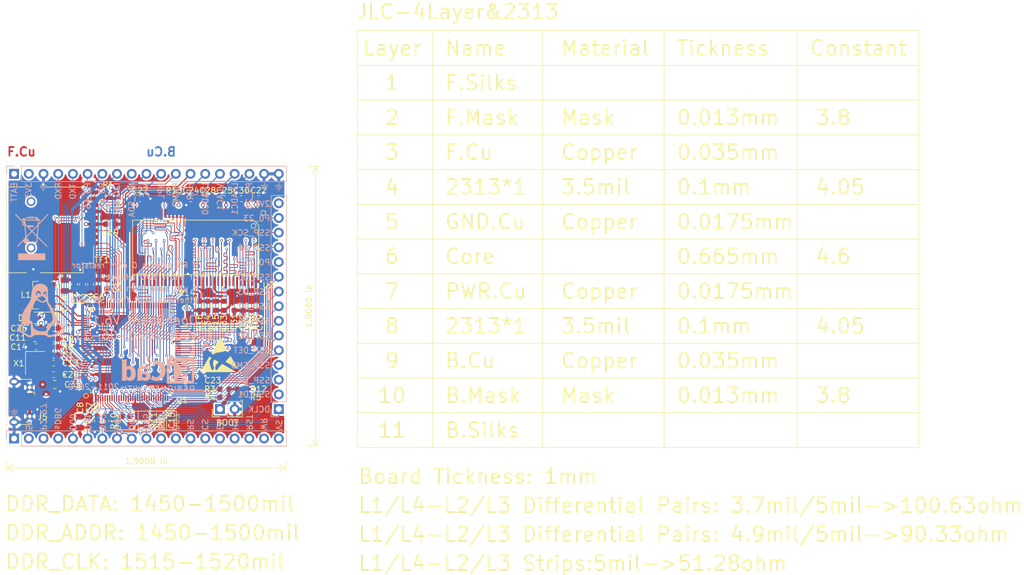
<source format=kicad_pcb>
(kicad_pcb (version 20171130) (host pcbnew "(5.1.5)-3")
  (layers (0 F.Cu signal) (1 GND.Cu signal) (2 PWR.Cu signal) (31 B.Cu signal) (34 B.Paste user) (35 F.Paste user) (36 B.SilkS user) (37 F.SilkS user) (38 B.Mask user) (39 F.Mask user) (44 Edge.Cuts user))
  (net 0 "")
  (net 1 +1V0)
  (net 2 GND)
  (net 3 +1V8)
  (net 4 +1V2)
  (net 5 +5V)
  (net 6 +3V3)
  (net 7 +4V)
  (net 8 /XTALI)
  (net 9 /XTALO)
  (net 10 +2V5)
  (net 11 /EMI_VREF)
  (net 12 +BATT)
  (net 13 "Net-(J4-Pad1)")
  (net 14 "Net-(L1-Pad2)")
  (net 15 "Net-(L1-Pad1)")
  (net 16 /EMI_CE0N)
  (net 17 /EMI_BA1)
  (net 18 /EMI_BA0)
  (net 19 /EMI_CKE)
  (net 20 /EMI_WEN)
  (net 21 /EMI_A0)
  (net 22 /EMI_A1)
  (net 23 /EMI_A2)
  (net 24 /EMI_A3)
  (net 25 /EMI_A4)
  (net 26 /EMI_A5)
  (net 27 /EMI_A6)
  (net 28 /EMI_A7)
  (net 29 /EMI_A8)
  (net 30 /EMI_A9)
  (net 31 /EMI_A10)
  (net 32 /EMI_A11)
  (net 33 /EMI_A12)
  (net 34 /EMI_RASN)
  (net 35 /EMI_CASN)
  (net 36 /EMI_DQ14)
  (net 37 /EMI_DQ15)
  (net 38 /EMI_DQ13)
  (net 39 /EMI_DQ12)
  (net 40 /EMI_DQM1)
  (net 41 /EMI_DQ11)
  (net 42 /EMI_DQ10)
  (net 43 /EMI_DQ9)
  (net 44 /EMI_DQ8)
  (net 45 /EMI_DQ7)
  (net 46 /EMI_DQ6)
  (net 47 /EMI_DQ5)
  (net 48 /EMI_DQ4)
  (net 49 /EMI_DQM0)
  (net 50 /EMI_DQ3)
  (net 51 /EMI_DQ1)
  (net 52 /EMI_DQ2)
  (net 53 /EMI_DQ0)
  (net 54 /EMI_DQS1)
  (net 55 /EMI_DQS0)
  (net 56 "Net-(U2-Pad25)")
  (net 57 "Net-(U2-Pad43)")
  (net 58 "Net-(U2-Pad19)")
  (net 59 "Net-(U2-Pad17)")
  (net 60 "Net-(U2-Pad50)")
  (net 61 "Net-(U2-Pad14)")
  (net 62 "Net-(U2-Pad53)")
  (net 63 "Net-(U1-Pad115)")
  (net 64 "Net-(U1-Pad114)")
  (net 65 "Net-(U1-Pad111)")
  (net 66 /LCD_HS)
  (net 67 /PWM2)
  (net 68 /VDAC1)
  (net 69 /LRADC1)
  (net 70 /LRADC0)
  (net 71 /HPR)
  (net 72 /HPL)
  (net 73 /MIC)
  (net 74 /I2C_SDA)
  (net 75 /I2C_SCL)
  (net 76 /DBG_TXD)
  (net 77 /DBG_RXD)
  (net 78 /LCD_D01)
  (net 79 /LCD_DCLK)
  (net 80 /LCD_RST)
  (net 81 /LCD_VS)
  (net 82 /LCD_CS)
  (net 83 /LCD_RS)
  (net 84 /LCD_WR)
  (net 85 /LCD_EN)
  (net 86 /LCD_D05)
  (net 87 /LCD_D07)
  (net 88 /LCD_D06)
  (net 89 /LCD_D03)
  (net 90 /LCD_D02)
  (net 91 /LCD_D04)
  (net 92 /LCD_D00)
  (net 93 /USBD_P)
  (net 94 /USBD_N)
  (net 95 /SSP1_DET)
  (net 96 /PSWITCH)
  (net 97 /EMI_CLK_N)
  (net 98 /EMI_CLK_P)
  (net 99 /SSP1_D01)
  (net 100 /SSP1_D02)
  (net 101 /SSP1_D03)
  (net 102 /SSP1_CMD)
  (net 103 /SSP1_SCK)
  (net 104 /SSP1_D00)
  (net 105 "Net-(C9-Pad1)")
  (net 106 "Net-(J5-Pad4)")
  (net 107 /sDebug)
  (net 108 /P0_23)
  (net 109 /SSP_SCK)
  (net 110 /SSP_D6)
  (net 111 /P0_25)
  (net 112 /SSP_D0)
  (net 113 /SSP_D3)
  (net 114 /SSP_D7)
  (net 115 /SSP_D5)
  (net 116 /SSP_D2)
  (net 117 /SSP_DET)
  (net 118 /SSP_CMD)
  (net 119 /SSP_D4)
  (net 120 /SSP_D1)
  (net 121 /P2_28)
  (net 122 /P0_17)
  (net 123 /P0_16)
  (net 124 /P2_27)
  (module Lib:XKXFS-N02-XXT (layer F.Cu) (at 76.486 87.256 270)
    (fp_text reference TF1 (at 12.9 -12 180) (layer F.SilkS))
    (fp_text value TF_Card)
    (pad 9 smd rect (at 1.2 -10.6 270) (size 0.7 1.6) (layers F.Cu F.Paste F.Mask) (net 95 /SSP1_DET))
    (pad 8 smd rect (at 2.3 -10.6 270) (size 0.7 1.6) (layers F.Cu F.Paste F.Mask) (net 99 /SSP1_D01))
    (pad 7 smd rect (at 3.4 -10.6 270) (size 0.7 1.6) (layers F.Cu F.Paste F.Mask) (net 104 /SSP1_D00))
    (pad 6 smd rect (at 4.5 -10.6 270) (size 0.7 1.6) (layers F.Cu F.Paste F.Mask) (net 2 GND))
    (pad 5 smd rect (at 5.6 -10.6 270) (size 0.7 1.6) (layers F.Cu F.Paste F.Mask) (net 103 /SSP1_SCK))
    (pad 4 smd rect (at 6.7 -10.6 270) (size 0.7 1.6) (layers F.Cu F.Paste F.Mask) (net 6 +3V3))
    (pad 3 smd rect (at 7.8 -10.6 270) (size 0.7 1.6) (layers F.Cu F.Paste F.Mask) (net 102 /SSP1_CMD))
    (pad 2 smd rect (at 8.9 -10.6 270) (size 0.7 1.6) (layers F.Cu F.Paste F.Mask) (net 101 /SSP1_D03))
    (pad "" np_thru_hole circle (at 10.8 0.2 270) (size 1.524 1.524) (drill 1) (layers *.Cu *.Mask))
    (pad "" np_thru_hole circle (at 2.8 0.2 270) (size 1.524 1.524) (drill 1) (layers *.Cu *.Mask))
    (pad 1 smd rect (at 10 -10.6 270) (size 0.7 1.6) (layers F.Cu F.Paste F.Mask) (net 100 /SSP1_D02))
    (pad 10 smd rect (at -0.2 -9.8 270) (size 1.2 1.5) (layers F.Cu F.Paste F.Mask) (net 2 GND))
    (pad 11 smd rect (at 14.6 -9.8 270) (size 1.6 1.5) (layers F.Cu F.Paste F.Mask) (net 2 GND))
    (pad 11 smd rect (at 15.6 -0.2 270) (size 1.2 2) (layers F.Cu F.Paste F.Mask) (net 2 GND))
    (pad 10 smd rect (at -0.2 -0.2 270) (size 1.2 2.2) (layers F.Cu F.Paste F.Mask) (net 2 GND))
  )
  (module Connector_PinHeader_2.54mm:PinHeader_1x19_P2.54mm_Vertical (layer B.Cu) (at 73.356 85.266 270)
    (fp_text reference J2 hide)
    (fp_text value Conn_01x19)
    (pad 19 thru_hole oval (at 0 -45.72 270) (size 1.7 1.7) (drill 1) (layers *.Cu *.Mask) (net 2 GND))
    (pad 18 thru_hole oval (at 0 -43.18 270) (size 1.7 1.7) (drill 1) (layers *.Cu *.Mask) (net 2 GND))
    (pad 17 thru_hole oval (at 0 -40.64 270) (size 1.7 1.7) (drill 1) (layers *.Cu *.Mask) (net 121 /P2_28))
    (pad 16 thru_hole oval (at 0 -38.1 270) (size 1.7 1.7) (drill 1) (layers *.Cu *.Mask) (net 69 /LRADC1))
    (pad 15 thru_hole oval (at 0 -35.56 270) (size 1.7 1.7) (drill 1) (layers *.Cu *.Mask) (net 68 /VDAC1))
    (pad 14 thru_hole oval (at 0 -33.02 270) (size 1.7 1.7) (drill 1) (layers *.Cu *.Mask) (net 70 /LRADC0))
    (pad 13 thru_hole oval (at 0 -30.48 270) (size 1.7 1.7) (drill 1) (layers *.Cu *.Mask) (net 71 /HPR))
    (pad 12 thru_hole oval (at 0 -27.94 270) (size 1.7 1.7) (drill 1) (layers *.Cu *.Mask) (net 67 /PWM2))
    (pad 11 thru_hole oval (at 0 -25.4 270) (size 1.7 1.7) (drill 1) (layers *.Cu *.Mask) (net 72 /HPL))
    (pad 10 thru_hole oval (at 0 -22.86 270) (size 1.7 1.7) (drill 1) (layers *.Cu *.Mask) (net 73 /MIC))
    (pad 9 thru_hole oval (at 0 -20.32 270) (size 1.7 1.7) (drill 1) (layers *.Cu *.Mask) (net 74 /I2C_SDA))
    (pad 8 thru_hole oval (at 0 -17.78 270) (size 1.7 1.7) (drill 1) (layers *.Cu *.Mask) (net 75 /I2C_SCL))
    (pad 7 thru_hole oval (at 0 -15.24 270) (size 1.7 1.7) (drill 1) (layers *.Cu *.Mask) (net 122 /P0_17))
    (pad 6 thru_hole oval (at 0 -12.7 270) (size 1.7 1.7) (drill 1) (layers *.Cu *.Mask) (net 123 /P0_16))
    (pad 5 thru_hole oval (at 0 -10.16 270) (size 1.7 1.7) (drill 1) (layers *.Cu *.Mask) (net 76 /DBG_TXD))
    (pad 4 thru_hole oval (at 0 -7.62 270) (size 1.7 1.7) (drill 1) (layers *.Cu *.Mask) (net 77 /DBG_RXD))
    (pad 3 thru_hole oval (at 0 -5.08 270) (size 1.7 1.7) (drill 1) (layers *.Cu *.Mask) (net 2 GND))
    (pad 2 thru_hole oval (at 0 -2.54 270) (size 1.7 1.7) (drill 1) (layers *.Cu *.Mask) (net 6 +3V3))
    (pad 1 thru_hole rect (at 0 0 270) (size 1.7 1.7) (drill 1) (layers *.Cu *.Mask) (net 12 +BATT))
  )
  (module Lib:Linux_ico (layer B.Cu) (at 77.986 108.856 180)
    (fp_text reference G*** hide)
    (fp_text value LOGO hide)
  )
  (module Lib:USB_Micro-Molex (layer F.Cu) (at 74.586 124.656 270)
    (fp_text reference J5 (at 2.6 -3.7 180) (layer F.SilkS))
    (fp_text value USB_B_Micro)
    (pad 6 thru_hole circle (at -2.5 -1.4625 270) (size 1 1) (drill 0.6) (layers *.Cu *.Mask) (net 2 GND))
    (pad 2 smd rect (at -0.65 -1.4625 270) (size 0.4 1.35) (layers F.Cu F.Paste F.Mask) (net 94 /USBD_N))
    (pad 1 smd rect (at -1.3 -1.4625 270) (size 0.4 1.35) (layers F.Cu F.Paste F.Mask) (net 5 +5V))
    (pad 5 smd rect (at 1.3 -1.4625 270) (size 0.4 1.35) (layers F.Cu F.Paste F.Mask) (net 2 GND))
    (pad 4 smd rect (at 0.65 -1.4625 270) (size 0.4 1.35) (layers F.Cu F.Paste F.Mask) (net 106 "Net-(J5-Pad4)"))
    (pad 3 smd rect (at 0 -1.4625 270) (size 0.4 1.35) (layers F.Cu F.Paste F.Mask) (net 93 /USBD_P))
    (pad 6 thru_hole circle (at 2.5 -1.4625 270) (size 1 1) (drill 0.6) (layers *.Cu *.Mask) (net 2 GND))
    (pad 6 thru_hole oval (at -3.5 1.2375 90) (size 1.2 1.6) (drill oval 0.6 1) (layers *.Cu *.Mask) (net 2 GND))
    (pad 6 thru_hole oval (at 3.5 1.2375 270) (size 1.2 1.6) (drill oval 0.6 1) (layers *.Cu *.Mask) (net 2 GND))
  )
  (module Capacitor_SMD:C_0603_1608Metric (layer F.Cu) (at 80.186 116.556)
    (fp_text reference C1 (at 2.5 0) (layer F.SilkS))
    (fp_text value 100nF)
    (pad 2 smd roundrect (at 0.7875 0) (size 0.875 0.95) (layers F.Cu F.Paste F.Mask) (net 1 +1V0))
    (pad 1 smd roundrect (at -0.7875 0) (size 0.875 0.95) (layers F.Cu F.Paste F.Mask) (net 2 GND))
  )
  (module Capacitor_SMD:C_0603_1608Metric (layer F.Cu) (at 95.986 127.956 90)
    (fp_text reference C15 (at 0.1 4.6 90) (layer F.SilkS))
    (fp_text value 10uF)
    (pad 2 smd roundrect (at 0.7875 0 90) (size 0.875 0.95) (layers F.Cu F.Paste F.Mask) (net 6 +3V3))
    (pad 1 smd roundrect (at -0.7875 0 90) (size 0.875 0.95) (layers F.Cu F.Paste F.Mask) (net 2 GND))
  )
  (module Lib:TSSOP-66_400mil_P0.65mm (layer F.Cu) (at 104.725 97.966 180)
    (fp_text reference U2 (at -12.561 -6.49) (layer F.SilkS))
    (fp_text value MT46V32M16)
    (pad 66 smd rect (at -10.4 -5.88 180) (size 0.32 1.6) (layers F.Cu F.Paste F.Mask) (net 2 GND))
    (pad 1 smd rect (at -10.4 5.88 180) (size 0.32 1.6) (layers F.Cu F.Paste F.Mask) (net 10 +2V5))
    (pad 65 smd rect (at -9.75 -5.88 180) (size 0.32 1.6) (layers F.Cu F.Paste F.Mask) (net 39 /EMI_DQ12))
    (pad 2 smd rect (at -9.75 5.88 180) (size 0.32 1.6) (layers F.Cu F.Paste F.Mask) (net 53 /EMI_DQ0))
    (pad 64 smd rect (at -9.1 -5.88 180) (size 0.32 1.6) (layers F.Cu F.Paste F.Mask) (net 2 GND))
    (pad 3 smd rect (at -9.1 5.88 180) (size 0.32 1.6) (layers F.Cu F.Paste F.Mask) (net 10 +2V5))
    (pad 63 smd rect (at -8.45 -5.88 180) (size 0.32 1.6) (layers F.Cu F.Paste F.Mask) (net 38 /EMI_DQ13))
    (pad 4 smd rect (at -8.45 5.88 180) (size 0.32 1.6) (layers F.Cu F.Paste F.Mask) (net 52 /EMI_DQ2))
    (pad 62 smd rect (at -7.8 -5.88 180) (size 0.32 1.6) (layers F.Cu F.Paste F.Mask) (net 37 /EMI_DQ15))
    (pad 5 smd rect (at -7.8 5.88 180) (size 0.32 1.6) (layers F.Cu F.Paste F.Mask) (net 51 /EMI_DQ1))
    (pad 61 smd rect (at -7.15 -5.88 180) (size 0.32 1.6) (layers F.Cu F.Paste F.Mask) (net 10 +2V5))
    (pad 6 smd rect (at -7.15 5.88 180) (size 0.32 1.6) (layers F.Cu F.Paste F.Mask) (net 2 GND))
    (pad 60 smd rect (at -6.5 -5.88 180) (size 0.32 1.6) (layers F.Cu F.Paste F.Mask) (net 36 /EMI_DQ14))
    (pad 7 smd rect (at -6.5 5.88 180) (size 0.32 1.6) (layers F.Cu F.Paste F.Mask) (net 50 /EMI_DQ3))
    (pad 59 smd rect (at -5.85 -5.88 180) (size 0.32 1.6) (layers F.Cu F.Paste F.Mask) (net 41 /EMI_DQ11))
    (pad 8 smd rect (at -5.85 5.88 180) (size 0.32 1.6) (layers F.Cu F.Paste F.Mask) (net 48 /EMI_DQ4))
    (pad 58 smd rect (at -5.2 -5.88 180) (size 0.32 1.6) (layers F.Cu F.Paste F.Mask) (net 2 GND))
    (pad 9 smd rect (at -5.2 5.88 180) (size 0.32 1.6) (layers F.Cu F.Paste F.Mask) (net 10 +2V5))
    (pad 57 smd rect (at -4.55 -5.88 180) (size 0.32 1.6) (layers F.Cu F.Paste F.Mask) (net 42 /EMI_DQ10))
    (pad 10 smd rect (at -4.55 5.88 180) (size 0.32 1.6) (layers F.Cu F.Paste F.Mask) (net 47 /EMI_DQ5))
    (pad 56 smd rect (at -3.9 -5.88 180) (size 0.32 1.6) (layers F.Cu F.Paste F.Mask) (net 43 /EMI_DQ9))
    (pad 11 smd rect (at -3.9 5.88 180) (size 0.32 1.6) (layers F.Cu F.Paste F.Mask) (net 46 /EMI_DQ6))
    (pad 55 smd rect (at -3.25 -5.88 180) (size 0.32 1.6) (layers F.Cu F.Paste F.Mask) (net 10 +2V5))
    (pad 12 smd rect (at -3.25 5.88 180) (size 0.32 1.6) (layers F.Cu F.Paste F.Mask) (net 2 GND))
    (pad 54 smd rect (at -2.6 -5.88 180) (size 0.32 1.6) (layers F.Cu F.Paste F.Mask) (net 44 /EMI_DQ8))
    (pad 13 smd rect (at -2.6 5.88 180) (size 0.32 1.6) (layers F.Cu F.Paste F.Mask) (net 45 /EMI_DQ7))
    (pad 53 smd rect (at -1.95 -5.88 180) (size 0.32 1.6) (layers F.Cu F.Paste F.Mask) (net 62 "Net-(U2-Pad53)"))
    (pad 14 smd rect (at -1.95 5.88 180) (size 0.32 1.6) (layers F.Cu F.Paste F.Mask) (net 61 "Net-(U2-Pad14)"))
    (pad 52 smd rect (at -1.3 -5.88 180) (size 0.32 1.6) (layers F.Cu F.Paste F.Mask) (net 2 GND))
    (pad 15 smd rect (at -1.3 5.88 180) (size 0.32 1.6) (layers F.Cu F.Paste F.Mask) (net 10 +2V5))
    (pad 51 smd rect (at -0.65 -5.88 180) (size 0.32 1.6) (layers F.Cu F.Paste F.Mask) (net 54 /EMI_DQS1))
    (pad 16 smd rect (at -0.65 5.88 180) (size 0.32 1.6) (layers F.Cu F.Paste F.Mask) (net 55 /EMI_DQS0))
    (pad 50 smd rect (at 0 -5.88 180) (size 0.32 1.6) (layers F.Cu F.Paste F.Mask) (net 60 "Net-(U2-Pad50)"))
    (pad 17 smd rect (at 0 5.88 180) (size 0.32 1.6) (layers F.Cu F.Paste F.Mask) (net 59 "Net-(U2-Pad17)"))
    (pad 49 smd rect (at 0.65 -5.88 180) (size 0.32 1.6) (layers F.Cu F.Paste F.Mask) (net 11 /EMI_VREF))
    (pad 18 smd rect (at 0.65 5.88 180) (size 0.32 1.6) (layers F.Cu F.Paste F.Mask) (net 10 +2V5))
    (pad 48 smd rect (at 1.3 -5.88 180) (size 0.32 1.6) (layers F.Cu F.Paste F.Mask) (net 2 GND))
    (pad 19 smd rect (at 1.3 5.88 180) (size 0.32 1.6) (layers F.Cu F.Paste F.Mask) (net 58 "Net-(U2-Pad19)"))
    (pad 47 smd rect (at 1.95 -5.88 180) (size 0.32 1.6) (layers F.Cu F.Paste F.Mask) (net 40 /EMI_DQM1))
    (pad 20 smd rect (at 1.95 5.88 180) (size 0.32 1.6) (layers F.Cu F.Paste F.Mask) (net 49 /EMI_DQM0))
    (pad 46 smd rect (at 2.6 -5.88 180) (size 0.32 1.6) (layers F.Cu F.Paste F.Mask) (net 97 /EMI_CLK_N))
    (pad 21 smd rect (at 2.6 5.88 180) (size 0.32 1.6) (layers F.Cu F.Paste F.Mask) (net 20 /EMI_WEN))
    (pad 45 smd rect (at 3.25 -5.88 180) (size 0.32 1.6) (layers F.Cu F.Paste F.Mask) (net 98 /EMI_CLK_P))
    (pad 22 smd rect (at 3.25 5.88 180) (size 0.32 1.6) (layers F.Cu F.Paste F.Mask) (net 35 /EMI_CASN))
    (pad 44 smd rect (at 3.9 -5.88 180) (size 0.32 1.6) (layers F.Cu F.Paste F.Mask) (net 19 /EMI_CKE))
    (pad 23 smd rect (at 3.9 5.88 180) (size 0.32 1.6) (layers F.Cu F.Paste F.Mask) (net 34 /EMI_RASN))
    (pad 43 smd rect (at 4.55 -5.88 180) (size 0.32 1.6) (layers F.Cu F.Paste F.Mask) (net 57 "Net-(U2-Pad43)"))
    (pad 24 smd rect (at 4.55 5.88 180) (size 0.32 1.6) (layers F.Cu F.Paste F.Mask) (net 16 /EMI_CE0N))
    (pad 42 smd rect (at 5.2 -5.88 180) (size 0.32 1.6) (layers F.Cu F.Paste F.Mask) (net 33 /EMI_A12))
    (pad 25 smd rect (at 5.2 5.88 180) (size 0.32 1.6) (layers F.Cu F.Paste F.Mask) (net 56 "Net-(U2-Pad25)"))
    (pad 41 smd rect (at 5.85 -5.88 180) (size 0.32 1.6) (layers F.Cu F.Paste F.Mask) (net 32 /EMI_A11))
    (pad 26 smd rect (at 5.85 5.88 180) (size 0.32 1.6) (layers F.Cu F.Paste F.Mask) (net 18 /EMI_BA0))
    (pad 40 smd rect (at 6.5 -5.88 180) (size 0.32 1.6) (layers F.Cu F.Paste F.Mask) (net 30 /EMI_A9))
    (pad 27 smd rect (at 6.5 5.88 180) (size 0.32 1.6) (layers F.Cu F.Paste F.Mask) (net 17 /EMI_BA1))
    (pad 39 smd rect (at 7.15 -5.88 180) (size 0.32 1.6) (layers F.Cu F.Paste F.Mask) (net 29 /EMI_A8))
    (pad 28 smd rect (at 7.15 5.88 180) (size 0.32 1.6) (layers F.Cu F.Paste F.Mask) (net 31 /EMI_A10))
    (pad 38 smd rect (at 7.8 -5.88 180) (size 0.32 1.6) (layers F.Cu F.Paste F.Mask) (net 28 /EMI_A7))
    (pad 29 smd rect (at 7.8 5.88 180) (size 0.32 1.6) (layers F.Cu F.Paste F.Mask) (net 21 /EMI_A0))
    (pad 37 smd rect (at 8.45 -5.88 180) (size 0.32 1.6) (layers F.Cu F.Paste F.Mask) (net 27 /EMI_A6))
    (pad 30 smd rect (at 8.45 5.88 180) (size 0.32 1.6) (layers F.Cu F.Paste F.Mask) (net 22 /EMI_A1))
    (pad 36 smd rect (at 9.1 -5.88 180) (size 0.32 1.6) (layers F.Cu F.Paste F.Mask) (net 26 /EMI_A5))
    (pad 31 smd rect (at 9.1 5.88 180) (size 0.32 1.6) (layers F.Cu F.Paste F.Mask) (net 23 /EMI_A2))
    (pad 35 smd rect (at 9.75 -5.88 180) (size 0.32 1.6) (layers F.Cu F.Paste F.Mask) (net 25 /EMI_A4))
    (pad 32 smd rect (at 9.75 5.88 180) (size 0.32 1.6) (layers F.Cu F.Paste F.Mask) (net 24 /EMI_A3))
    (pad 34 smd rect (at 10.4 -5.88 180) (size 0.32 1.6) (layers F.Cu F.Paste F.Mask) (net 2 GND))
    (pad 33 smd rect (at 10.4 5.88 180) (size 0.32 1.6) (layers F.Cu F.Paste F.Mask) (net 10 +2V5))
  )
  (module Capacitor_SMD:C_0603_1608Metric (layer F.Cu) (at 106.786 89.556)
    (fp_text reference C28 (at 0 -1.43) (layer F.SilkS))
    (fp_text value 100nF)
    (pad 2 smd roundrect (at 0.7875 0) (size 0.875 0.95) (layers F.Cu F.Paste F.Mask) (net 2 GND))
    (pad 1 smd roundrect (at -0.7875 0) (size 0.875 0.95) (layers F.Cu F.Paste F.Mask) (net 10 +2V5))
  )
  (module Resistor_SMD:R_0603_1608Metric (layer F.Cu) (at 103.186 107.256)
    (fp_text reference R14 (at 0 -1.43) (layer F.SilkS))
    (fp_text value 120R)
    (pad 2 smd roundrect (at 0.7875 0) (size 0.875 0.95) (layers F.Cu F.Paste F.Mask) (net 97 /EMI_CLK_N))
    (pad 1 smd roundrect (at -0.7875 0) (size 0.875 0.95) (layers F.Cu F.Paste F.Mask) (net 98 /EMI_CLK_P))
  )
  (module Resistor_SMD:R_0603_1608Metric (layer F.Cu) (at 109.686 123.856 180)
    (fp_text reference R4 (at 2.5 0) (layer F.SilkS))
    (fp_text value 1K)
    (pad 2 smd roundrect (at 0.7875 0 180) (size 0.875 0.95) (layers F.Cu F.Paste F.Mask) (net 89 /LCD_D03))
    (pad 1 smd roundrect (at -0.7875 0 180) (size 0.875 0.95) (layers F.Cu F.Paste F.Mask) (net 13 "Net-(J4-Pad1)"))
  )
  (module Connector_PinHeader_2.54mm:PinHeader_1x19_P2.54mm_Vertical (layer B.Cu) (at 73.356 130.986 270)
    (fp_text reference J3 hide)
    (fp_text value Conn_01x19)
    (pad 19 thru_hole oval (at 0 -45.72 270) (size 1.7 1.7) (drill 1) (layers *.Cu *.Mask) (net 81 /LCD_VS))
    (pad 18 thru_hole oval (at 0 -43.18 270) (size 1.7 1.7) (drill 1) (layers *.Cu *.Mask) (net 84 /LCD_WR))
    (pad 17 thru_hole oval (at 0 -40.64 270) (size 1.7 1.7) (drill 1) (layers *.Cu *.Mask) (net 80 /LCD_RST))
    (pad 16 thru_hole oval (at 0 -38.1 270) (size 1.7 1.7) (drill 1) (layers *.Cu *.Mask) (net 66 /LCD_HS))
    (pad 15 thru_hole oval (at 0 -35.56 270) (size 1.7 1.7) (drill 1) (layers *.Cu *.Mask) (net 85 /LCD_EN))
    (pad 14 thru_hole oval (at 0 -33.02 270) (size 1.7 1.7) (drill 1) (layers *.Cu *.Mask) (net 82 /LCD_CS))
    (pad 13 thru_hole oval (at 0 -30.48 270) (size 1.7 1.7) (drill 1) (layers *.Cu *.Mask) (net 83 /LCD_RS))
    (pad 12 thru_hole oval (at 0 -27.94 270) (size 1.7 1.7) (drill 1) (layers *.Cu *.Mask) (net 87 /LCD_D07))
    (pad 11 thru_hole oval (at 0 -25.4 270) (size 1.7 1.7) (drill 1) (layers *.Cu *.Mask) (net 88 /LCD_D06))
    (pad 10 thru_hole oval (at 0 -22.86 270) (size 1.7 1.7) (drill 1) (layers *.Cu *.Mask) (net 86 /LCD_D05))
    (pad 9 thru_hole oval (at 0 -20.32 270) (size 1.7 1.7) (drill 1) (layers *.Cu *.Mask) (net 91 /LCD_D04))
    (pad 8 thru_hole oval (at 0 -17.78 270) (size 1.7 1.7) (drill 1) (layers *.Cu *.Mask) (net 89 /LCD_D03))
    (pad 7 thru_hole oval (at 0 -15.24 270) (size 1.7 1.7) (drill 1) (layers *.Cu *.Mask) (net 90 /LCD_D02))
    (pad 6 thru_hole oval (at 0 -12.7 270) (size 1.7 1.7) (drill 1) (layers *.Cu *.Mask) (net 78 /LCD_D01))
    (pad 5 thru_hole oval (at 0 -10.16 270) (size 1.7 1.7) (drill 1) (layers *.Cu *.Mask) (net 92 /LCD_D00))
    (pad 4 thru_hole oval (at 0 -7.62 270) (size 1.7 1.7) (drill 1) (layers *.Cu *.Mask) (net 107 /sDebug))
    (pad 3 thru_hole oval (at 0 -5.08 270) (size 1.7 1.7) (drill 1) (layers *.Cu *.Mask) (net 124 /P2_27))
    (pad 2 thru_hole oval (at 0 -2.54 270) (size 1.7 1.7) (drill 1) (layers *.Cu *.Mask) (net 5 +5V))
    (pad 1 thru_hole rect (at 0 0 270) (size 1.7 1.7) (drill 1) (layers *.Cu *.Mask) (net 2 GND))
  )
  (module Capacitor_SMD:C_0603_1608Metric (layer F.Cu) (at 77.1985 111.956)
    (fp_text reference C36 (at -3.0125 0) (layer F.SilkS))
    (fp_text value 100nF)
    (pad 2 smd roundrect (at 0.7875 0) (size 0.875 0.95) (layers F.Cu F.Paste F.Mask) (net 5 +5V))
    (pad 1 smd roundrect (at -0.7875 0) (size 0.875 0.95) (layers F.Cu F.Paste F.Mask) (net 2 GND))
  )
  (module Capacitor_SMD:C_0805_2012Metric (layer F.Cu) (at 80.386 121.656 180)
    (fp_text reference C35 (at -3.1 0) (layer F.SilkS))
    (fp_text value 22uF)
    (pad 2 smd roundrect (at 0.9375 0 180) (size 0.975 1.4) (layers F.Cu F.Paste F.Mask) (net 5 +5V))
    (pad 1 smd roundrect (at -0.9375 0 180) (size 0.975 1.4) (layers F.Cu F.Paste F.Mask) (net 2 GND))
  )
  (module Capacitor_SMD:C_0603_1608Metric (layer F.Cu) (at 95.0735 89.556)
    (fp_text reference C27 (at 0 -1.43) (layer F.SilkS))
    (fp_text value 100nF)
    (pad 2 smd roundrect (at 0.7875 0) (size 0.875 0.95) (layers F.Cu F.Paste F.Mask) (net 2 GND))
    (pad 1 smd roundrect (at -0.7875 0) (size 0.875 0.95) (layers F.Cu F.Paste F.Mask) (net 10 +2V5))
  )
  (module Resistor_SMD:R_0603_1608Metric (layer F.Cu) (at 105.386 108.056 270)
    (fp_text reference R16 (at 2.9 0 90) (layer F.SilkS))
    (fp_text value 1K)
    (pad 2 smd roundrect (at 0.7875 0 270) (size 0.875 0.95) (layers F.Cu F.Paste F.Mask) (net 2 GND))
    (pad 1 smd roundrect (at -0.7875 0 270) (size 0.875 0.95) (layers F.Cu F.Paste F.Mask) (net 11 /EMI_VREF))
  )
  (module Resistor_SMD:R_0603_1608Metric (layer F.Cu) (at 108.186 108.056 90)
    (fp_text reference R15 (at -2.9 0 90) (layer F.SilkS))
    (fp_text value 1K)
    (pad 2 smd roundrect (at 0.7875 0 90) (size 0.875 0.95) (layers F.Cu F.Paste F.Mask) (net 11 /EMI_VREF))
    (pad 1 smd roundrect (at -0.7875 0 90) (size 0.875 0.95) (layers F.Cu F.Paste F.Mask) (net 10 +2V5))
  )
  (module Resistor_SMD:R_0603_1608Metric (layer F.Cu) (at 100.9735 89.556)
    (fp_text reference R13 (at 0 -1.43) (layer F.SilkS))
    (fp_text value 10K)
    (pad 2 smd roundrect (at 0.7875 0) (size 0.875 0.95) (layers F.Cu F.Paste F.Mask) (net 10 +2V5))
    (pad 1 smd roundrect (at -0.7875 0) (size 0.875 0.95) (layers F.Cu F.Paste F.Mask) (net 16 /EMI_CE0N))
  )
  (module Resistor_SMD:R_0603_1608Metric (layer F.Cu) (at 112.686 122.456 180)
    (fp_text reference R12 (at -2.9 0) (layer F.SilkS))
    (fp_text value 47K)
    (pad 2 smd roundrect (at 0.7875 0 180) (size 0.875 0.95) (layers F.Cu F.Paste F.Mask) (net 13 "Net-(J4-Pad1)"))
    (pad 1 smd roundrect (at -0.7875 0 180) (size 0.875 0.95) (layers F.Cu F.Paste F.Mask) (net 6 +3V3))
  )
  (module Resistor_SMD:R_0603_1608Metric (layer F.Cu) (at 91.986 127.956 90)
    (fp_text reference R11 (at 0.1 5.5 270) (layer F.SilkS))
    (fp_text value 47K)
    (pad 2 smd roundrect (at 0.7875 0 90) (size 0.875 0.95) (layers F.Cu F.Paste F.Mask) (net 86 /LCD_D05))
    (pad 1 smd roundrect (at -0.7875 0 90) (size 0.875 0.95) (layers F.Cu F.Paste F.Mask) (net 2 GND))
  )
  (module Resistor_SMD:R_0603_1608Metric (layer F.Cu) (at 89.186 127.956 90)
    (fp_text reference R10 (at 0 1.4 90) (layer F.SilkS))
    (fp_text value 47K)
    (pad 2 smd roundrect (at 0.7875 0 90) (size 0.875 0.95) (layers F.Cu F.Paste F.Mask) (net 90 /LCD_D02))
    (pad 1 smd roundrect (at -0.7875 0 90) (size 0.875 0.95) (layers F.Cu F.Paste F.Mask) (net 2 GND))
  )
  (module Resistor_SMD:R_0603_1608Metric (layer F.Cu) (at 87.786 127.956 90)
    (fp_text reference R9 (at 2.3 0 90) (layer F.SilkS))
    (fp_text value 47K)
    (pad 2 smd roundrect (at 0.7875 0 90) (size 0.875 0.95) (layers F.Cu F.Paste F.Mask) (net 78 /LCD_D01))
    (pad 1 smd roundrect (at -0.7875 0 90) (size 0.875 0.95) (layers F.Cu F.Paste F.Mask) (net 2 GND))
  )
  (module Resistor_SMD:R_0603_1608Metric (layer F.Cu) (at 93.386 127.956 90)
    (fp_text reference R8 (at -0.4 5.5 90) (layer F.SilkS))
    (fp_text value 47K)
    (pad 2 smd roundrect (at 0.7875 0 90) (size 0.875 0.95) (layers F.Cu F.Paste F.Mask) (net 83 /LCD_RS))
    (pad 1 smd roundrect (at -0.7875 0 90) (size 0.875 0.95) (layers F.Cu F.Paste F.Mask) (net 6 +3V3))
  )
  (module Resistor_SMD:R_0603_1608Metric (layer F.Cu) (at 80.186 115.156)
    (fp_text reference R6 (at 2.5 0) (layer F.SilkS))
    (fp_text value 100K)
    (pad 2 smd roundrect (at 0.7875 0) (size 0.875 0.95) (layers F.Cu F.Paste F.Mask) (net 96 /PSWITCH))
    (pad 1 smd roundrect (at -0.7875 0) (size 0.875 0.95) (layers F.Cu F.Paste F.Mask) (net 2 GND))
  )
  (module Resistor_SMD:R_0603_1608Metric (layer F.Cu) (at 112.686 123.856)
    (fp_text reference R5 (at 2.4 0) (layer F.SilkS))
    (fp_text value NC/0R)
    (pad 2 smd roundrect (at 0.7875 0) (size 0.875 0.95) (layers F.Cu F.Paste F.Mask) (net 2 GND))
    (pad 1 smd roundrect (at -0.7875 0) (size 0.875 0.95) (layers F.Cu F.Paste F.Mask) (net 13 "Net-(J4-Pad1)"))
  )
  (module Resistor_SMD:R_0603_1608Metric (layer F.Cu) (at 109.686 122.456 180)
    (fp_text reference R3 (at 2.5 0) (layer F.SilkS))
    (fp_text value 1K)
    (pad 2 smd roundrect (at 0.7875 0 180) (size 0.875 0.95) (layers F.Cu F.Paste F.Mask) (net 92 /LCD_D00))
    (pad 1 smd roundrect (at -0.7875 0 180) (size 0.875 0.95) (layers F.Cu F.Paste F.Mask) (net 13 "Net-(J4-Pad1)"))
  )
  (module Resistor_SMD:R_0603_1608Metric (layer F.Cu) (at 89.986 88.456)
    (fp_text reference R1 (at -0.4 -1.3) (layer F.SilkS))
    (fp_text value 47K)
    (pad 2 smd roundrect (at 0.7875 0) (size 0.875 0.95) (layers F.Cu F.Paste F.Mask) (net 6 +3V3))
    (pad 1 smd roundrect (at -0.7875 0) (size 0.875 0.95) (layers F.Cu F.Paste F.Mask) (net 95 /SSP1_DET))
  )
  (module Capacitor_SMD:C_0603_1608Metric (layer F.Cu) (at 106.786 108.056 270)
    (fp_text reference C34 (at 3 0 90) (layer F.SilkS))
    (fp_text value 100nF)
    (pad 2 smd roundrect (at 0.7875 0 270) (size 0.875 0.95) (layers F.Cu F.Paste F.Mask) (net 2 GND))
    (pad 1 smd roundrect (at -0.7875 0 270) (size 0.875 0.95) (layers F.Cu F.Paste F.Mask) (net 11 /EMI_VREF))
  )
  (module Capacitor_SMD:C_0603_1608Metric (layer F.Cu) (at 109.586 108.056 90)
    (fp_text reference C33 (at -3 0 90) (layer F.SilkS))
    (fp_text value 100nF)
    (pad 2 smd roundrect (at 0.7875 0 90) (size 0.875 0.95) (layers F.Cu F.Paste F.Mask) (net 11 /EMI_VREF))
    (pad 1 smd roundrect (at -0.7875 0 90) (size 0.875 0.95) (layers F.Cu F.Paste F.Mask) (net 10 +2V5))
  )
  (module Capacitor_SMD:C_0603_1608Metric (layer F.Cu) (at 111.386 108.056 270)
    (fp_text reference C31 (at 2.8 0 90) (layer F.SilkS))
    (fp_text value 10uF)
    (pad 2 smd roundrect (at 0.7875 0 270) (size 0.875 0.95) (layers F.Cu F.Paste F.Mask) (net 2 GND))
    (pad 1 smd roundrect (at -0.7875 0 270) (size 0.875 0.95) (layers F.Cu F.Paste F.Mask) (net 10 +2V5))
  )
  (module Capacitor_SMD:C_0603_1608Metric (layer F.Cu) (at 112.586 89.556 180)
    (fp_text reference C30 (at 0 1.4) (layer F.SilkS))
    (fp_text value 100nF)
    (pad 2 smd roundrect (at 0.7875 0 180) (size 0.875 0.95) (layers F.Cu F.Paste F.Mask) (net 2 GND))
    (pad 1 smd roundrect (at -0.7875 0 180) (size 0.875 0.95) (layers F.Cu F.Paste F.Mask) (net 10 +2V5))
  )
  (module Capacitor_SMD:C_0603_1608Metric (layer F.Cu) (at 115.786 108.056 270)
    (fp_text reference C29 (at 2.9 0 90) (layer F.SilkS))
    (fp_text value 100nF)
    (pad 2 smd roundrect (at 0.7875 0 270) (size 0.875 0.95) (layers F.Cu F.Paste F.Mask) (net 2 GND))
    (pad 1 smd roundrect (at -0.7875 0 270) (size 0.875 0.95) (layers F.Cu F.Paste F.Mask) (net 10 +2V5))
  )
  (module Capacitor_SMD:C_0603_1608Metric (layer F.Cu) (at 114.386 108.056 270)
    (fp_text reference C26 (at 2.8 0 90) (layer F.SilkS))
    (fp_text value 100nF)
    (pad 2 smd roundrect (at 0.7875 0 270) (size 0.875 0.95) (layers F.Cu F.Paste F.Mask) (net 2 GND))
    (pad 1 smd roundrect (at -0.7875 0 270) (size 0.875 0.95) (layers F.Cu F.Paste F.Mask) (net 10 +2V5))
  )
  (module Capacitor_SMD:C_0603_1608Metric (layer F.Cu) (at 109.686 89.556 180)
    (fp_text reference C25 (at 0 1.4) (layer F.SilkS))
    (fp_text value 100nF)
    (pad 2 smd roundrect (at 0.7875 0 180) (size 0.875 0.95) (layers F.Cu F.Paste F.Mask) (net 2 GND))
    (pad 1 smd roundrect (at -0.7875 0 180) (size 0.875 0.95) (layers F.Cu F.Paste F.Mask) (net 10 +2V5))
  )
  (module Capacitor_SMD:C_0603_1608Metric (layer F.Cu) (at 103.8985 89.556 180)
    (fp_text reference C24 (at 0 1.4) (layer F.SilkS))
    (fp_text value 100nF)
    (pad 2 smd roundrect (at 0.7875 0 180) (size 0.875 0.95) (layers F.Cu F.Paste F.Mask) (net 2 GND))
    (pad 1 smd roundrect (at -0.7875 0 180) (size 0.875 0.95) (layers F.Cu F.Paste F.Mask) (net 10 +2V5))
  )
  (module Capacitor_SMD:C_0603_1608Metric (layer F.Cu) (at 104.786 120.956)
    (fp_text reference C23 (at 2.9 0) (layer F.SilkS))
    (fp_text value 100nF)
    (pad 2 smd roundrect (at 0.7875 0) (size 0.875 0.95) (layers F.Cu F.Paste F.Mask) (net 2 GND))
    (pad 1 smd roundrect (at -0.7875 0) (size 0.875 0.95) (layers F.Cu F.Paste F.Mask) (net 10 +2V5))
  )
  (module Capacitor_SMD:C_0603_1608Metric (layer F.Cu) (at 115.586 89.556)
    (fp_text reference C22 (at 0 -1.43) (layer F.SilkS))
    (fp_text value 100nF)
    (pad 2 smd roundrect (at 0.7875 0) (size 0.875 0.95) (layers F.Cu F.Paste F.Mask) (net 2 GND))
    (pad 1 smd roundrect (at -0.7875 0) (size 0.875 0.95) (layers F.Cu F.Paste F.Mask) (net 10 +2V5))
  )
  (module Capacitor_SMD:C_0603_1608Metric (layer F.Cu) (at 80.186 119.956 180)
    (fp_text reference C20 (at -2.9 0) (layer F.SilkS))
    (fp_text value 18pF)
    (pad 2 smd roundrect (at 0.7875 0 180) (size 0.875 0.95) (layers F.Cu F.Paste F.Mask) (net 8 /XTALI))
    (pad 1 smd roundrect (at -0.7875 0 180) (size 0.875 0.95) (layers F.Cu F.Paste F.Mask) (net 2 GND))
  )
  (module Capacitor_SMD:C_0603_1608Metric (layer F.Cu) (at 89.986 93.956 180)
    (fp_text reference C19 (at 0 -1.43) (layer F.SilkS))
    (fp_text value 100nF)
    (pad 2 smd roundrect (at 0.7875 0 180) (size 0.875 0.95) (layers F.Cu F.Paste F.Mask) (net 6 +3V3))
    (pad 1 smd roundrect (at -0.7875 0 180) (size 0.875 0.95) (layers F.Cu F.Paste F.Mask) (net 2 GND))
  )
  (module Capacitor_SMD:C_0603_1608Metric (layer F.Cu) (at 80.186 117.956)
    (fp_text reference C13 (at 2.9 0) (layer F.SilkS))
    (fp_text value 18pF)
    (pad 2 smd roundrect (at 0.7875 0) (size 0.875 0.95) (layers F.Cu F.Paste F.Mask) (net 2 GND))
    (pad 1 smd roundrect (at -0.7875 0) (size 0.875 0.95) (layers F.Cu F.Paste F.Mask) (net 9 /XTALO))
  )
  (module Capacitor_SMD:C_0603_1608Metric (layer F.Cu) (at 86.586 104.356 270)
    (fp_text reference C10 (at 2.9 0 90) (layer F.SilkS))
    (fp_text value 10uF)
    (pad 2 smd roundrect (at 0.7875 0 270) (size 0.875 0.95) (layers F.Cu F.Paste F.Mask) (net 4 +1V2))
    (pad 1 smd roundrect (at -0.7875 0 270) (size 0.875 0.95) (layers F.Cu F.Paste F.Mask) (net 2 GND))
  )
  (module Capacitor_SMD:C_0603_1608Metric (layer F.Cu) (at 80.186 113.756 180)
    (fp_text reference C9 (at -2.5 0) (layer F.SilkS))
    (fp_text value 1uF)
    (pad 2 smd roundrect (at 0.7875 0 180) (size 0.875 0.95) (layers F.Cu F.Paste F.Mask) (net 2 GND))
    (pad 1 smd roundrect (at -0.7875 0 180) (size 0.875 0.95) (layers F.Cu F.Paste F.Mask) (net 105 "Net-(C9-Pad1)"))
  )
  (module Capacitor_SMD:C_0603_1608Metric (layer F.Cu) (at 85.186 104.356 270)
    (fp_text reference C3 (at 2.5 0 90) (layer F.SilkS))
    (fp_text value 100nF)
    (pad 2 smd roundrect (at 0.7875 0 270) (size 0.875 0.95) (layers F.Cu F.Paste F.Mask) (net 3 +1V8))
    (pad 1 smd roundrect (at -0.7875 0 270) (size 0.875 0.95) (layers F.Cu F.Paste F.Mask) (net 2 GND))
  )
  (module Capacitor_SMD:C_0603_1608Metric (layer F.Cu) (at 83.786 104.356 270)
    (fp_text reference C2 (at 2.5 0 90) (layer F.SilkS))
    (fp_text value 1uF)
    (pad 2 smd roundrect (at 0.7875 0 270) (size 0.875 0.95) (layers F.Cu F.Paste F.Mask) (net 3 +1V8))
    (pad 1 smd roundrect (at -0.7875 0 270) (size 0.875 0.95) (layers F.Cu F.Paste F.Mask) (net 2 GND))
  )
  (module Capacitor_SMD:C_0805_2012Metric (layer F.Cu) (at 84.686 128.156 90)
    (fp_text reference C8 (at 2.5 0.1 90) (layer F.SilkS))
    (fp_text value 22uF)
    (pad 2 smd roundrect (at 0.9375 0 90) (size 0.975 1.4) (layers F.Cu F.Paste F.Mask) (net 4 +1V2))
    (pad 1 smd roundrect (at -0.9375 0 90) (size 0.975 1.4) (layers F.Cu F.Paste F.Mask) (net 2 GND))
  )
  (module Capacitor_SMD:C_0603_1608Metric (layer F.Cu) (at 89.386 104.356 270)
    (fp_text reference C17 (at 0 -1.6 90) (layer F.SilkS))
    (fp_text value 10uF)
    (pad 2 smd roundrect (at 0.7875 0 270) (size 0.875 0.95) (layers F.Cu F.Paste F.Mask) (net 6 +3V3))
    (pad 1 smd roundrect (at -0.7875 0 270) (size 0.875 0.95) (layers F.Cu F.Paste F.Mask) (net 2 GND))
  )
  (module Capacitor_SMD:C_0603_1608Metric (layer F.Cu) (at 77.186 115.156)
    (fp_text reference C14 (at -3 0) (layer F.SilkS))
    (fp_text value 100nF)
    (pad 2 smd roundrect (at 0.7875 0) (size 0.875 0.95) (layers F.Cu F.Paste F.Mask) (net 10 +2V5))
    (pad 1 smd roundrect (at -0.7875 0) (size 0.875 0.95) (layers F.Cu F.Paste F.Mask) (net 2 GND))
  )
  (module Capacitor_SMD:C_0805_2012Metric (layer F.Cu) (at 76.986 113.556)
    (fp_text reference C11 (at -3 0) (layer F.SilkS))
    (fp_text value 22uF)
    (pad 2 smd roundrect (at 0.9375 0) (size 0.975 1.4) (layers F.Cu F.Paste F.Mask) (net 10 +2V5))
    (pad 1 smd roundrect (at -0.9375 0) (size 0.975 1.4) (layers F.Cu F.Paste F.Mask) (net 2 GND))
  )
  (module Capacitor_SMD:C_0603_1608Metric (layer F.Cu) (at 86.386 127.956 90)
    (fp_text reference C7 (at 2.3 0 90) (layer F.SilkS))
    (fp_text value 100nF)
    (pad 2 smd roundrect (at 0.7875 0 90) (size 0.875 0.95) (layers F.Cu F.Paste F.Mask) (net 4 +1V2))
    (pad 1 smd roundrect (at -0.7875 0 90) (size 0.875 0.95) (layers F.Cu F.Paste F.Mask) (net 2 GND))
  )
  (module Capacitor_SMD:C_0603_1608Metric (layer F.Cu) (at 87.986 104.356 270)
    (fp_text reference C6 (at 2.2 0 180) (layer F.SilkS))
    (fp_text value 100nF)
    (pad 2 smd roundrect (at 0.7875 0 270) (size 0.875 0.95) (layers F.Cu F.Paste F.Mask) (net 4 +1V2))
    (pad 1 smd roundrect (at -0.7875 0 270) (size 0.875 0.95) (layers F.Cu F.Paste F.Mask) (net 2 GND))
  )
  (module Symbol:ESD-Logo_6.6x6mm_SilkScreen (layer F.Cu) (at 108.786 116.556)
    (fp_text reference REF** hide)
    (fp_text value ESD-Logo_6.6x6mm_SilkScreen hide)
  )
  (module Symbol:KiCad-Logo2_5mm_SilkScreen (layer B.Cu) (at 98.186 119.556 180)
    (fp_text reference REF** hide)
    (fp_text value KiCad-Logo2_5mm_SilkScreen hide)
  )
  (module Symbol:WEEE-Logo_5.6x8mm_SilkScreen (layer B.Cu) (at 76.386 96.156 180)
    (fp_text reference REF** hide)
    (fp_text value WEEE-Logo_5.6x8mm_SilkScreen hide)
  )
  (module Lib:Crystal_SMD_3225-4P_3.2x2.5mm (layer F.Cu) (at 76.986 117.956 270)
    (fp_text reference X1 (at 0.035 2.815 180) (layer F.SilkS))
    (fp_text value 24MHz)
    (pad 1 smd rect (at -1.1 0.85 270) (size 1.4 1.2) (layers F.Cu F.Paste F.Mask) (net 9 /XTALO))
    (pad 2 smd rect (at 1.1 0.85 270) (size 1.4 1.2) (layers F.Cu F.Paste F.Mask) (net 2 GND))
    (pad 3 smd rect (at 1.1 -0.85 270) (size 1.4 1.2) (layers F.Cu F.Paste F.Mask) (net 8 /XTALI))
    (pad 4 smd rect (at -1.1 -0.85 270) (size 1.4 1.2) (layers F.Cu F.Paste F.Mask) (net 2 GND))
  )
  (module Lib:Inductor-4x4 (layer F.Cu) (at 78.69 106.221 270)
    (fp_text reference L1 (at -0.065 3.304 180) (layer F.SilkS))
    (fp_text value 22uH)
    (pad 1 smd rect (at -1.525 0 270) (size 1.5 3.6) (layers F.Cu F.Paste F.Mask) (net 15 "Net-(L1-Pad1)"))
    (pad 2 smd rect (at 1.525 0 270) (size 1.5 3.6) (layers F.Cu F.Paste F.Mask) (net 14 "Net-(L1-Pad2)"))
  )
  (module Diode_SMD:D_SOD-123 (layer F.Cu) (at 78.436 110.158 180)
    (fp_text reference D1 (at 3.45 0.002 180) (layer F.SilkS))
    (fp_text value SS14)
    (pad 2 smd rect (at 1.65 0 180) (size 0.9 1.2) (layers F.Cu F.Paste F.Mask) (net 12 +BATT))
    (pad 1 smd rect (at -1.65 0 180) (size 0.9 1.2) (layers F.Cu F.Paste F.Mask) (net 7 +4V))
  )
  (module Capacitor_SMD:C_0603_1608Metric (layer F.Cu) (at 112.886 108.056 270)
    (fp_text reference C32 (at 2.9 0 90) (layer F.SilkS))
    (fp_text value 10uF)
    (pad 2 smd roundrect (at 0.7875 0 270) (size 0.875 0.95) (layers F.Cu F.Paste F.Mask) (net 2 GND))
    (pad 1 smd roundrect (at -0.7875 0 270) (size 0.875 0.95) (layers F.Cu F.Paste F.Mask) (net 10 +2V5))
  )
  (module Capacitor_SMD:C_0603_1608Metric (layer F.Cu) (at 80.186 111.956)
    (fp_text reference C4 (at 2.4 0) (layer F.SilkS))
    (fp_text value 10uF)
    (pad 2 smd roundrect (at 0.7875 0) (size 0.875 0.95) (layers F.Cu F.Paste F.Mask) (net 7 +4V))
    (pad 1 smd roundrect (at -0.7875 0) (size 0.875 0.95) (layers F.Cu F.Paste F.Mask) (net 2 GND))
  )
  (module Capacitor_SMD:C_0805_2012Metric (layer F.Cu) (at 82.086 104.556 270)
    (fp_text reference C16 (at 3.1375 0 90) (layer F.SilkS))
    (fp_text value 10uF)
    (pad 2 smd roundrect (at 0.9375 0 270) (size 0.975 1.4) (layers F.Cu F.Paste F.Mask) (net 3 +1V8))
    (pad 1 smd roundrect (at -0.9375 0 270) (size 0.975 1.4) (layers F.Cu F.Paste F.Mask) (net 2 GND))
  )
  (module Connector_PinHeader_2.54mm:PinHeader_1x15_P2.54mm_Vertical (layer B.Cu) (at 119.076 125.906)
    (fp_text reference J1 hide)
    (fp_text value Conn_01x15)
    (pad 15 thru_hole oval (at 0 -35.56) (size 1.7 1.7) (drill 1) (layers *.Cu *.Mask) (net 10 +2V5))
    (pad 14 thru_hole oval (at 0 -33.02) (size 1.7 1.7) (drill 1) (layers *.Cu *.Mask) (net 108 /P0_23))
    (pad 13 thru_hole oval (at 0 -30.48) (size 1.7 1.7) (drill 1) (layers *.Cu *.Mask) (net 109 /SSP_SCK))
    (pad 12 thru_hole oval (at 0 -27.94) (size 1.7 1.7) (drill 1) (layers *.Cu *.Mask) (net 110 /SSP_D6))
    (pad 11 thru_hole oval (at 0 -25.4) (size 1.7 1.7) (drill 1) (layers *.Cu *.Mask) (net 111 /P0_25))
    (pad 10 thru_hole oval (at 0 -22.86) (size 1.7 1.7) (drill 1) (layers *.Cu *.Mask) (net 112 /SSP_D0))
    (pad 9 thru_hole oval (at 0 -20.32) (size 1.7 1.7) (drill 1) (layers *.Cu *.Mask) (net 113 /SSP_D3))
    (pad 8 thru_hole oval (at 0 -17.78) (size 1.7 1.7) (drill 1) (layers *.Cu *.Mask) (net 114 /SSP_D7))
    (pad 7 thru_hole oval (at 0 -15.24) (size 1.7 1.7) (drill 1) (layers *.Cu *.Mask) (net 115 /SSP_D5))
    (pad 6 thru_hole oval (at 0 -12.7) (size 1.7 1.7) (drill 1) (layers *.Cu *.Mask) (net 116 /SSP_D2))
    (pad 5 thru_hole oval (at 0 -10.16) (size 1.7 1.7) (drill 1) (layers *.Cu *.Mask) (net 117 /SSP_DET))
    (pad 4 thru_hole oval (at 0 -7.62) (size 1.7 1.7) (drill 1) (layers *.Cu *.Mask) (net 118 /SSP_CMD))
    (pad 3 thru_hole oval (at 0 -5.08) (size 1.7 1.7) (drill 1) (layers *.Cu *.Mask) (net 119 /SSP_D4))
    (pad 2 thru_hole oval (at 0 -2.54) (size 1.7 1.7) (drill 1) (layers *.Cu *.Mask) (net 120 /SSP_D1))
    (pad 1 thru_hole rect (at 0 0) (size 1.7 1.7) (drill 1) (layers *.Cu *.Mask) (net 79 /LCD_DCLK))
  )
  (module Lib:LQFP-128_14x14_Pitch0.4mm (layer F.Cu) (at 93.676 116 90)
    (fp_text reference U1 (at -8.356 8.71 180) (layer F.SilkS))
    (fp_text value MCIMX233CAG4C)
    (pad 128 smd rect (at -6.2 -8 90) (size 0.22 1) (layers F.Cu F.Paste F.Mask) (net 74 /I2C_SDA))
    (pad 127 smd rect (at -5.8 -8 90) (size 0.22 1) (layers F.Cu F.Paste F.Mask) (net 75 /I2C_SCL))
    (pad 126 smd rect (at -5.4 -8 90) (size 0.22 1) (layers F.Cu F.Paste F.Mask) (net 76 /DBG_TXD))
    (pad 125 smd rect (at -5 -8 90) (size 0.22 1) (layers F.Cu F.Paste F.Mask) (net 77 /DBG_RXD))
    (pad 124 smd rect (at -4.6 -8 90) (size 0.22 1) (layers F.Cu F.Paste F.Mask) (net 93 /USBD_P))
    (pad 123 smd rect (at -4.2 -8 90) (size 0.22 1) (layers F.Cu F.Paste F.Mask) (net 94 /USBD_N))
    (pad 122 smd rect (at -3.8 -8 90) (size 0.22 1) (layers F.Cu F.Paste F.Mask) (net 8 /XTALI))
    (pad 121 smd rect (at -3.4 -8 90) (size 0.22 1) (layers F.Cu F.Paste F.Mask) (net 9 /XTALO))
    (pad 120 smd rect (at -3 -8 90) (size 0.22 1) (layers F.Cu F.Paste F.Mask) (net 1 +1V0))
    (pad 119 smd rect (at -2.6 -8 90) (size 0.22 1) (layers F.Cu F.Paste F.Mask) (net 96 /PSWITCH))
    (pad 118 smd rect (at -2.2 -8 90) (size 0.22 1) (layers F.Cu F.Paste F.Mask) (net 2 GND))
    (pad 117 smd rect (at -1.8 -8 90) (size 0.22 1) (layers F.Cu F.Paste F.Mask) (net 105 "Net-(C9-Pad1)"))
    (pad 116 smd rect (at -1.4 -8 90) (size 0.22 1) (layers F.Cu F.Paste F.Mask) (net 73 /MIC))
    (pad 115 smd rect (at -1 -8 90) (size 0.22 1) (layers F.Cu F.Paste F.Mask) (net 63 "Net-(U1-Pad115)"))
    (pad 114 smd rect (at -0.6 -8 90) (size 0.22 1) (layers F.Cu F.Paste F.Mask) (net 64 "Net-(U1-Pad114)"))
    (pad 113 smd rect (at -0.2 -8 90) (size 0.22 1) (layers F.Cu F.Paste F.Mask) (net 72 /HPL))
    (pad 112 smd rect (at 0.2 -8 90) (size 0.22 1) (layers F.Cu F.Paste F.Mask) (net 2 GND))
    (pad 111 smd rect (at 0.6 -8 90) (size 0.22 1) (layers F.Cu F.Paste F.Mask) (net 65 "Net-(U1-Pad111)"))
    (pad 110 smd rect (at 1 -8 90) (size 0.22 1) (layers F.Cu F.Paste F.Mask) (net 3 +1V8))
    (pad 109 smd rect (at 1.4 -8 90) (size 0.22 1) (layers F.Cu F.Paste F.Mask) (net 71 /HPR))
    (pad 108 smd rect (at 1.8 -8 90) (size 0.22 1) (layers F.Cu F.Paste F.Mask) (net 70 /LRADC0))
    (pad 107 smd rect (at 2.2 -8 90) (size 0.22 1) (layers F.Cu F.Paste F.Mask) (net 69 /LRADC1))
    (pad 106 smd rect (at 2.6 -8 90) (size 0.22 1) (layers F.Cu F.Paste F.Mask) (net 10 +2V5))
    (pad 105 smd rect (at 3 -8 90) (size 0.22 1) (layers F.Cu F.Paste F.Mask) (net 2 GND))
    (pad 104 smd rect (at 3.4 -8 90) (size 0.22 1) (layers F.Cu F.Paste F.Mask) (net 68 /VDAC1))
    (pad 103 smd rect (at 3.8 -8 90) (size 0.22 1) (layers F.Cu F.Paste F.Mask) (net 12 +BATT))
    (pad 102 smd rect (at 4.2 -8 90) (size 0.22 1) (layers F.Cu F.Paste F.Mask) (net 5 +5V))
    (pad 101 smd rect (at 4.6 -8 90) (size 0.22 1) (layers F.Cu F.Paste F.Mask) (net 7 +4V))
    (pad 100 smd rect (at 5 -8 90) (size 0.22 1) (layers F.Cu F.Paste F.Mask) (net 12 +BATT))
    (pad 99 smd rect (at 5.4 -8 90) (size 0.22 1) (layers F.Cu F.Paste F.Mask) (net 14 "Net-(L1-Pad2)"))
    (pad 98 smd rect (at 5.8 -8 90) (size 0.22 1) (layers F.Cu F.Paste F.Mask) (net 2 GND))
    (pad 97 smd rect (at 6.2 -8 90) (size 0.22 1) (layers F.Cu F.Paste F.Mask) (net 15 "Net-(L1-Pad1)"))
    (pad 96 smd rect (at 8 -6.2 180) (size 0.22 1) (layers F.Cu F.Paste F.Mask) (net 3 +1V8))
    (pad 95 smd rect (at 8 -5.8 180) (size 0.22 1) (layers F.Cu F.Paste F.Mask) (net 6 +3V3))
    (pad 94 smd rect (at 8 -5.4 180) (size 0.22 1) (layers F.Cu F.Paste F.Mask) (net 4 +1V2))
    (pad 93 smd rect (at 8 -5 180) (size 0.22 1) (layers F.Cu F.Paste F.Mask) (net 4 +1V2))
    (pad 92 smd rect (at 8 -4.6 180) (size 0.22 1) (layers F.Cu F.Paste F.Mask) (net 6 +3V3))
    (pad 91 smd rect (at 8 -4.2 180) (size 0.22 1) (layers F.Cu F.Paste F.Mask) (net 67 /PWM2))
    (pad 90 smd rect (at 8 -3.8 180) (size 0.22 1) (layers F.Cu F.Paste F.Mask) (net 103 /SSP1_SCK))
    (pad 89 smd rect (at 8 -3.4 180) (size 0.22 1) (layers F.Cu F.Paste F.Mask) (net 107 /sDebug))
    (pad 88 smd rect (at 8 -3 180) (size 0.22 1) (layers F.Cu F.Paste F.Mask) (net 95 /SSP1_DET))
    (pad 87 smd rect (at 8 -2.6 180) (size 0.22 1) (layers F.Cu F.Paste F.Mask) (net 101 /SSP1_D03))
    (pad 86 smd rect (at 8 -2.2 180) (size 0.22 1) (layers F.Cu F.Paste F.Mask) (net 100 /SSP1_D02))
    (pad 85 smd rect (at 8 -1.8 180) (size 0.22 1) (layers F.Cu F.Paste F.Mask) (net 99 /SSP1_D01))
    (pad 84 smd rect (at 8 -1.4 180) (size 0.22 1) (layers F.Cu F.Paste F.Mask) (net 104 /SSP1_D00))
    (pad 83 smd rect (at 8 -1 180) (size 0.22 1) (layers F.Cu F.Paste F.Mask) (net 102 /SSP1_CMD))
    (pad 82 smd rect (at 8 -0.6 180) (size 0.22 1) (layers F.Cu F.Paste F.Mask) (net 121 /P2_28))
    (pad 81 smd rect (at 8 -0.2 180) (size 0.22 1) (layers F.Cu F.Paste F.Mask) (net 124 /P2_27))
    (pad 80 smd rect (at 8 0.2 180) (size 0.22 1) (layers F.Cu F.Paste F.Mask) (net 17 /EMI_BA1))
    (pad 79 smd rect (at 8 0.6 180) (size 0.22 1) (layers F.Cu F.Paste F.Mask) (net 18 /EMI_BA0))
    (pad 78 smd rect (at 8 1 180) (size 0.22 1) (layers F.Cu F.Paste F.Mask) (net 19 /EMI_CKE))
    (pad 77 smd rect (at 8 1.4 180) (size 0.22 1) (layers F.Cu F.Paste F.Mask) (net 20 /EMI_WEN))
    (pad 76 smd rect (at 8 1.8 180) (size 0.22 1) (layers F.Cu F.Paste F.Mask) (net 21 /EMI_A0))
    (pad 75 smd rect (at 8 2.2 180) (size 0.22 1) (layers F.Cu F.Paste F.Mask) (net 22 /EMI_A1))
    (pad 74 smd rect (at 8 2.6 180) (size 0.22 1) (layers F.Cu F.Paste F.Mask) (net 23 /EMI_A2))
    (pad 73 smd rect (at 8 3 180) (size 0.22 1) (layers F.Cu F.Paste F.Mask) (net 24 /EMI_A3))
    (pad 72 smd rect (at 8 3.4 180) (size 0.22 1) (layers F.Cu F.Paste F.Mask) (net 25 /EMI_A4))
    (pad 71 smd rect (at 8 3.8 180) (size 0.22 1) (layers F.Cu F.Paste F.Mask) (net 26 /EMI_A5))
    (pad 70 smd rect (at 8 4.2 180) (size 0.22 1) (layers F.Cu F.Paste F.Mask) (net 27 /EMI_A6))
    (pad 69 smd rect (at 8 4.6 180) (size 0.22 1) (layers F.Cu F.Paste F.Mask) (net 28 /EMI_A7))
    (pad 68 smd rect (at 8 5 180) (size 0.22 1) (layers F.Cu F.Paste F.Mask) (net 29 /EMI_A8))
    (pad 67 smd rect (at 8 5.4 180) (size 0.22 1) (layers F.Cu F.Paste F.Mask) (net 30 /EMI_A9))
    (pad 66 smd rect (at 8 5.8 180) (size 0.22 1) (layers F.Cu F.Paste F.Mask) (net 31 /EMI_A10))
    (pad 65 smd rect (at 8 6.2 180) (size 0.22 1) (layers F.Cu F.Paste F.Mask) (net 32 /EMI_A11))
    (pad 64 smd rect (at 6.2 8 90) (size 0.22 1) (layers F.Cu F.Paste F.Mask) (net 33 /EMI_A12))
    (pad 63 smd rect (at 5.8 8 90) (size 0.22 1) (layers F.Cu F.Paste F.Mask) (net 16 /EMI_CE0N))
    (pad 62 smd rect (at 5.4 8 90) (size 0.22 1) (layers F.Cu F.Paste F.Mask) (net 34 /EMI_RASN))
    (pad 61 smd rect (at 5 8 90) (size 0.22 1) (layers F.Cu F.Paste F.Mask) (net 35 /EMI_CASN))
    (pad 60 smd rect (at 4.6 8 90) (size 0.22 1) (layers F.Cu F.Paste F.Mask) (net 36 /EMI_DQ14))
    (pad 59 smd rect (at 4.2 8 90) (size 0.22 1) (layers F.Cu F.Paste F.Mask) (net 37 /EMI_DQ15))
    (pad 58 smd rect (at 3.8 8 90) (size 0.22 1) (layers F.Cu F.Paste F.Mask) (net 38 /EMI_DQ13))
    (pad 57 smd rect (at 3.4 8 90) (size 0.22 1) (layers F.Cu F.Paste F.Mask) (net 39 /EMI_DQ12))
    (pad 56 smd rect (at 3 8 90) (size 0.22 1) (layers F.Cu F.Paste F.Mask) (net 40 /EMI_DQM1))
    (pad 55 smd rect (at 2.6 8 90) (size 0.22 1) (layers F.Cu F.Paste F.Mask) (net 41 /EMI_DQ11))
    (pad 54 smd rect (at 2.2 8 90) (size 0.22 1) (layers F.Cu F.Paste F.Mask) (net 42 /EMI_DQ10))
    (pad 53 smd rect (at 1.8 8 90) (size 0.22 1) (layers F.Cu F.Paste F.Mask) (net 10 +2V5))
    (pad 52 smd rect (at 1.4 8 90) (size 0.22 1) (layers F.Cu F.Paste F.Mask) (net 43 /EMI_DQ9))
    (pad 51 smd rect (at 1 8 90) (size 0.22 1) (layers F.Cu F.Paste F.Mask) (net 44 /EMI_DQ8))
    (pad 50 smd rect (at 0.6 8 90) (size 0.22 1) (layers F.Cu F.Paste F.Mask) (net 45 /EMI_DQ7))
    (pad 49 smd rect (at 0.2 8 90) (size 0.22 1) (layers F.Cu F.Paste F.Mask) (net 46 /EMI_DQ6))
    (pad 48 smd rect (at -0.2 8 90) (size 0.22 1) (layers F.Cu F.Paste F.Mask) (net 47 /EMI_DQ5))
    (pad 47 smd rect (at -0.6 8 90) (size 0.22 1) (layers F.Cu F.Paste F.Mask) (net 48 /EMI_DQ4))
    (pad 46 smd rect (at -1 8 90) (size 0.22 1) (layers F.Cu F.Paste F.Mask) (net 49 /EMI_DQM0))
    (pad 45 smd rect (at -1.4 8 90) (size 0.22 1) (layers F.Cu F.Paste F.Mask) (net 10 +2V5))
    (pad 44 smd rect (at -1.8 8 90) (size 0.22 1) (layers F.Cu F.Paste F.Mask) (net 50 /EMI_DQ3))
    (pad 43 smd rect (at -2.2 8 90) (size 0.22 1) (layers F.Cu F.Paste F.Mask) (net 51 /EMI_DQ1))
    (pad 42 smd rect (at -2.6 8 90) (size 0.22 1) (layers F.Cu F.Paste F.Mask) (net 52 /EMI_DQ2))
    (pad 41 smd rect (at -3 8 90) (size 0.22 1) (layers F.Cu F.Paste F.Mask) (net 53 /EMI_DQ0))
    (pad 40 smd rect (at -3.4 8 90) (size 0.22 1) (layers F.Cu F.Paste F.Mask) (net 54 /EMI_DQS1))
    (pad 39 smd rect (at -3.8 8 90) (size 0.22 1) (layers F.Cu F.Paste F.Mask) (net 55 /EMI_DQS0))
    (pad 38 smd rect (at -4.2 8 90) (size 0.22 1) (layers F.Cu F.Paste F.Mask) (net 10 +2V5))
    (pad 37 smd rect (at -4.6 8 90) (size 0.22 1) (layers F.Cu F.Paste F.Mask) (net 97 /EMI_CLK_N))
    (pad 36 smd rect (at -5 8 90) (size 0.22 1) (layers F.Cu F.Paste F.Mask) (net 98 /EMI_CLK_P))
    (pad 35 smd rect (at -5.4 8 90) (size 0.22 1) (layers F.Cu F.Paste F.Mask) (net 2 GND))
    (pad 34 smd rect (at -5.8 8 90) (size 0.22 1) (layers F.Cu F.Paste F.Mask) (net 108 /P0_23))
    (pad 33 smd rect (at -6.2 8 90) (size 0.22 1) (layers F.Cu F.Paste F.Mask) (net 109 /SSP_SCK))
    (pad 32 smd rect (at -8 6.2 180) (size 0.22 1) (layers F.Cu F.Paste F.Mask) (net 117 /SSP_DET))
    (pad 31 smd rect (at -8 5.8 180) (size 0.22 1) (layers F.Cu F.Paste F.Mask) (net 111 /P0_25))
    (pad 30 smd rect (at -8 5.4 180) (size 0.22 1) (layers F.Cu F.Paste F.Mask) (net 2 GND))
    (pad 29 smd rect (at -8 5 180) (size 0.22 1) (layers F.Cu F.Paste F.Mask) (net 110 /SSP_D6))
    (pad 28 smd rect (at -8 4.6 180) (size 0.22 1) (layers F.Cu F.Paste F.Mask) (net 114 /SSP_D7))
    (pad 27 smd rect (at -8 4.2 180) (size 0.22 1) (layers F.Cu F.Paste F.Mask) (net 119 /SSP_D4))
    (pad 26 smd rect (at -8 3.8 180) (size 0.22 1) (layers F.Cu F.Paste F.Mask) (net 115 /SSP_D5))
    (pad 25 smd rect (at -8 3.4 180) (size 0.22 1) (layers F.Cu F.Paste F.Mask) (net 113 /SSP_D3))
    (pad 24 smd rect (at -8 3 180) (size 0.22 1) (layers F.Cu F.Paste F.Mask) (net 116 /SSP_D2))
    (pad 23 smd rect (at -8 2.6 180) (size 0.22 1) (layers F.Cu F.Paste F.Mask) (net 120 /SSP_D1))
    (pad 22 smd rect (at -8 2.2 180) (size 0.22 1) (layers F.Cu F.Paste F.Mask) (net 112 /SSP_D0))
    (pad 21 smd rect (at -8 1.8 180) (size 0.22 1) (layers F.Cu F.Paste F.Mask) (net 118 /SSP_CMD))
    (pad 20 smd rect (at -8 1.4 180) (size 0.22 1) (layers F.Cu F.Paste F.Mask) (net 122 /P0_17))
    (pad 19 smd rect (at -8 1 180) (size 0.22 1) (layers F.Cu F.Paste F.Mask) (net 123 /P0_16))
    (pad 18 smd rect (at -8 0.6 180) (size 0.22 1) (layers F.Cu F.Paste F.Mask) (net 6 +3V3))
    (pad 17 smd rect (at -8 0.2 180) (size 0.22 1) (layers F.Cu F.Paste F.Mask) (net 79 /LCD_DCLK))
    (pad 16 smd rect (at -8 -0.2 180) (size 0.22 1) (layers F.Cu F.Paste F.Mask) (net 81 /LCD_VS))
    (pad 15 smd rect (at -8 -0.6 180) (size 0.22 1) (layers F.Cu F.Paste F.Mask) (net 66 /LCD_HS))
    (pad 14 smd rect (at -8 -1 180) (size 0.22 1) (layers F.Cu F.Paste F.Mask) (net 83 /LCD_RS))
    (pad 13 smd rect (at -8 -1.4 180) (size 0.22 1) (layers F.Cu F.Paste F.Mask) (net 84 /LCD_WR))
    (pad 12 smd rect (at -8 -1.8 180) (size 0.22 1) (layers F.Cu F.Paste F.Mask) (net 80 /LCD_RST))
    (pad 11 smd rect (at -8 -2.2 180) (size 0.22 1) (layers F.Cu F.Paste F.Mask) (net 85 /LCD_EN))
    (pad 10 smd rect (at -8 -2.6 180) (size 0.22 1) (layers F.Cu F.Paste F.Mask) (net 82 /LCD_CS))
    (pad 9 smd rect (at -8 -3 180) (size 0.22 1) (layers F.Cu F.Paste F.Mask) (net 87 /LCD_D07))
    (pad 8 smd rect (at -8 -3.4 180) (size 0.22 1) (layers F.Cu F.Paste F.Mask) (net 88 /LCD_D06))
    (pad 7 smd rect (at -8 -3.8 180) (size 0.22 1) (layers F.Cu F.Paste F.Mask) (net 86 /LCD_D05))
    (pad 6 smd rect (at -8 -4.2 180) (size 0.22 1) (layers F.Cu F.Paste F.Mask) (net 91 /LCD_D04))
    (pad 5 smd rect (at -8 -4.6 180) (size 0.22 1) (layers F.Cu F.Paste F.Mask) (net 89 /LCD_D03))
    (pad 4 smd rect (at -8 -5 180) (size 0.22 1) (layers F.Cu F.Paste F.Mask) (net 90 /LCD_D02))
    (pad 3 smd rect (at -8 -5.4 180) (size 0.22 1) (layers F.Cu F.Paste F.Mask) (net 78 /LCD_D01))
    (pad 2 smd rect (at -8 -5.8 180) (size 0.22 1) (layers F.Cu F.Paste F.Mask) (net 92 /LCD_D00))
    (pad 1 smd rect (at -8 -6.2 180) (size 0.22 1) (layers F.Cu F.Paste F.Mask) (net 4 +1V2))
  )
  (module Connector_PinHeader_2.54mm:PinHeader_1x02_P2.54mm_Vertical (layer F.Cu) (at 108.916 125.906 90)
    (fp_text reference J4 hide)
    (fp_text value Conn_01x02)
    (pad 2 thru_hole oval (at 0 2.54 90) (size 1.7 1.7) (drill 1) (layers *.Cu *.Mask) (net 2 GND))
    (pad 1 thru_hole rect (at 0 0 90) (size 1.7 1.7) (drill 1) (layers *.Cu *.Mask) (net 13 "Net-(J4-Pad1)"))
  )
  (gr_poly (pts (xy 88.386 106.356) (xy 85.986 106.356) (xy 85.986 104.556) (xy 88.386 104.556)) (layer F.Cu) (width 0.1))
  (gr_text JLC-4Layer&2313 (at 132.286 57.256) (layer F.SilkS) (effects (font (size 2.54 2.54) (thickness 0.3048)) (justify left)))
  (gr_poly (pts (xy 96.686 125.656) (xy 96.686 127.756) (xy 95.286 127.756) (xy 94.986 127.756) (xy 94.786 127.956) (xy 93.886 128.856) (xy 93.886 129.156) (xy 92.986 129.156) (xy 92.986 128.156) (xy 93.886 128.156) (xy 94.286 127.756) (xy 94.286 126.256) (xy 93.786 125.756) (xy 93.786 124.856) (xy 95.886 124.856)) (layer F.Cu) (width 0.1))
  (gr_text P2_27 (at 78.386 129.656 270) (layer B.SilkS) (effects (font (size 1 1)) (justify left mirror)))
  (gr_poly (pts (xy 80.086 123.556) (xy 76.786 123.556) (xy 76.786 122.856) (xy 76.986 122.656) (xy 76.986 120.956) (xy 80.086 120.956)) (layer F.Cu) (width 0.1))
  (gr_text 5V (at 75.886 129.656 270) (layer B.SilkS) (effects (font (size 1 1)) (justify left mirror)))
  (gr_text 2011-2020 (at 91.686 122.056) (layer B.SilkS) (effects (font (size 1 1) (thickness 0.15) italic) (justify left mirror)))
  (gr_text "OpenBoard V6.11" (at 95.286 110.556) (layer B.SilkS) (effects (font (size 1.524 1.524) (thickness 0.2032) italic) (justify mirror)))
  (gr_line (start 101.386 129.456) (end 101.386 126.256) (layer F.SilkS) (width 0.12))
  (gr_line (start 99.686 129.456) (end 99.686 126.256) (layer F.SilkS) (width 0.12))
  (gr_line (start 94.786 129.456) (end 94.786 126.256) (layer F.SilkS) (width 0.12))
  (gr_line (start 96.686 129.456) (end 96.686 126.256) (layer F.SilkS) (width 0.12))
  (gr_line (start 91.286 129.456) (end 101.386 129.456) (layer F.SilkS) (width 0.12))
  (gr_poly (pts (xy 112.886 105.856) (xy 113.186 106.156) (xy 115.186 106.156) (xy 115.586 106.156) (xy 116.186 106.156) (xy 116.186 107.656) (xy 111.386 107.656) (xy 110.986 108.056) (xy 110.486 108.056) (xy 110.486 106.356) (xy 109.986 105.856) (xy 109.986 105.656) (xy 110.486 105.156) (xy 112.886 105.156)) (layer F.Cu) (width 0.1))
  (gr_line (start 91.286 126.256) (end 101.386 126.256) (layer F.SilkS) (width 0.12))
  (gr_line (start 91.286 129.456) (end 91.286 126.256) (layer F.SilkS) (width 0.12))
  (gr_poly (pts (xy 104.686 121.356) (xy 103.486 121.356) (xy 103.486 120.056) (xy 104.686 120.056)) (layer F.Cu) (width 0.1))
  (gr_line (start 73.686 126.856) (end 73.086 126.856) (layer B.SilkS) (width 0.12))
  (gr_line (start 73.386 125.856) (end 73.386 126.256) (layer B.SilkS) (width 0.12))
  (gr_line (start 73.286 127.156) (end 73.486 127.156) (layer B.SilkS) (width 0.12))
  (gr_line (start 73.886 126.556) (end 72.886 126.556) (layer B.SilkS) (width 0.12))
  (gr_line (start 72.786 126.256) (end 73.986 126.256) (layer B.SilkS) (width 0.12))
  (gr_line (start 119.386 87.856) (end 118.786 87.856) (layer B.SilkS) (width 0.12))
  (gr_line (start 119.086 86.856) (end 119.086 87.256) (layer B.SilkS) (width 0.12))
  (gr_line (start 118.986 88.156) (end 119.186 88.156) (layer B.SilkS) (width 0.12))
  (gr_line (start 119.586 87.556) (end 118.586 87.556) (layer B.SilkS) (width 0.12))
  (gr_line (start 118.486 87.256) (end 119.686 87.256) (layer B.SilkS) (width 0.12))
  (gr_line (start 116.886 87.856) (end 116.286 87.856) (layer B.SilkS) (width 0.12))
  (gr_line (start 116.586 86.856) (end 116.586 87.256) (layer B.SilkS) (width 0.12))
  (gr_line (start 116.486 88.156) (end 116.686 88.156) (layer B.SilkS) (width 0.12))
  (gr_line (start 117.086 87.556) (end 116.086 87.556) (layer B.SilkS) (width 0.12))
  (gr_line (start 115.986 87.256) (end 117.186 87.256) (layer B.SilkS) (width 0.12))
  (gr_line (start 78.286 88.156) (end 78.486 88.156) (layer B.SilkS) (width 0.12))
  (gr_line (start 78.686 87.856) (end 78.086 87.856) (layer B.SilkS) (width 0.12))
  (gr_line (start 78.886 87.556) (end 77.886 87.556) (layer B.SilkS) (width 0.12))
  (gr_line (start 77.786 87.256) (end 78.986 87.256) (layer B.SilkS) (width 0.12))
  (gr_line (start 78.386 86.856) (end 78.386 87.256) (layer B.SilkS) (width 0.12))
  (gr_text BATT (at 73.386 86.656 90) (layer B.SilkS) (effects (font (size 1 1)) (justify left mirror)))
  (gr_text 3V3 (at 75.886 86.656 90) (layer B.SilkS) (effects (font (size 1 1)) (justify left mirror)))
  (gr_text RXD (at 80.986 86.656 90) (layer B.SilkS) (effects (font (size 1 1)) (justify left mirror)))
  (gr_text TXD (at 83.486 86.856 90) (layer B.SilkS) (effects (font (size 1 1)) (justify left mirror)))
  (gr_text P0_17 (at 88.586 86.656 90) (layer B.SilkS) (effects (font (size 1 1)) (justify left mirror)))
  (gr_text P0_16 (at 86.086 86.656 90) (layer B.SilkS) (effects (font (size 1 1)) (justify left mirror)))
  (gr_text I2C_SCL (at 91.086 86.656 90) (layer B.SilkS) (effects (font (size 1 1)) (justify left mirror)))
  (gr_text I2C_SDA (at 93.686 86.656 90) (layer B.SilkS) (effects (font (size 1 1)) (justify left mirror)))
  (gr_text MIC (at 96.186 86.656 90) (layer B.SilkS) (effects (font (size 1 1)) (justify left mirror)))
  (gr_text HPL (at 98.786 86.656 90) (layer B.SilkS) (effects (font (size 1 1)) (justify left mirror)))
  (gr_text PWM2 (at 101.286 86.656 90) (layer B.SilkS) (effects (font (size 1 1)) (justify left mirror)))
  (gr_text HPR (at 103.786 86.656 90) (layer B.SilkS) (effects (font (size 1 1)) (justify left mirror)))
  (gr_text LRADC0 (at 106.386 86.656 90) (layer B.SilkS) (effects (font (size 1 1)) (justify left mirror)))
  (gr_text VDAC1 (at 108.986 86.856 90) (layer B.SilkS) (effects (font (size 1 1)) (justify left mirror)))
  (gr_text LRADC1 (at 111.486 86.656 90) (layer B.SilkS) (effects (font (size 1 1)) (justify left mirror)))
  (gr_text P2_28 (at 113.986 86.656 90) (layer B.SilkS) (effects (font (size 1 1)) (justify left mirror)))
  (gr_text 2V5 (at 117.686 90.456) (layer B.SilkS) (effects (font (size 1 1)) (justify left mirror)))
  (gr_text P0_23 (at 117.686 92.956) (layer B.SilkS) (effects (font (size 1 1)) (justify left mirror)))
  (gr_text SSP_SCK (at 117.686 95.456) (layer B.SilkS) (effects (font (size 1 1)) (justify left mirror)))
  (gr_text SSP_D6 (at 117.686 98.056) (layer B.SilkS) (effects (font (size 1 1)) (justify left mirror)))
  (gr_text P0_25 (at 117.686 100.556) (layer B.SilkS) (effects (font (size 1 1)) (justify left mirror)))
  (gr_text SSP_D0 (at 117.686 103.156) (layer B.SilkS) (effects (font (size 1 1)) (justify left mirror)))
  (gr_text SSP_D3 (at 117.686 105.656) (layer B.SilkS) (effects (font (size 1 1)) (justify left mirror)))
  (gr_text SSP_D7 (at 117.686 108.156) (layer B.SilkS) (effects (font (size 1 1)) (justify left mirror)))
  (gr_text SSP_D5 (at 117.686 110.656) (layer B.SilkS) (effects (font (size 1 1)) (justify left mirror)))
  (gr_text SSP_D2 (at 117.686 113.256) (layer B.SilkS) (effects (font (size 1 1)) (justify left mirror)))
  (gr_text SSP_DET (at 117.686 115.756) (layer B.SilkS) (effects (font (size 1 1)) (justify left mirror)))
  (gr_text SSP_CMD (at 117.686 118.356) (layer B.SilkS) (effects (font (size 1 1)) (justify left mirror)))
  (gr_text SSP_D4 (at 117.686 120.956) (layer B.SilkS) (effects (font (size 1 1)) (justify left mirror)))
  (gr_text SSP_D1 (at 117.686 123.356) (layer B.SilkS) (effects (font (size 1 1)) (justify left mirror)))
  (gr_text DCLK (at 117.686 125.956) (layer B.SilkS) (effects (font (size 1 1)) (justify left mirror)))
  (gr_text VS (at 119.086 129.656 270) (layer B.SilkS) (effects (font (size 1 1)) (justify left mirror)))
  (gr_text WR (at 116.486 129.656 270) (layer B.SilkS) (effects (font (size 1 1)) (justify left mirror)))
  (gr_text RST (at 113.986 129.656 270) (layer B.SilkS) (effects (font (size 1 1)) (justify left mirror)))
  (gr_text HS (at 111.486 129.656 270) (layer B.SilkS) (effects (font (size 1 1)) (justify left mirror)))
  (gr_text EN (at 108.886 129.656 270) (layer B.SilkS) (effects (font (size 1 1)) (justify left mirror)))
  (gr_text CS (at 106.286 129.656 270) (layer B.SilkS) (effects (font (size 1 1)) (justify left mirror)))
  (gr_text RS (at 103.786 129.656 270) (layer B.SilkS) (effects (font (size 1 1)) (justify left mirror)))
  (gr_text D07 (at 101.286 129.656 270) (layer B.SilkS) (effects (font (size 1 1)) (justify left mirror)))
  (gr_text D06 (at 98.786 129.656 270) (layer B.SilkS) (effects (font (size 1 1)) (justify left mirror)))
  (gr_text D05 (at 96.186 129.656 270) (layer B.SilkS) (effects (font (size 1 1)) (justify left mirror)))
  (gr_text D04 (at 93.686 129.656 270) (layer B.SilkS) (effects (font (size 1 1)) (justify left mirror)))
  (gr_text D03 (at 91.186 129.656 270) (layer B.SilkS) (effects (font (size 1 1)) (justify left mirror)))
  (gr_text D02 (at 88.586 129.656 270) (layer B.SilkS) (effects (font (size 1 1)) (justify left mirror)))
  (gr_text D01 (at 86.086 129.656 270) (layer B.SilkS) (effects (font (size 1 1)) (justify left mirror)))
  (gr_text D00 (at 83.486 129.656 270) (layer B.SilkS) (effects (font (size 1 1)) (justify left mirror)))
  (gr_text sDBG (at 80.886 129.556 270) (layer B.SilkS) (effects (font (size 1 1)) (justify left mirror)))
  (gr_text BOOT (at 110.186 128.256) (layer F.SilkS) (effects (font (size 1 1))))
  (gr_text "Otherwise boot from SD card" (at 105.386 107.056) (layer B.SilkS) (effects (font (size 1 1)) (justify left mirror)))
  (gr_text "It will boot from USB" (at 105.386 105.056) (layer B.SilkS) (effects (font (size 1 1)) (justify left mirror)))
  (gr_text "Or short BOOT Header" (at 105.386 103.056) (layer B.SilkS) (effects (font (size 1 1)) (justify left mirror)))
  (gr_text "If R5 selects 0 ohm resistor" (at 105.386 101.056) (layer B.SilkS) (effects (font (size 1 1) (thickness 0.15) italic) (justify left mirror)))
  (gr_text "Layout 2020-06-11" (at 95.686 113.156) (layer B.SilkS) (effects (font (size 1.524 1.524) (thickness 0.2032) italic) (justify mirror)))
  (gr_text "DDR_CLK: 1515-1520mil" (at 71.634 152.256) (layer F.SilkS) (effects (font (size 2.54 2.54) (thickness 0.3048)) (justify left)))
  (gr_text "DDR_ADDR: 1450-1500mil" (at 71.634 147.256) (layer F.SilkS) (effects (font (size 2.54 2.54) (thickness 0.3048)) (justify left)))
  (gr_text "DDR_DATA: 1450-1500mil" (at 71.634 142.256) (layer F.SilkS) (effects (font (size 2.54 2.54) (thickness 0.3048)) (justify left)))
  (gr_circle (center 116.409 91.997) (end 116.282 92.378) (layer F.SilkS) (width 0.12))
  (gr_circle (center 85.802 123.599391) (end 85.675 123.980391) (layer F.SilkS) (width 0.12))
  (gr_line (start 72.086 83.996) (end 72.086 132.256) (layer Edge.Cuts) (width 0.05))
  (gr_line (start 120.346 83.996) (end 72.086 83.996) (layer Edge.Cuts) (width 0.05))
  (gr_line (start 120.346 132.256) (end 120.346 83.996) (layer Edge.Cuts) (width 0.05))
  (gr_line (start 72.086 132.256) (end 120.346 132.256) (layer Edge.Cuts) (width 0.05))
  (dimension 48.26 (width 0.12) (layer F.SilkS) (gr_text "48.260 mm" (at 126.696 108.126 90) (layer F.SilkS) (effects (font (size 1 1) (thickness 0.15)))) (feature1 (pts (xy 124.156 83.996) (xy 126.012421 83.996))) (feature2 (pts (xy 124.156 132.256) (xy 126.012421 132.256))) (crossbar (pts (xy 125.426 132.256) (xy 125.426 83.996))) (arrow1a (pts (xy 125.426 83.996) (xy 126.012421 85.122504))) (arrow1b (pts (xy 125.426 83.996) (xy 124.839579 85.122504))) (arrow2a (pts (xy 125.426 132.256) (xy 126.012421 131.129496))) (arrow2b (pts (xy 125.426 132.256) (xy 124.839579 131.129496))))
  (dimension 48.26 (width 0.12) (layer F.SilkS) (gr_text "48.260 mm" (at 96.216 137.336) (layer F.SilkS) (effects (font (size 1 1) (thickness 0.15)))) (feature1 (pts (xy 72.086 134.796) (xy 72.086 136.652421))) (feature2 (pts (xy 120.346 134.796) (xy 120.346 136.652421))) (crossbar (pts (xy 120.346 136.066) (xy 72.086 136.066))) (arrow1a (pts (xy 72.086 136.066) (xy 73.212504 135.479579))) (arrow1b (pts (xy 72.086 136.066) (xy 73.212504 136.652421))) (arrow2a (pts (xy 120.346 136.066) (xy 119.219496 135.479579))) (arrow2b (pts (xy 120.346 136.066) (xy 119.219496 136.652421))))
  (gr_line (start 132.634 108.536) (end 229.634 108.536) (layer F.SilkS) (width 0.12))
  (gr_line (start 132.634 84.536) (end 229.634 84.536) (layer F.SilkS) (width 0.12))
  (gr_line (start 132.634 90.536) (end 229.634 90.536) (layer F.SilkS) (width 0.12))
  (gr_line (start 132.634 96.536) (end 229.634 96.536) (layer F.SilkS) (width 0.12))
  (gr_line (start 132.634 114.536) (end 229.634 114.536) (layer F.SilkS) (width 0.12))
  (gr_line (start 132.634 120.536) (end 229.634 120.536) (layer F.SilkS) (width 0.12))
  (gr_line (start 132.634 78.536) (end 229.634 78.536) (layer F.SilkS) (width 0.12))
  (gr_line (start 132.634 102.536) (end 229.634 102.536) (layer F.SilkS) (width 0.12))
  (gr_line (start 132.634 126.536) (end 229.634 126.536) (layer F.SilkS) (width 0.12))
  (gr_line (start 229.634 60.536) (end 229.634 132.536) (layer F.SilkS) (width 0.12))
  (gr_line (start 164.634 60.536) (end 164.634 132.536) (layer F.SilkS) (width 0.12))
  (gr_line (start 208.634 60.536) (end 208.634 132.536) (layer F.SilkS) (width 0.12))
  (gr_line (start 132.634 72.536) (end 229.634 72.536) (layer F.SilkS) (width 0.12))
  (gr_line (start 132.634 60.536) (end 229.634 60.536) (layer F.SilkS) (width 0.12))
  (gr_line (start 132.634 132.536) (end 132.634 60.536) (layer F.SilkS) (width 0.12))
  (gr_line (start 185.634 60.536) (end 185.634 132.536) (layer F.SilkS) (width 0.12))
  (gr_line (start 132.634 66.536) (end 229.634 66.536) (layer F.SilkS) (width 0.12))
  (gr_line (start 229.634 132.536) (end 132.634 132.536) (layer F.SilkS) (width 0.12))
  (gr_line (start 145.634 60.536) (end 145.634 132.536) (layer F.SilkS) (width 0.12))
  (gr_text Tickness (at 187.634 63.536) (layer F.SilkS) (effects (font (size 2.54 2.54) (thickness 0.3048)) (justify left)))
  (gr_text "L1/L4-L2/L3 Differential Pairs: 3.7mil/5mil->100.63ohm" (at 132.634 142.536) (layer F.SilkS) (effects (font (size 2.54 2.54) (thickness 0.3048)) (justify left)))
  (gr_text "L1/L4-L2/L3 Differential Pairs: 4.9mil/5mil->90.33ohm" (at 132.634 147.536) (layer F.SilkS) (effects (font (size 2.54 2.54) (thickness 0.3048)) (justify left)))
  (gr_text B.Silks (at 147.634 129.536) (layer F.SilkS) (effects (font (size 2.54 2.54) (thickness 0.3048)) (justify left)))
  (gr_text Layer (at 138.634 63.536) (layer F.SilkS) (effects (font (size 2.54 2.54) (thickness 0.3048))))
  (gr_text Name (at 147.634 63.536) (layer F.SilkS) (effects (font (size 2.54 2.54) (thickness 0.3048)) (justify left)))
  (gr_text Material (at 167.634 63.536) (layer F.SilkS) (effects (font (size 2.54 2.54) (thickness 0.3048)) (justify left)))
  (gr_text Constant (at 210.634 63.536) (layer F.SilkS) (effects (font (size 2.54 2.54) (thickness 0.3048)) (justify left)))
  (gr_text "Board Tickness: 1mm" (at 132.634 137.536) (layer F.SilkS) (effects (font (size 2.54 2.54) (thickness 0.3048)) (justify left)))
  (gr_text "L1/L4-L2/L3 Strips:5mil->51.28ohm" (at 132.634 152.536) (layer F.SilkS) (effects (font (size 2.54 2.54) (thickness 0.3048)) (justify left)))
  (gr_text 11 (at 138.634 129.536) (layer F.SilkS) (effects (font (size 2.54 2.54) (thickness 0.3048))))
  (gr_text 3.5mil (at 167.634 111.536) (layer F.SilkS) (effects (font (size 2.54 2.54) (thickness 0.3048)) (justify left)))
  (gr_text 0.1mm (at 187.634 87.536) (layer F.SilkS) (effects (font (size 2.54 2.54) (thickness 0.3048)) (justify left)))
  (gr_text 4.05 (at 211.634 111.536) (layer F.SilkS) (effects (font (size 2.54 2.54) (thickness 0.3048)) (justify left)))
  (gr_text 0.035mm (at 187.634 117.536) (layer F.SilkS) (effects (font (size 2.54 2.54) (thickness 0.3048)) (justify left)))
  (gr_text 3.8 (at 211.634 123.536) (layer F.SilkS) (effects (font (size 2.54 2.54) (thickness 0.3048)) (justify left)))
  (gr_text 3.8 (at 211.634 75.536) (layer F.SilkS) (effects (font (size 2.54 2.54) (thickness 0.3048)) (justify left)))
  (gr_text B.Mask (at 147.634 123.536) (layer F.SilkS) (effects (font (size 2.54 2.54) (thickness 0.3048)) (justify left)))
  (gr_text 10 (at 138.634 123.536) (layer F.SilkS) (effects (font (size 2.54 2.54) (thickness 0.3048))))
  (gr_text 4.6 (at 211.634 99.536) (layer F.SilkS) (effects (font (size 2.54 2.54) (thickness 0.3048)) (justify left)))
  (gr_text 6 (at 138.634 99.536) (layer F.SilkS) (effects (font (size 2.54 2.54) (thickness 0.3048))))
  (gr_text 0.013mm (at 187.634 75.536) (layer F.SilkS) (effects (font (size 2.54 2.54) (thickness 0.3048)) (justify left)))
  (gr_text Copper (at 167.634 81.536) (layer F.SilkS) (effects (font (size 2.54 2.54) (thickness 0.3048)) (justify left)))
  (gr_text Copper (at 167.634 105.536) (layer F.SilkS) (effects (font (size 2.54 2.54) (thickness 0.3048)) (justify left)))
  (gr_text B.Cu (at 147.634 117.536) (layer F.SilkS) (effects (font (size 2.54 2.54) (thickness 0.3048)) (justify left)))
  (gr_text 0.665mm (at 187.634 99.536) (layer F.SilkS) (effects (font (size 2.54 2.54) (thickness 0.3048)) (justify left)))
  (gr_text 0.035mm (at 187.634 81.536) (layer F.SilkS) (effects (font (size 2.54 2.54) (thickness 0.3048)) (justify left)))
  (gr_text Core (at 147.634 99.536) (layer F.SilkS) (effects (font (size 2.54 2.54) (thickness 0.3048)) (justify left)))
  (gr_text PWR.Cu (at 147.634 105.536) (layer F.SilkS) (effects (font (size 2.54 2.54) (thickness 0.3048)) (justify left)))
  (gr_text 0.1mm (at 187.634 111.536) (layer F.SilkS) (effects (font (size 2.54 2.54) (thickness 0.3048)) (justify left)))
  (gr_text Mask (at 167.634 75.536) (layer F.SilkS) (effects (font (size 2.54 2.54) (thickness 0.3048)) (justify left)))
  (gr_text F.Mask (at 147.634 75.536) (layer F.SilkS) (effects (font (size 2.54 2.54) (thickness 0.3048)) (justify left)))
  (gr_text 7 (at 138.634 105.536) (layer F.SilkS) (effects (font (size 2.54 2.54) (thickness 0.3048))))
  (gr_text 0.0175mm (at 187.634 93.536) (layer F.SilkS) (effects (font (size 2.54 2.54) (thickness 0.3048)) (justify left)))
  (gr_text 2313*1 (at 147.634 111.536) (layer F.SilkS) (effects (font (size 2.54 2.54) (thickness 0.3048)) (justify left)))
  (gr_text 9 (at 138.634 117.536) (layer F.SilkS) (effects (font (size 2.54 2.54) (thickness 0.3048))))
  (gr_text Mask (at 167.634 123.536) (layer F.SilkS) (effects (font (size 2.54 2.54) (thickness 0.3048)) (justify left)))
  (gr_text 2 (at 138.634 75.536) (layer F.SilkS) (effects (font (size 2.54 2.54) (thickness 0.3048))))
  (gr_text 3 (at 138.634 81.536) (layer F.SilkS) (effects (font (size 2.54 2.54) (thickness 0.3048))))
  (gr_text 3.5mil (at 167.634 87.536) (layer F.SilkS) (effects (font (size 2.54 2.54) (thickness 0.3048)) (justify left)))
  (gr_text 0.0175mm (at 187.634 105.536) (layer F.SilkS) (effects (font (size 2.54 2.54) (thickness 0.3048)) (justify left)))
  (gr_text Copper (at 167.634 93.536) (layer F.SilkS) (effects (font (size 2.54 2.54) (thickness 0.3048)) (justify left)))
  (gr_text 5 (at 138.634 93.536) (layer F.SilkS) (effects (font (size 2.54 2.54) (thickness 0.3048))))
  (gr_text 0.013mm (at 187.634 123.536) (layer F.SilkS) (effects (font (size 2.54 2.54) (thickness 0.3048)) (justify left)))
  (gr_text 1 (at 138.634 69.536) (layer F.SilkS) (effects (font (size 2.54 2.54) (thickness 0.3048))))
  (gr_text F.Silks (at 147.634 69.536) (layer F.SilkS) (effects (font (size 2.54 2.54) (thickness 0.3048)) (justify left)))
  (gr_text F.Cu (at 147.634 81.536) (layer F.SilkS) (effects (font (size 2.54 2.54) (thickness 0.3048)) (justify left)))
  (gr_text 4 (at 138.634 87.536) (layer F.SilkS) (effects (font (size 2.54 2.54) (thickness 0.3048))))
  (gr_text 4.05 (at 211.634 87.536) (layer F.SilkS) (effects (font (size 2.54 2.54) (thickness 0.3048)) (justify left)))
  (gr_text 2313*1 (at 147.634 87.536) (layer F.SilkS) (effects (font (size 2.54 2.54) (thickness 0.3048)) (justify left)))
  (gr_text GND.Cu (at 147.634 93.536) (layer F.SilkS) (effects (font (size 2.54 2.54) (thickness 0.3048)) (justify left)))
  (gr_text 8 (at 138.634 111.536) (layer F.SilkS) (effects (font (size 2.54 2.54) (thickness 0.3048))))
  (gr_text Copper (at 167.634 117.536) (layer F.SilkS) (effects (font (size 2.54 2.54) (thickness 0.3048)) (justify left)))
  (gr_text B.Cu (at 98.756 81.456) (layer B.Cu) (effects (font (size 1.5 1.5) (thickness 0.3)) (justify mirror)))
  (gr_text F.Cu (at 74.626 81.456) (layer F.Cu) (effects (font (size 1.5 1.5) (thickness 0.3))))
  (segment (start 85.676 119) (end 84.63 119) (width 0.2032) (layer F.Cu) (net 1))
  (segment (start 82.186 116.556) (end 80.9735 116.556) (width 0.2032) (layer F.Cu) (net 1))
  (segment (start 84.63 119) (end 82.186 116.556) (width 0.2032) (layer F.Cu) (net 1))
  (segment (start 101.676 121.4) (end 99.63 121.4) (width 0.2032) (layer F.Cu) (net 2))
  (via (at 98.786 120.756) (size 0.7112) (drill 0.4064) (layers F.Cu B.Cu) (net 2))
  (segment (start 86.542 110.2) (end 86.886 109.856) (width 0.2032) (layer F.Cu) (net 2))
  (segment (start 85.676 110.2) (end 86.542 110.2) (width 0.2032) (layer F.Cu) (net 2))
  (via (at 86.886 109.856) (size 0.7112) (drill 0.4064) (layers F.Cu B.Cu) (net 2))
  (segment (start 86.642 118.2) (end 86.786 118.056) (width 0.2032) (layer F.Cu) (net 2))
  (segment (start 85.676 118.2) (end 86.642 118.2) (width 0.2032) (layer F.Cu) (net 2))
  (via (at 86.786 118.056) (size 0.7112) (drill 0.4064) (layers F.Cu B.Cu) (net 2))
  (via (at 87.686 112.656) (size 0.7112) (drill 0.4064) (layers F.Cu B.Cu) (net 2))
  (segment (start 85.676 113) (end 87.342 113) (width 0.2032) (layer F.Cu) (net 2))
  (segment (start 93.8602 103.846) (end 93.586 104.1202) (width 0.3048) (layer F.Cu) (net 2))
  (segment (start 94.325 103.846) (end 93.8602 103.846) (width 0.3048) (layer F.Cu) (net 2))
  (segment (start 93.586 104.1202) (end 93.586 106.256) (width 0.3048) (layer F.Cu) (net 2))
  (segment (start 93.586 106.256) (end 93.986 106.656) (width 0.3048) (layer F.Cu) (net 2))
  (segment (start 93.986 106.656) (end 94.4669 106.656) (width 0.3048) (layer F.Cu) (net 2))
  (via (at 94.4669 106.656) (size 0.4572) (drill 0.254) (layers F.Cu B.Cu) (net 2))
  (segment (start 115.976 103.846) (end 115.986 103.856) (width 0.3048) (layer F.Cu) (net 2))
  (segment (start 115.125 103.846) (end 115.976 103.846) (width 0.3048) (layer F.Cu) (net 2))
  (via (at 115.986 103.856) (size 0.7112) (drill 0.4064) (layers F.Cu B.Cu) (net 2))
  (segment (start 103.425 102.595) (end 103.386 102.556) (width 0.3048) (layer F.Cu) (net 2))
  (segment (start 103.425 103.846) (end 103.425 102.595) (width 0.3048) (layer F.Cu) (net 2))
  (via (at 103.386 102.556) (size 0.7112) (drill 0.4064) (layers F.Cu B.Cu) (net 2))
  (via (at 106.386 120.156) (size 0.7112) (drill 0.4064) (layers F.Cu B.Cu) (net 2))
  (segment (start 105.5735 120.956) (end 105.586 120.956) (width 0.508) (layer F.Cu) (net 2))
  (segment (start 105.586 120.956) (end 106.386 120.156) (width 0.508) (layer F.Cu) (net 2))
  (segment (start 105.386 108.8435) (end 106.786 108.8435) (width 0.508) (layer F.Cu) (net 2))
  (via (at 104.1399 108.856) (size 0.7112) (drill 0.4064) (layers F.Cu B.Cu) (net 2))
  (segment (start 105.386 108.8435) (end 104.1524 108.8435) (width 0.508) (layer F.Cu) (net 2))
  (segment (start 104.1524 108.8435) (end 104.1399 108.856) (width 0.508) (layer F.Cu) (net 2))
  (segment (start 113.825 104.9508) (end 114.1302 105.256) (width 0.3048) (layer F.Cu) (net 2))
  (segment (start 113.825 103.846) (end 113.825 104.9508) (width 0.3048) (layer F.Cu) (net 2))
  (segment (start 114.1302 105.256) (end 114.886 105.256) (width 0.3048) (layer F.Cu) (net 2))
  (segment (start 115.125 105.017) (end 115.125 103.846) (width 0.3048) (layer F.Cu) (net 2))
  (segment (start 114.886 105.256) (end 115.125 105.017) (width 0.3048) (layer F.Cu) (net 2))
  (segment (start 111.386 108.8435) (end 115.786 108.8435) (width 0.508) (layer F.Cu) (net 2))
  (via (at 115.986 109.856) (size 0.7112) (drill 0.4064) (layers F.Cu B.Cu) (net 2))
  (segment (start 115.786 108.8435) (end 115.786 109.656) (width 0.508) (layer F.Cu) (net 2))
  (segment (start 115.786 109.656) (end 115.986 109.856) (width 0.508) (layer F.Cu) (net 2))
  (via (at 109.6051 105.156) (size 0.4572) (drill 0.254) (layers F.Cu B.Cu) (net 2))
  (segment (start 109.925 103.846) (end 109.925 104.8361) (width 0.3048) (layer F.Cu) (net 2))
  (segment (start 109.925 104.8361) (end 109.6051 105.156) (width 0.3048) (layer F.Cu) (net 2))
  (via (at 109.6051 106.356) (size 0.4572) (drill 0.254) (layers F.Cu B.Cu) (net 2))
  (segment (start 107.4302 106.356) (end 109.6051 106.356) (width 0.3048) (layer F.Cu) (net 2))
  (segment (start 106.025 105.695) (end 106.686 106.356) (width 0.3048) (layer F.Cu) (net 2))
  (segment (start 106.686 106.356) (end 107.4302 106.356) (width 0.3048) (layer F.Cu) (net 2))
  (segment (start 106.025 103.846) (end 106.025 105.695) (width 0.3048) (layer F.Cu) (net 2))
  (via (at 96.886 89.556) (size 0.7112) (drill 0.4064) (layers F.Cu B.Cu) (net 2))
  (segment (start 95.861 89.556) (end 96.886 89.556) (width 0.508) (layer F.Cu) (net 2))
  (segment (start 107.5735 89.556) (end 108.8985 89.556) (width 0.508) (layer F.Cu) (net 2))
  (segment (start 107.975 89.9575) (end 107.5735 89.556) (width 0.381) (layer F.Cu) (net 2))
  (segment (start 107.975 92.086) (end 107.975 89.9575) (width 0.381) (layer F.Cu) (net 2))
  (via (at 109.286 88.556) (size 0.7112) (drill 0.4064) (layers F.Cu B.Cu) (net 2))
  (segment (start 108.8985 89.556) (end 108.8985 88.9435) (width 0.381) (layer F.Cu) (net 2))
  (segment (start 108.8985 88.9435) (end 109.286 88.556) (width 0.381) (layer F.Cu) (net 2))
  (segment (start 111.7985 89.556) (end 111.7985 88.5685) (width 0.381) (layer F.Cu) (net 2))
  (via (at 111.786 88.556) (size 0.7112) (drill 0.4064) (layers F.Cu B.Cu) (net 2))
  (segment (start 111.7985 88.5685) (end 111.786 88.556) (width 0.381) (layer F.Cu) (net 2))
  (via (at 116.386 88.556) (size 0.7112) (drill 0.4064) (layers F.Cu B.Cu) (net 2))
  (segment (start 116.3735 89.556) (end 116.3735 88.5685) (width 0.381) (layer F.Cu) (net 2))
  (segment (start 116.3735 88.5685) (end 116.386 88.556) (width 0.381) (layer F.Cu) (net 2))
  (via (at 78.886 110.856) (size 0.7112) (drill 0.4064) (layers F.Cu B.Cu) (net 2))
  (segment (start 79.3985 111.956) (end 79.3985 111.3685) (width 0.508) (layer F.Cu) (net 2))
  (segment (start 79.3985 111.3685) (end 78.886 110.856) (width 0.508) (layer F.Cu) (net 2))
  (segment (start 76.3985 113.906) (end 76.0485 113.556) (width 0.508) (layer F.Cu) (net 2))
  (segment (start 76.3985 115.156) (end 76.3985 113.906) (width 0.508) (layer F.Cu) (net 2))
  (segment (start 76.411 113.1935) (end 76.0485 113.556) (width 0.508) (layer F.Cu) (net 2))
  (segment (start 76.411 111.956) (end 76.411 113.1935) (width 0.508) (layer F.Cu) (net 2))
  (via (at 75.386 115.156) (size 0.7112) (drill 0.4064) (layers F.Cu B.Cu) (net 2))
  (segment (start 76.3985 115.156) (end 75.386 115.156) (width 0.508) (layer F.Cu) (net 2))
  (via (at 75.386 111.956) (size 0.7112) (drill 0.4064) (layers F.Cu B.Cu) (net 2))
  (segment (start 76.411 111.956) (end 75.386 111.956) (width 0.508) (layer F.Cu) (net 2))
  (segment (start 86.036 129.0935) (end 86.386 128.7435) (width 0.508) (layer F.Cu) (net 2))
  (segment (start 84.686 129.0935) (end 86.036 129.0935) (width 0.508) (layer F.Cu) (net 2))
  (segment (start 86.386 128.7435) (end 89.186 128.7435) (width 0.508) (layer F.Cu) (net 2))
  (via (at 87.286 129.856) (size 0.7112) (drill 0.4064) (layers F.Cu B.Cu) (net 2))
  (segment (start 87.786 128.7435) (end 87.786 129.356) (width 0.508) (layer F.Cu) (net 2))
  (segment (start 87.786 129.356) (end 87.286 129.856) (width 0.508) (layer F.Cu) (net 2))
  (via (at 90.986 128.756) (size 0.7112) (drill 0.4064) (layers F.Cu B.Cu) (net 2))
  (segment (start 90.8985 128.7435) (end 90.886 128.756) (width 0.508) (layer F.Cu) (net 2))
  (via (at 99.110838 122.8751) (size 0.4572) (drill 0.254) (layers F.Cu B.Cu) (net 2))
  (segment (start 99.076 124) (end 99.076 122.909938) (width 0.2032) (layer F.Cu) (net 2))
  (segment (start 99.076 122.909938) (end 99.110838 122.8751) (width 0.127) (layer F.Cu) (net 2))
  (segment (start 91.9735 128.756) (end 91.986 128.7435) (width 0.508) (layer F.Cu) (net 2))
  (segment (start 90.986 128.756) (end 91.9735 128.756) (width 0.508) (layer F.Cu) (net 2))
  (segment (start 94.486 129.356) (end 94.186 129.656) (width 0.381) (layer F.Cu) (net 2))
  (segment (start 94.186 129.656) (end 92.186 129.656) (width 0.381) (layer F.Cu) (net 2))
  (segment (start 91.986 129.456) (end 91.986 128.7435) (width 0.381) (layer F.Cu) (net 2))
  (segment (start 92.186 129.656) (end 91.986 129.456) (width 0.381) (layer F.Cu) (net 2))
  (via (at 86.886 115.456) (size 0.7112) (drill 0.4064) (layers F.Cu B.Cu) (net 2))
  (segment (start 95.511 128.7435) (end 95.986 128.7435) (width 0.381) (layer F.Cu) (net 2))
  (segment (start 94.486 129.34777) (end 95.09027 128.7435) (width 0.381) (layer F.Cu) (net 2))
  (segment (start 95.09027 128.7435) (end 95.511 128.7435) (width 0.381) (layer F.Cu) (net 2))
  (segment (start 94.486 129.356) (end 94.486 129.34777) (width 0.381) (layer F.Cu) (net 2))
  (segment (start 96.4985 128.7435) (end 95.986 128.7435) (width 0.2032) (layer F.Cu) (net 2))
  (segment (start 99.076 124) (end 99.076 126.166) (width 0.2032) (layer F.Cu) (net 2))
  (segment (start 99.076 126.166) (end 96.4985 128.7435) (width 0.2032) (layer F.Cu) (net 2))
  (segment (start 79.3985 116.556) (end 79.3985 113.756) (width 0.508) (layer F.Cu) (net 2))
  (via (at 80.086 115.856) (size 0.4572) (drill 0.254) (layers F.Cu B.Cu) (net 2))
  (segment (start 79.3985 116.556) (end 79.3985 116.5435) (width 0.508) (layer F.Cu) (net 2))
  (segment (start 79.3985 116.5435) (end 80.086 115.856) (width 0.508) (layer F.Cu) (net 2))
  (via (at 81.886 117.956) (size 0.7112) (drill 0.4064) (layers F.Cu B.Cu) (net 2))
  (segment (start 80.9735 117.956) (end 81.886 117.956) (width 0.508) (layer F.Cu) (net 2))
  (segment (start 78.136 116.556) (end 77.836 116.856) (width 0.508) (layer F.Cu) (net 2))
  (segment (start 79.3985 116.556) (end 78.136 116.556) (width 0.508) (layer F.Cu) (net 2))
  (via (at 81.286 122.856) (size 0.7112) (drill 0.4064) (layers F.Cu B.Cu) (net 2))
  (segment (start 81.3235 121.656) (end 81.3235 122.8185) (width 0.508) (layer F.Cu) (net 2))
  (segment (start 81.3235 122.8185) (end 81.286 122.856) (width 0.508) (layer F.Cu) (net 2))
  (segment (start 76.0485 125.956) (end 76.0485 127.156) (width 0.508) (layer F.Cu) (net 2))
  (via (at 77.386 125.956) (size 0.7112) (drill 0.4064) (layers F.Cu B.Cu) (net 2))
  (segment (start 76.0485 125.956) (end 77.386 125.956) (width 0.508) (layer F.Cu) (net 2))
  (via (at 82.086 119.956) (size 0.7112) (drill 0.4064) (layers F.Cu B.Cu) (net 2))
  (segment (start 80.9735 119.956) (end 82.086 119.956) (width 0.508) (layer F.Cu) (net 2))
  (segment (start 99.63 121.4) (end 99.43 121.4) (width 0.127) (layer F.Cu) (net 2))
  (segment (start 99.43 121.4) (end 98.786 120.756) (width 0.2032) (layer F.Cu) (net 2))
  (segment (start 101.676 121.4) (end 99.43 121.4) (width 0.2032) (layer F.Cu) (net 2))
  (segment (start 86.542 115.8) (end 86.886 115.456) (width 0.2032) (layer F.Cu) (net 2))
  (segment (start 85.676 115.8) (end 86.542 115.8) (width 0.2032) (layer F.Cu) (net 2))
  (segment (start 82.136 103.5685) (end 82.086 103.6185) (width 0.508) (layer F.Cu) (net 2))
  (segment (start 89.386 103.5685) (end 82.136 103.5685) (width 0.508) (layer F.Cu) (net 2))
  (segment (start 86.586 102.156) (end 86.286 101.856) (width 0.508) (layer F.Cu) (net 2))
  (segment (start 86.586 103.5685) (end 86.586 102.156) (width 0.508) (layer F.Cu) (net 2))
  (via (at 84.786 101.856) (size 0.7112) (drill 0.4064) (layers F.Cu B.Cu) (net 2))
  (segment (start 86.286 101.856) (end 84.786 101.856) (width 0.508) (layer F.Cu) (net 2))
  (via (at 76.686 101.756) (size 0.7112) (drill 0.4064) (layers F.Cu B.Cu) (net 2))
  (segment (start 76.686 102.856) (end 76.686 101.756) (width 0.508) (layer F.Cu) (net 2))
  (via (at 78.386 87.056) (size 0.7112) (drill 0.4064) (layers F.Cu B.Cu) (net 2))
  (segment (start 76.686 87.056) (end 78.386 87.056) (width 0.508) (layer F.Cu) (net 2))
  (segment (start 87.342 113) (end 87.686 112.656) (width 0.2032) (layer F.Cu) (net 2))
  (segment (start 103.111 89.556) (end 103.111 90.631) (width 0.508) (layer F.Cu) (net 2))
  (via (at 103.086 90.656) (size 0.7112) (drill 0.4064) (layers F.Cu B.Cu) (net 2))
  (segment (start 103.111 90.631) (end 103.086 90.656) (width 0.508) (layer F.Cu) (net 2))
  (via (at 87.886 87.056) (size 0.7112) (drill 0.4064) (layers F.Cu B.Cu) (net 2))
  (segment (start 86.286 87.056) (end 87.886 87.056) (width 0.508) (layer F.Cu) (net 2))
  (via (at 85.786 91.756) (size 0.7112) (drill 0.4064) (layers F.Cu B.Cu) (net 2))
  (segment (start 87.086 91.756) (end 85.786 91.756) (width 0.508) (layer F.Cu) (net 2))
  (segment (start 90.7735 93.1435) (end 90.7735 93.956) (width 0.508) (layer F.Cu) (net 2))
  (segment (start 90.486 92.856) (end 90.7735 93.1435) (width 0.508) (layer F.Cu) (net 2))
  (segment (start 89.494 92.856) (end 90.486 92.856) (width 0.508) (layer F.Cu) (net 2))
  (segment (start 87.086 91.756) (end 88.394 91.756) (width 0.508) (layer F.Cu) (net 2))
  (segment (start 88.394 91.756) (end 89.494 92.856) (width 0.508) (layer F.Cu) (net 2))
  (via (at 83.486 114.256) (size 0.7112) (drill 0.4064) (layers F.Cu B.Cu) (net 3))
  (segment (start 84.23 115) (end 83.486 114.256) (width 0.3048) (layer F.Cu) (net 3))
  (segment (start 85.676 115) (end 84.23 115) (width 0.3048) (layer F.Cu) (net 3))
  (segment (start 87.342 108) (end 87.34259 108) (width 0.508) (layer F.Cu) (net 3))
  (segment (start 85.93 108) (end 87.342 108) (width 0.508) (layer F.Cu) (net 3))
  (segment (start 85.186 107.256) (end 85.93 108) (width 0.508) (layer F.Cu) (net 3))
  (segment (start 85.186 105.1435) (end 83.786 105.1435) (width 0.508) (layer F.Cu) (net 3))
  (segment (start 83.436 105.4935) (end 83.786 105.1435) (width 0.508) (layer F.Cu) (net 3))
  (segment (start 82.086 105.4935) (end 83.436 105.4935) (width 0.508) (layer F.Cu) (net 3))
  (via (at 83.886 106.256) (size 0.7112) (drill 0.4064) (layers F.Cu B.Cu) (net 3))
  (segment (start 85.186 107.256) (end 84.886 107.256) (width 0.508) (layer F.Cu) (net 3))
  (segment (start 84.886 107.256) (end 83.886 106.256) (width 0.508) (layer F.Cu) (net 3))
  (segment (start 83.786 106.156) (end 83.886 106.256) (width 0.508) (layer F.Cu) (net 3))
  (segment (start 83.786 105.1435) (end 83.786 106.156) (width 0.508) (layer F.Cu) (net 3))
  (segment (start 83.886 108.156) (end 83.886 106.256) (width 0.508) (layer B.Cu) (net 3))
  (segment (start 83.486 114.256) (end 83.486 108.556) (width 0.508) (layer B.Cu) (net 3))
  (segment (start 83.486 108.556) (end 83.886 108.156) (width 0.508) (layer B.Cu) (net 3))
  (segment (start 87.476 122.866) (end 87.486 122.856) (width 0.2032) (layer F.Cu) (net 4))
  (via (at 87.486 122.856) (size 0.7112) (drill 0.4064) (layers F.Cu B.Cu) (net 4))
  (segment (start 87.476 124) (end 87.476 122.866) (width 0.3048) (layer F.Cu) (net 4))
  (segment (start 88.442 108) (end 88.276 108) (width 0.2032) (layer F.Cu) (net 4))
  (segment (start 88.676 108) (end 88.442 108) (width 0.2032) (layer F.Cu) (net 4))
  (segment (start 86.336 127.2185) (end 86.386 127.1685) (width 0.508) (layer F.Cu) (net 4))
  (segment (start 84.686 127.2185) (end 86.336 127.2185) (width 0.508) (layer F.Cu) (net 4))
  (segment (start 87.476 124) (end 87.476 125.066) (width 0.3048) (layer F.Cu) (net 4))
  (segment (start 86.386 126.156) (end 86.386 127.1685) (width 0.3048) (layer F.Cu) (net 4))
  (segment (start 87.476 125.066) (end 86.386 126.156) (width 0.3048) (layer F.Cu) (net 4))
  (via (at 86.586 106.056) (size 0.7112) (drill 0.4064) (layers F.Cu B.Cu) (net 4))
  (segment (start 88.442 108) (end 88.442 106.712) (width 0.508) (layer F.Cu) (net 4))
  (segment (start 88.186 122.156) (end 87.486 122.856) (width 0.508) (layer B.Cu) (net 4))
  (segment (start 85.186 115.256) (end 88.186 118.256) (width 0.508) (layer B.Cu) (net 4))
  (segment (start 88.186 118.256) (end 88.186 122.156) (width 0.508) (layer B.Cu) (net 4))
  (segment (start 85.186 107.456) (end 85.186 115.256) (width 0.508) (layer B.Cu) (net 4))
  (segment (start 86.586 106.056) (end 85.186 107.456) (width 0.508) (layer B.Cu) (net 4))
  (segment (start 87.986 105.1435) (end 86.586 105.1435) (width 0.508) (layer F.Cu) (net 4))
  (segment (start 86.586 105.1435) (end 86.586 106.056) (width 0.508) (layer F.Cu) (net 4))
  (segment (start 87.986 106.256) (end 87.986 105.1435) (width 0.508) (layer F.Cu) (net 4))
  (segment (start 88.442 106.712) (end 87.986 106.256) (width 0.508) (layer F.Cu) (net 4))
  (segment (start 86.442 111.8) (end 86.886 111.356) (width 0.3048) (layer F.Cu) (net 5))
  (segment (start 85.676 111.8) (end 86.442 111.8) (width 0.3048) (layer F.Cu) (net 5))
  (via (at 86.886 111.356) (size 0.7112) (drill 0.4064) (layers F.Cu B.Cu) (net 5))
  (via (at 77.986 111.056) (size 0.7112) (drill 0.4064) (layers F.Cu B.Cu) (net 5))
  (segment (start 77.986 111.956) (end 77.986 111.056) (width 0.508) (layer F.Cu) (net 5))
  (via (at 78.286 121.656) (size 0.7112) (drill 0.4064) (layers F.Cu B.Cu) (net 5))
  (segment (start 79.4485 121.656) (end 78.286 121.656) (width 0.508) (layer F.Cu) (net 5))
  (segment (start 79.4485 122.7935) (end 79.4485 121.656) (width 0.508) (layer F.Cu) (net 5))
  (segment (start 78.886 123.356) (end 79.4485 122.7935) (width 0.508) (layer F.Cu) (net 5))
  (via (at 78.886 123.356) (size 0.7112) (drill 0.4064) (layers F.Cu B.Cu) (net 5))
  (segment (start 77.886 123.356) (end 78.886 123.356) (width 0.508) (layer F.Cu) (net 5))
  (segment (start 76.0485 123.356) (end 77.886 123.356) (width 0.508) (layer F.Cu) (net 5))
  (segment (start 89.076 108) (end 89.076 106.166) (width 0.3048) (layer F.Cu) (net 6))
  (segment (start 93.386 128.7435) (end 93.561 128.7435) (width 0.508) (layer F.Cu) (net 6))
  (via (at 94.386 127.956) (size 0.7112) (drill 0.4064) (layers F.Cu B.Cu) (net 6))
  (segment (start 93.386 128.7435) (end 93.5985 128.7435) (width 0.508) (layer F.Cu) (net 6))
  (segment (start 93.5985 128.7435) (end 94.386 127.956) (width 0.508) (layer F.Cu) (net 6))
  (segment (start 95.1735 127.1685) (end 94.386 127.956) (width 0.508) (layer F.Cu) (net 6))
  (segment (start 95.986 127.1685) (end 95.1735 127.1685) (width 0.508) (layer F.Cu) (net 6))
  (segment (start 95.986 126.5148) (end 95.986 127.1685) (width 0.3048) (layer F.Cu) (net 6))
  (segment (start 94.276 124) (end 94.276 124.8048) (width 0.3048) (layer F.Cu) (net 6))
  (segment (start 94.276 124.8048) (end 95.986 126.5148) (width 0.3048) (layer F.Cu) (net 6))
  (via (at 114.486 122.456) (size 0.7112) (drill 0.4064) (layers F.Cu B.Cu) (net 6))
  (segment (start 113.4735 122.456) (end 114.486 122.456) (width 0.508) (layer F.Cu) (net 6))
  (via (at 89.076 106.166) (size 0.7112) (drill 0.4064) (layers F.Cu B.Cu) (net 6))
  (segment (start 87.876 108) (end 87.876 107.246) (width 0.3048) (layer F.Cu) (net 6))
  (via (at 86.886 106.956) (size 0.7112) (drill 0.4064) (layers F.Cu B.Cu) (net 6))
  (segment (start 87.876 107.246) (end 87.586 106.956) (width 0.3048) (layer F.Cu) (net 6))
  (segment (start 87.586 106.956) (end 86.886 106.956) (width 0.3048) (layer F.Cu) (net 6))
  (segment (start 89.386 105.856) (end 89.076 106.166) (width 0.508) (layer F.Cu) (net 6))
  (segment (start 89.386 105.1435) (end 89.386 105.856) (width 0.508) (layer F.Cu) (net 6))
  (via (at 85.786 93.956) (size 0.7112) (drill 0.4064) (layers F.Cu B.Cu) (net 6))
  (segment (start 88.286 93.956) (end 88.3399 93.956) (width 0.508) (layer F.Cu) (net 6))
  (segment (start 88.286 93.956) (end 87.086 93.956) (width 0.508) (layer F.Cu) (net 6))
  (segment (start 89.1985 93.956) (end 88.286 93.956) (width 0.508) (layer F.Cu) (net 6))
  (segment (start 90.7735 88.456) (end 90.7735 88.3435) (width 0.508) (layer F.Cu) (net 6))
  (via (at 90.086 87.656) (size 0.7112) (drill 0.4064) (layers F.Cu B.Cu) (net 6))
  (segment (start 90.7735 88.3435) (end 90.086 87.656) (width 0.508) (layer F.Cu) (net 6))
  (segment (start 85.786 93.956) (end 87.086 93.956) (width 0.508) (layer F.Cu) (net 6))
  (segment (start 85.676 111.4) (end 82.23 111.4) (width 0.2032) (layer F.Cu) (net 7))
  (segment (start 80.9735 111.0455) (end 80.086 110.158) (width 0.508) (layer F.Cu) (net 7))
  (segment (start 80.9735 111.956) (end 80.9735 111.0455) (width 0.508) (layer F.Cu) (net 7))
  (segment (start 81.674 111.956) (end 80.9735 111.956) (width 0.2032) (layer F.Cu) (net 7))
  (segment (start 82.23 111.4) (end 81.674 111.956) (width 0.2032) (layer F.Cu) (net 7))
  (segment (start 85.676 119.8) (end 84.33 119.8) (width 0.127) (layer F.Cu) (net 8))
  (segment (start 84.33 119.8) (end 83.686 119.156) (width 0.127) (layer F.Cu) (net 8))
  (segment (start 83.686 119.156) (end 79.586 119.156) (width 0.127) (layer F.Cu) (net 8))
  (segment (start 79.3985 119.3435) (end 79.3985 119.956) (width 0.127) (layer F.Cu) (net 8))
  (segment (start 79.586 119.156) (end 79.3985 119.3435) (width 0.127) (layer F.Cu) (net 8))
  (segment (start 78.736 119.956) (end 77.836 119.056) (width 0.508) (layer F.Cu) (net 8))
  (segment (start 79.3985 119.956) (end 78.736 119.956) (width 0.508) (layer F.Cu) (net 8))
  (segment (start 79.3985 118.5685) (end 79.3985 117.956) (width 0.127) (layer F.Cu) (net 9))
  (segment (start 79.586 118.756) (end 79.3985 118.5685) (width 0.127) (layer F.Cu) (net 9))
  (segment (start 83.786 118.756) (end 79.586 118.756) (width 0.127) (layer F.Cu) (net 9))
  (segment (start 85.676 119.4) (end 84.43 119.4) (width 0.127) (layer F.Cu) (net 9))
  (segment (start 84.43 119.4) (end 83.786 118.756) (width 0.127) (layer F.Cu) (net 9))
  (segment (start 76.136 117.683) (end 76.136 116.856) (width 0.127) (layer F.Cu) (net 9))
  (segment (start 76.409 117.956) (end 76.136 117.683) (width 0.127) (layer F.Cu) (net 9))
  (segment (start 79.3985 117.956) (end 76.409 117.956) (width 0.127) (layer F.Cu) (net 9))
  (segment (start 91.4229 113.4) (end 91.4669 113.356) (width 0.3048) (layer F.Cu) (net 10))
  (via (at 91.4669 113.356) (size 0.4572) (drill 0.254) (layers F.Cu B.Cu) (net 10))
  (segment (start 85.676 113.4) (end 91.4229 113.4) (width 0.3048) (layer F.Cu) (net 10))
  (segment (start 94.301 89.584) (end 94.301 90.641) (width 0.3048) (layer F.Cu) (net 10))
  (segment (start 94.301 90.641) (end 94.286 90.656) (width 0.3048) (layer F.Cu) (net 10))
  (segment (start 94.325 90.695) (end 94.286 90.656) (width 0.3048) (layer F.Cu) (net 10))
  (via (at 94.286 90.656) (size 0.4572) (drill 0.254) (layers F.Cu B.Cu) (net 10))
  (segment (start 94.325 92.086) (end 94.325 90.695) (width 0.3048) (layer F.Cu) (net 10))
  (segment (start 101.042 120.2) (end 100.686 120.556) (width 0.3048) (layer F.Cu) (net 10))
  (segment (start 101.676 120.2) (end 101.042 120.2) (width 0.3048) (layer F.Cu) (net 10))
  (via (at 100.686 120.556) (size 0.4572) (drill 0.254) (layers F.Cu B.Cu) (net 10))
  (segment (start 101.042 117.4) (end 100.686 117.756) (width 0.3048) (layer F.Cu) (net 10))
  (segment (start 101.676 117.4) (end 101.042 117.4) (width 0.3048) (layer F.Cu) (net 10))
  (via (at 100.686 117.756) (size 0.4572) (drill 0.254) (layers F.Cu B.Cu) (net 10))
  (segment (start 100.942 114.2) (end 100.686 114.456) (width 0.3048) (layer F.Cu) (net 10))
  (segment (start 101.676 114.2) (end 100.942 114.2) (width 0.3048) (layer F.Cu) (net 10))
  (via (at 100.686 114.456) (size 0.4572) (drill 0.254) (layers F.Cu B.Cu) (net 10))
  (via (at 104.686 120.256) (size 0.4572) (drill 0.254) (layers F.Cu B.Cu) (net 10))
  (segment (start 103.9985 120.956) (end 103.9985 120.9435) (width 0.3048) (layer F.Cu) (net 10))
  (segment (start 103.9985 120.9435) (end 104.686 120.256) (width 0.3048) (layer F.Cu) (net 10))
  (segment (start 102.542 120.2) (end 101.676 120.2) (width 0.127) (layer F.Cu) (net 10))
  (segment (start 102.686 120.056) (end 102.542 120.2) (width 0.127) (layer F.Cu) (net 10))
  (segment (start 103.5735 120.056) (end 102.686 120.056) (width 0.127) (layer F.Cu) (net 10))
  (segment (start 103.7735 120.256) (end 104.686 120.256) (width 0.127) (layer F.Cu) (net 10))
  (segment (start 103.5735 120.056) (end 103.7735 120.256) (width 0.127) (layer F.Cu) (net 10))
  (segment (start 109.586 108.8435) (end 108.186 108.8435) (width 0.508) (layer F.Cu) (net 10))
  (segment (start 109.811 108.8435) (end 111.386 107.2685) (width 0.381) (layer F.Cu) (net 10))
  (segment (start 109.586 108.8435) (end 109.811 108.8435) (width 0.381) (layer F.Cu) (net 10))
  (segment (start 111.386 107.2685) (end 115.786 107.2685) (width 0.508) (layer F.Cu) (net 10))
  (segment (start 115.786 107.2685) (end 115.786 106.356) (width 0.508) (layer F.Cu) (net 10))
  (segment (start 111.386 106.256) (end 111.386 107.2685) (width 0.3048) (layer F.Cu) (net 10))
  (segment (start 111.875 105.767) (end 111.386 106.256) (width 0.3048) (layer F.Cu) (net 10))
  (segment (start 110.886 105.756) (end 111.386 106.256) (width 0.3048) (layer F.Cu) (net 10))
  (segment (start 107.975 103.846) (end 107.975 105.245) (width 0.3048) (layer F.Cu) (net 10))
  (segment (start 108.486 105.756) (end 110.886 105.756) (width 0.3048) (layer F.Cu) (net 10))
  (segment (start 107.975 105.245) (end 108.486 105.756) (width 0.3048) (layer F.Cu) (net 10))
  (segment (start 115.125 89.8825) (end 114.7985 89.556) (width 0.3048) (layer F.Cu) (net 10))
  (segment (start 113.825 90.0075) (end 113.3735 89.556) (width 0.3048) (layer F.Cu) (net 10))
  (segment (start 113.3735 89.556) (end 114.7985 89.556) (width 0.3048) (layer F.Cu) (net 10))
  (via (at 115.086 90.556) (size 0.7112) (drill 0.4064) (layers F.Cu B.Cu) (net 10))
  (segment (start 115.125 90.595) (end 115.086 90.556) (width 0.3048) (layer F.Cu) (net 10))
  (segment (start 115.125 90.617) (end 115.125 90.595) (width 0.3048) (layer F.Cu) (net 10))
  (segment (start 115.125 90.617) (end 115.125 89.8825) (width 0.3048) (layer F.Cu) (net 10))
  (segment (start 115.125 92.086) (end 115.125 90.617) (width 0.3048) (layer F.Cu) (net 10))
  (via (at 113.786 90.556) (size 0.7112) (drill 0.4064) (layers F.Cu B.Cu) (net 10))
  (segment (start 113.825 90.517) (end 113.786 90.556) (width 0.3048) (layer F.Cu) (net 10))
  (segment (start 113.825 90.517) (end 113.825 90.0075) (width 0.3048) (layer F.Cu) (net 10))
  (segment (start 113.825 92.086) (end 113.825 90.517) (width 0.3048) (layer F.Cu) (net 10))
  (segment (start 109.925 90.1045) (end 110.4735 89.556) (width 0.3048) (layer F.Cu) (net 10))
  (segment (start 106.025 89.5825) (end 105.9985 89.556) (width 0.3048) (layer F.Cu) (net 10))
  (segment (start 105.9985 89.556) (end 104.686 89.556) (width 0.3048) (layer F.Cu) (net 10))
  (segment (start 104.075 90.9812) (end 104.686 90.3702) (width 0.3048) (layer F.Cu) (net 10))
  (segment (start 104.075 92.086) (end 104.075 90.9812) (width 0.3048) (layer F.Cu) (net 10))
  (segment (start 104.686 90.3702) (end 104.686 89.556) (width 0.3048) (layer F.Cu) (net 10))
  (via (at 101.786 90.656) (size 0.7112) (drill 0.4064) (layers F.Cu B.Cu) (net 10))
  (segment (start 101.761 89.556) (end 101.761 90.631) (width 0.3048) (layer F.Cu) (net 10))
  (segment (start 101.761 90.631) (end 101.786 90.656) (width 0.3048) (layer F.Cu) (net 10))
  (via (at 105.986 90.656) (size 0.7112) (drill 0.4064) (layers F.Cu B.Cu) (net 10))
  (segment (start 106.025 90.695) (end 105.986 90.656) (width 0.508) (layer F.Cu) (net 10))
  (segment (start 106.025 90.695) (end 106.025 89.5825) (width 0.3048) (layer F.Cu) (net 10))
  (segment (start 106.025 92.086) (end 106.025 90.695) (width 0.3048) (layer F.Cu) (net 10))
  (via (at 109.986 90.656) (size 0.7112) (drill 0.4064) (layers F.Cu B.Cu) (net 10))
  (segment (start 109.925 90.595) (end 109.986 90.656) (width 0.508) (layer F.Cu) (net 10))
  (segment (start 109.925 90.595) (end 109.925 90.1045) (width 0.3048) (layer F.Cu) (net 10))
  (segment (start 109.925 92.086) (end 109.925 90.595) (width 0.3048) (layer F.Cu) (net 10))
  (segment (start 82.786 112.856) (end 78.6235 112.856) (width 0.3048) (layer F.Cu) (net 10))
  (segment (start 78.6235 112.856) (end 77.9235 113.556) (width 0.3048) (layer F.Cu) (net 10))
  (segment (start 85.676 113.4) (end 83.33 113.4) (width 0.3048) (layer F.Cu) (net 10))
  (segment (start 83.33 113.4) (end 82.786 112.856) (width 0.3048) (layer F.Cu) (net 10))
  (segment (start 77.9735 113.606) (end 77.9235 113.556) (width 0.508) (layer F.Cu) (net 10))
  (segment (start 77.9735 115.156) (end 77.9735 113.606) (width 0.508) (layer F.Cu) (net 10))
  (via (at 111.886 105.756) (size 0.4572) (drill 0.254) (layers F.Cu B.Cu) (net 10))
  (segment (start 111.875 105.745) (end 111.886 105.756) (width 0.3048) (layer F.Cu) (net 10))
  (segment (start 111.875 103.846) (end 111.875 105.745) (width 0.3048) (layer F.Cu) (net 10))
  (segment (start 111.886 105.756) (end 111.875 105.767) (width 0.3048) (layer F.Cu) (net 10))
  (via (at 111.886 106.356) (size 0.4572) (drill 0.254) (layers F.Cu B.Cu) (net 10))
  (segment (start 111.886 105.756) (end 111.886 106.356) (width 0.3048) (layer F.Cu) (net 10))
  (segment (start 105.386 107.2685) (end 109.586 107.2685) (width 0.508) (layer F.Cu) (net 11))
  (segment (start 104.486 105.656) (end 104.075 105.245) (width 0.3048) (layer F.Cu) (net 11))
  (segment (start 105.086 105.656) (end 104.486 105.656) (width 0.3048) (layer F.Cu) (net 11))
  (segment (start 105.386 105.956) (end 105.086 105.656) (width 0.3048) (layer F.Cu) (net 11))
  (segment (start 104.075 105.245) (end 104.075 103.846) (width 0.3048) (layer F.Cu) (net 11))
  (segment (start 105.386 107.2685) (end 105.386 105.956) (width 0.3048) (layer F.Cu) (net 11))
  (via (at 78.086 109.756) (size 0.7112) (drill 0.4064) (layers F.Cu B.Cu) (net 12))
  (segment (start 84.742 112.2) (end 84.386 112.556) (width 0.2032) (layer F.Cu) (net 12))
  (via (at 84.386 112.556) (size 0.7112) (drill 0.4064) (layers F.Cu B.Cu) (net 12))
  (segment (start 85.676 112.2) (end 84.742 112.2) (width 0.2032) (layer F.Cu) (net 12))
  (segment (start 77.684 110.158) (end 78.086 109.756) (width 0.508) (layer F.Cu) (net 12))
  (segment (start 76.786 110.158) (end 77.684 110.158) (width 0.508) (layer F.Cu) (net 12))
  (segment (start 78.786 109.056) (end 78.086 109.756) (width 0.2032) (layer F.Cu) (net 12))
  (segment (start 81.286 109.056) (end 78.786 109.056) (width 0.2032) (layer F.Cu) (net 12))
  (segment (start 85.676 111) (end 83.23 111) (width 0.2032) (layer F.Cu) (net 12))
  (segment (start 83.23 111) (end 81.286 109.056) (width 0.2032) (layer F.Cu) (net 12))
  (segment (start 111.8985 123.856) (end 111.8985 122.456) (width 0.508) (layer F.Cu) (net 13))
  (segment (start 108.916 125.906) (end 108.936 125.906) (width 0.508) (layer F.Cu) (net 13))
  (segment (start 110.4735 123.856) (end 111.8985 123.856) (width 0.381) (layer F.Cu) (net 13))
  (segment (start 110.4735 122.456) (end 110.4735 123.856) (width 0.381) (layer F.Cu) (net 13))
  (segment (start 110.4735 122.456) (end 111.8985 122.456) (width 0.381) (layer F.Cu) (net 13))
  (segment (start 108.916 125.906) (end 108.916 125.826) (width 0.381) (layer F.Cu) (net 13))
  (segment (start 110.886 123.856) (end 111.8985 123.856) (width 0.381) (layer F.Cu) (net 13))
  (segment (start 108.916 125.826) (end 110.886 123.856) (width 0.381) (layer F.Cu) (net 13))
  (segment (start 108.916 125.4135) (end 110.4735 123.856) (width 0.381) (layer F.Cu) (net 13))
  (segment (start 108.916 125.906) (end 108.916 125.4135) (width 0.381) (layer F.Cu) (net 13))
  (segment (start 84.23 110.6) (end 81.376 107.746) (width 0.2032) (layer F.Cu) (net 14))
  (segment (start 81.376 107.746) (end 78.69 107.746) (width 0.2032) (layer F.Cu) (net 14))
  (segment (start 85.676 110.6) (end 84.23 110.6) (width 0.2032) (layer F.Cu) (net 14))
  (segment (start 78.986 106.356) (end 78.69 106.06) (width 0.2032) (layer F.Cu) (net 15))
  (segment (start 78.69 106.06) (end 78.69 104.696) (width 0.2032) (layer F.Cu) (net 15))
  (segment (start 80.886 106.356) (end 78.986 106.356) (width 0.2032) (layer F.Cu) (net 15))
  (segment (start 84.33 109.8) (end 80.886 106.356) (width 0.2032) (layer F.Cu) (net 15))
  (segment (start 85.676 109.8) (end 84.33 109.8) (width 0.2032) (layer F.Cu) (net 15))
  (segment (start 102.486 92.756) (end 102.586 92.856) (width 0.127) (layer B.Cu) (net 16))
  (segment (start 99.386 92.756) (end 102.486 92.756) (width 0.127) (layer B.Cu) (net 16))
  (segment (start 101.186 95.956) (end 101.186 105.556) (width 0.127) (layer B.Cu) (net 16))
  (segment (start 101.286 95.856) (end 101.186 95.956) (width 0.127) (layer B.Cu) (net 16))
  (segment (start 102.586 92.856) (end 102.586 95.756) (width 0.127) (layer B.Cu) (net 16))
  (segment (start 99.286 92.656) (end 99.386 92.756) (width 0.127) (layer B.Cu) (net 16))
  (segment (start 102.586 95.756) (end 102.486 95.856) (width 0.127) (layer B.Cu) (net 16))
  (segment (start 102.486 95.856) (end 101.286 95.856) (width 0.127) (layer B.Cu) (net 16))
  (segment (start 100.148 89.556) (end 100.176 89.584) (width 0.127) (layer F.Cu) (net 16))
  (via (at 101.186 105.556) (size 0.4572) (drill 0.254) (layers F.Cu B.Cu) (net 16))
  (segment (start 100.175 92.086) (end 100.175 89.585) (width 0.127) (layer F.Cu) (net 16))
  (segment (start 100.175 89.585) (end 100.176 89.584) (width 0.127) (layer F.Cu) (net 16))
  (segment (start 101.386 108.556) (end 101.386 108.256) (width 0.127) (layer F.Cu) (net 16))
  (segment (start 101.286 108.656) (end 101.386 108.556) (width 0.127) (layer F.Cu) (net 16))
  (segment (start 100.486 108.656) (end 101.286 108.656) (width 0.127) (layer F.Cu) (net 16))
  (segment (start 100.486 107.656) (end 101.286 107.656) (width 0.127) (layer F.Cu) (net 16))
  (segment (start 100.386 108.756) (end 100.486 108.656) (width 0.127) (layer F.Cu) (net 16))
  (segment (start 102.686 110.056) (end 102.686 109.356) (width 0.127) (layer F.Cu) (net 16))
  (segment (start 102.686 109.356) (end 102.586 109.256) (width 0.127) (layer F.Cu) (net 16))
  (segment (start 101.676 110.2) (end 102.542 110.2) (width 0.127) (layer F.Cu) (net 16))
  (segment (start 102.586 109.256) (end 100.486 109.256) (width 0.127) (layer F.Cu) (net 16))
  (segment (start 102.542 110.2) (end 102.686 110.056) (width 0.127) (layer F.Cu) (net 16))
  (segment (start 101.386 108.256) (end 101.286 108.156) (width 0.127) (layer F.Cu) (net 16))
  (segment (start 100.486 109.256) (end 100.386 109.156) (width 0.127) (layer F.Cu) (net 16))
  (segment (start 101.286 108.156) (end 100.486 108.156) (width 0.127) (layer F.Cu) (net 16))
  (segment (start 100.386 109.156) (end 100.386 108.756) (width 0.127) (layer F.Cu) (net 16))
  (segment (start 100.486 108.156) (end 100.386 108.056) (width 0.127) (layer F.Cu) (net 16))
  (segment (start 101.386 106.956) (end 101.286 106.856) (width 0.127) (layer F.Cu) (net 16))
  (segment (start 100.386 108.056) (end 100.386 107.756) (width 0.127) (layer F.Cu) (net 16))
  (segment (start 100.386 107.756) (end 100.486 107.656) (width 0.127) (layer F.Cu) (net 16))
  (segment (start 101.286 107.656) (end 101.386 107.556) (width 0.127) (layer F.Cu) (net 16))
  (segment (start 101.386 107.556) (end 101.386 106.956) (width 0.127) (layer F.Cu) (net 16))
  (segment (start 101.286 106.856) (end 99.786 106.856) (width 0.127) (layer F.Cu) (net 16))
  (segment (start 99.786 106.856) (end 99.686 106.756) (width 0.127) (layer F.Cu) (net 16))
  (segment (start 99.686 106.756) (end 99.686 106.456) (width 0.127) (layer F.Cu) (net 16))
  (segment (start 99.686 106.456) (end 99.786 106.356) (width 0.127) (layer F.Cu) (net 16))
  (segment (start 101.086 106.356) (end 101.186 106.256) (width 0.127) (layer F.Cu) (net 16))
  (segment (start 99.786 106.356) (end 101.086 106.356) (width 0.127) (layer F.Cu) (net 16))
  (segment (start 101.186 106.256) (end 101.186 105.556) (width 0.127) (layer F.Cu) (net 16))
  (via (at 99.286 90.656) (size 0.4572) (drill 0.254) (layers F.Cu B.Cu) (net 16))
  (segment (start 99.286 92.656) (end 99.286 90.656) (width 0.127) (layer B.Cu) (net 16))
  (segment (start 99.386 89.556) (end 100.186 89.556) (width 0.127) (layer F.Cu) (net 16))
  (segment (start 99.286 90.656) (end 99.286 89.656) (width 0.127) (layer F.Cu) (net 16))
  (segment (start 99.286 89.656) (end 99.386 89.556) (width 0.127) (layer F.Cu) (net 16))
  (segment (start 93.586 95.556) (end 95.786 93.356) (width 0.127) (layer B.Cu) (net 17))
  (segment (start 93.586 110.556) (end 93.586 95.556) (width 0.127) (layer B.Cu) (net 17))
  (segment (start 91.886 116.656) (end 91.886 112.256) (width 0.127) (layer B.Cu) (net 17))
  (segment (start 91.886 112.256) (end 93.586 110.556) (width 0.127) (layer B.Cu) (net 17))
  (segment (start 97.662711 93.356) (end 97.986 93.356) (width 0.127) (layer B.Cu) (net 17))
  (segment (start 98.225 93.117) (end 97.986 93.356) (width 0.127) (layer F.Cu) (net 17))
  (segment (start 98.225 92.086) (end 98.225 93.117) (width 0.127) (layer F.Cu) (net 17))
  (via (at 97.986 93.356) (size 0.4572) (drill 0.254) (layers F.Cu B.Cu) (net 17))
  (segment (start 91.886 111.256) (end 91.886 116.656) (width 0.127) (layer F.Cu) (net 17))
  (via (at 91.886 116.656) (size 0.4572) (drill 0.254) (layers F.Cu B.Cu) (net 17))
  (segment (start 93.876 109.266) (end 91.886 111.256) (width 0.127) (layer F.Cu) (net 17))
  (segment (start 93.876 108) (end 93.876 109.266) (width 0.127) (layer F.Cu) (net 17))
  (segment (start 95.786 93.356) (end 97.662711 93.356) (width 0.127) (layer B.Cu) (net 17))
  (segment (start 93.986 95.556) (end 95.686 93.856) (width 0.127) (layer B.Cu) (net 18))
  (segment (start 92.386 112.356) (end 93.986 110.756) (width 0.127) (layer B.Cu) (net 18))
  (segment (start 95.686 93.856) (end 99.786 93.856) (width 0.127) (layer B.Cu) (net 18))
  (segment (start 93.986 110.756) (end 93.986 95.556) (width 0.127) (layer B.Cu) (net 18))
  (segment (start 92.386 115.256) (end 92.386 112.356) (width 0.127) (layer B.Cu) (net 18))
  (segment (start 99.786 93.856) (end 99.886 93.756) (width 0.127) (layer B.Cu) (net 18))
  (segment (start 99.886 93.756) (end 99.886 93.456) (width 0.127) (layer B.Cu) (net 18))
  (segment (start 99.886 93.456) (end 99.786 93.356) (width 0.127) (layer B.Cu) (net 18))
  (segment (start 99.786 93.356) (end 99.186 93.356) (width 0.127) (layer B.Cu) (net 18))
  (segment (start 92.386 111.256) (end 92.386 115.256) (width 0.127) (layer F.Cu) (net 18))
  (segment (start 98.875 93.013) (end 99.186 93.324) (width 0.127) (layer F.Cu) (net 18))
  (segment (start 98.875 92.086) (end 98.875 93.013) (width 0.127) (layer F.Cu) (net 18))
  (segment (start 99.186 93.324) (end 99.186 93.356) (width 0.127) (layer F.Cu) (net 18))
  (via (at 99.386 93.356) (size 0.4572) (drill 0.254) (layers F.Cu B.Cu) (net 18))
  (via (at 92.386 115.256) (size 0.4572) (drill 0.254) (layers F.Cu B.Cu) (net 18))
  (segment (start 94.276 109.366) (end 92.386 111.256) (width 0.127) (layer F.Cu) (net 18))
  (segment (start 94.276 108) (end 94.276 109.366) (width 0.127) (layer F.Cu) (net 18))
  (segment (start 100.286 95.656) (end 100.486 95.456) (width 0.127) (layer F.Cu) (net 19))
  (segment (start 100.486 95.456) (end 100.486 94.256) (width 0.127) (layer F.Cu) (net 19))
  (segment (start 100.286 96.656) (end 100.286 95.656) (width 0.127) (layer F.Cu) (net 19))
  (segment (start 100.825 103.846) (end 100.825 102.517) (width 0.127) (layer F.Cu) (net 19))
  (segment (start 100.825 102.517) (end 101.386 101.956) (width 0.127) (layer F.Cu) (net 19))
  (segment (start 101.386 96.856) (end 101.286 96.756) (width 0.127) (layer F.Cu) (net 19))
  (segment (start 101.386 101.956) (end 101.386 96.856) (width 0.127) (layer F.Cu) (net 19))
  (segment (start 101.286 96.756) (end 100.386 96.756) (width 0.127) (layer F.Cu) (net 19))
  (segment (start 100.386 96.756) (end 100.286 96.656) (width 0.127) (layer F.Cu) (net 19))
  (via (at 94.436 105.256) (size 0.4572) (drill 0.254) (layers F.Cu B.Cu) (net 19))
  (via (at 100.486 94.256) (size 0.4572) (drill 0.254) (layers F.Cu B.Cu) (net 19))
  (segment (start 95.686 94.256) (end 100.486 94.256) (width 0.127) (layer B.Cu) (net 19))
  (segment (start 94.436 105.256) (end 94.436 95.506) (width 0.127) (layer B.Cu) (net 19))
  (segment (start 94.436 95.506) (end 95.686 94.256) (width 0.127) (layer B.Cu) (net 19))
  (segment (start 96.286 105.256) (end 94.436 105.256) (width 0.127) (layer F.Cu) (net 19))
  (segment (start 96.386 105.756) (end 96.386 105.356) (width 0.127) (layer F.Cu) (net 19))
  (segment (start 96.286 105.856) (end 96.386 105.756) (width 0.127) (layer F.Cu) (net 19))
  (segment (start 96.986 107.056) (end 97.086 106.956) (width 0.127) (layer F.Cu) (net 19))
  (segment (start 94.676 107.166) (end 94.786 107.056) (width 0.127) (layer F.Cu) (net 19))
  (segment (start 94.886 106.356) (end 94.886 105.956) (width 0.127) (layer F.Cu) (net 19))
  (segment (start 94.786 107.056) (end 96.986 107.056) (width 0.127) (layer F.Cu) (net 19))
  (segment (start 97.086 106.956) (end 97.086 106.556) (width 0.127) (layer F.Cu) (net 19))
  (segment (start 94.676 108) (end 94.676 107.166) (width 0.127) (layer F.Cu) (net 19))
  (segment (start 96.986 106.456) (end 94.986 106.456) (width 0.127) (layer F.Cu) (net 19))
  (segment (start 97.086 106.556) (end 96.986 106.456) (width 0.127) (layer F.Cu) (net 19))
  (segment (start 94.986 106.456) (end 94.886 106.356) (width 0.127) (layer F.Cu) (net 19))
  (segment (start 96.386 105.356) (end 96.286 105.256) (width 0.127) (layer F.Cu) (net 19))
  (segment (start 94.886 105.956) (end 94.986 105.856) (width 0.127) (layer F.Cu) (net 19))
  (segment (start 94.986 105.856) (end 96.286 105.856) (width 0.127) (layer F.Cu) (net 19))
  (segment (start 101.986 94.256) (end 101.986 95.356) (width 0.127) (layer B.Cu) (net 20))
  (segment (start 101.986 93.756) (end 101.986 94.256) (width 0.127) (layer F.Cu) (net 20))
  (segment (start 94.886 95.456) (end 95.686 94.656) (width 0.127) (layer B.Cu) (net 20))
  (segment (start 95.686 94.656) (end 99.686 94.656) (width 0.127) (layer B.Cu) (net 20))
  (segment (start 94.886 110.556) (end 94.886 95.456) (width 0.127) (layer B.Cu) (net 20))
  (segment (start 92.886 113.956) (end 92.886 112.556) (width 0.127) (layer B.Cu) (net 20))
  (segment (start 99.686 94.656) (end 100.486 95.456) (width 0.127) (layer B.Cu) (net 20))
  (segment (start 92.886 112.556) (end 94.886 110.556) (width 0.127) (layer B.Cu) (net 20))
  (segment (start 100.486 95.456) (end 101.886 95.456) (width 0.127) (layer B.Cu) (net 20))
  (segment (start 101.886 95.456) (end 101.986 95.356) (width 0.127) (layer B.Cu) (net 20))
  (segment (start 101.986 93.756) (end 102.125 93.617) (width 0.127) (layer F.Cu) (net 20))
  (segment (start 102.125 93.617) (end 102.125 92.086) (width 0.127) (layer F.Cu) (net 20))
  (segment (start 92.886 111.256) (end 92.886 113.956) (width 0.127) (layer F.Cu) (net 20))
  (segment (start 95.076 109.066) (end 92.886 111.256) (width 0.127) (layer F.Cu) (net 20))
  (via (at 92.886 113.956) (size 0.4572) (drill 0.254) (layers F.Cu B.Cu) (net 20))
  (segment (start 95.076 108) (end 95.076 109.066) (width 0.127) (layer F.Cu) (net 20))
  (via (at 101.986 94.256) (size 0.4572) (drill 0.254) (layers F.Cu B.Cu) (net 20))
  (segment (start 93.386 111.256) (end 93.386 116.656) (width 0.127) (layer F.Cu) (net 21))
  (segment (start 95.476 109.166) (end 93.386 111.256) (width 0.127) (layer F.Cu) (net 21))
  (via (at 93.386 116.656) (size 0.4572) (drill 0.254) (layers F.Cu B.Cu) (net 21))
  (segment (start 95.476 108) (end 95.476 109.166) (width 0.127) (layer F.Cu) (net 21))
  (segment (start 96.925 94.995) (end 97.386 95.456) (width 0.127) (layer F.Cu) (net 21))
  (segment (start 96.925 92.086) (end 96.925 94.995) (width 0.127) (layer F.Cu) (net 21))
  (via (at 97.386 95.456) (size 0.4572) (drill 0.254) (layers F.Cu B.Cu) (net 21))
  (segment (start 97.157401 95.227401) (end 97.386 95.456) (width 0.127) (layer B.Cu) (net 21))
  (segment (start 93.386 112.656) (end 95.186 110.856) (width 0.127) (layer B.Cu) (net 21))
  (segment (start 93.386 116.656) (end 93.386 112.656) (width 0.127) (layer B.Cu) (net 21))
  (segment (start 96.966899 95.036899) (end 97.157401 95.227401) (width 0.127) (layer B.Cu) (net 21))
  (segment (start 95.186 110.856) (end 95.186 95.556) (width 0.127) (layer B.Cu) (net 21))
  (segment (start 95.186 95.556) (end 95.705101 95.036899) (width 0.127) (layer B.Cu) (net 21))
  (segment (start 95.705101 95.036899) (end 96.966899 95.036899) (width 0.127) (layer B.Cu) (net 21))
  (segment (start 93.886 111.256) (end 93.886 117.956) (width 0.127) (layer F.Cu) (net 22))
  (segment (start 95.876 109.266) (end 93.886 111.256) (width 0.127) (layer F.Cu) (net 22))
  (via (at 93.886 117.956) (size 0.4572) (drill 0.254) (layers F.Cu B.Cu) (net 22))
  (segment (start 95.876 108) (end 95.876 109.266) (width 0.127) (layer F.Cu) (net 22))
  (segment (start 96.275 95.167) (end 95.986 95.456) (width 0.127) (layer F.Cu) (net 22))
  (segment (start 96.275 92.086) (end 96.275 95.167) (width 0.127) (layer F.Cu) (net 22))
  (via (at 95.986 95.456) (size 0.4572) (drill 0.254) (layers F.Cu B.Cu) (net 22))
  (segment (start 95.486 95.956) (end 95.986 95.456) (width 0.127) (layer B.Cu) (net 22))
  (segment (start 93.886 117.956) (end 93.886 116.256) (width 0.127) (layer B.Cu) (net 22))
  (segment (start 93.886 116.256) (end 93.686 116.056) (width 0.127) (layer B.Cu) (net 22))
  (segment (start 93.686 112.856) (end 95.486 111.056) (width 0.127) (layer B.Cu) (net 22))
  (segment (start 93.686 116.056) (end 93.686 112.856) (width 0.127) (layer B.Cu) (net 22))
  (segment (start 95.486 111.056) (end 95.486 95.956) (width 0.127) (layer B.Cu) (net 22))
  (segment (start 97.086 97.356) (end 96.986 97.256) (width 0.127) (layer F.Cu) (net 23))
  (segment (start 96.986 97.256) (end 95.886 97.256) (width 0.127) (layer F.Cu) (net 23))
  (segment (start 97.086 97.656) (end 97.086 97.356) (width 0.127) (layer F.Cu) (net 23))
  (segment (start 96.986 97.756) (end 97.086 97.656) (width 0.127) (layer F.Cu) (net 23))
  (segment (start 95.486 97.756) (end 96.986 97.756) (width 0.127) (layer F.Cu) (net 23))
  (segment (start 95.786 97.156) (end 95.786 96.856) (width 0.127) (layer F.Cu) (net 23))
  (segment (start 95.886 96.756) (end 96.486 96.756) (width 0.127) (layer F.Cu) (net 23))
  (segment (start 95.886 97.256) (end 95.786 97.156) (width 0.127) (layer F.Cu) (net 23))
  (segment (start 95.386 97.656) (end 95.486 97.756) (width 0.127) (layer F.Cu) (net 23))
  (segment (start 95.625 94.617) (end 95.386 94.856) (width 0.127) (layer F.Cu) (net 23))
  (segment (start 95.625 92.086) (end 95.625 94.617) (width 0.127) (layer F.Cu) (net 23))
  (segment (start 95.386 94.856) (end 95.386 97.656) (width 0.127) (layer F.Cu) (net 23))
  (segment (start 95.786 96.856) (end 95.886 96.756) (width 0.127) (layer F.Cu) (net 23))
  (segment (start 96.486 111.256) (end 94.386 113.356) (width 0.127) (layer B.Cu) (net 23))
  (segment (start 96.486 98.256) (end 96.486 111.256) (width 0.127) (layer B.Cu) (net 23))
  (segment (start 94.386 113.356) (end 94.386 115.256) (width 0.127) (layer B.Cu) (net 23))
  (segment (start 94.386 111.256) (end 94.386 115.256) (width 0.127) (layer F.Cu) (net 23))
  (via (at 96.486 96.756) (size 0.4572) (drill 0.254) (layers F.Cu B.Cu) (net 23))
  (via (at 94.386 115.256) (size 0.4572) (drill 0.254) (layers F.Cu B.Cu) (net 23))
  (segment (start 96.276 109.366) (end 94.386 111.256) (width 0.127) (layer F.Cu) (net 23))
  (segment (start 96.276 108) (end 96.276 109.366) (width 0.127) (layer F.Cu) (net 23))
  (segment (start 96.486 98.256) (end 96.486 96.756) (width 0.127) (layer B.Cu) (net 23))
  (segment (start 94.975 98.845) (end 95.086 98.956) (width 0.127) (layer F.Cu) (net 24))
  (segment (start 95.086 98.956) (end 95.886 98.956) (width 0.127) (layer F.Cu) (net 24))
  (segment (start 94.975 92.086) (end 94.975 98.845) (width 0.127) (layer F.Cu) (net 24))
  (segment (start 95.886 98.956) (end 95.986 98.856) (width 0.127) (layer F.Cu) (net 24))
  (segment (start 95.986 98.856) (end 95.986 98.256) (width 0.127) (layer F.Cu) (net 24))
  (segment (start 95.986 98.256) (end 95.986 111.156) (width 0.127) (layer B.Cu) (net 24))
  (segment (start 95.986 111.156) (end 93.966899 113.175101) (width 0.127) (layer B.Cu) (net 24))
  (segment (start 93.966899 113.175101) (end 93.966899 115.755999) (width 0.127) (layer B.Cu) (net 24))
  (segment (start 93.966899 115.755999) (end 94.8669 116.656) (width 0.127) (layer B.Cu) (net 24))
  (segment (start 94.8669 111.2751) (end 94.8669 116.656) (width 0.127) (layer F.Cu) (net 24))
  (segment (start 96.676 109.466) (end 94.8669 111.2751) (width 0.127) (layer F.Cu) (net 24))
  (via (at 94.8669 116.656) (size 0.4572) (drill 0.254) (layers F.Cu B.Cu) (net 24))
  (segment (start 96.676 108) (end 96.676 109.466) (width 0.127) (layer F.Cu) (net 24))
  (via (at 95.986 98.256) (size 0.4572) (drill 0.254) (layers F.Cu B.Cu) (net 24))
  (segment (start 96.886 99.456) (end 96.986 99.556) (width 0.127) (layer F.Cu) (net 25))
  (segment (start 96.986 99.556) (end 96.986 99.956) (width 0.127) (layer F.Cu) (net 25))
  (segment (start 96.486 99.456) (end 96.886 99.456) (width 0.127) (layer F.Cu) (net 25))
  (segment (start 96.386 99.556) (end 96.486 99.456) (width 0.127) (layer F.Cu) (net 25))
  (segment (start 96.386 101.156) (end 96.386 99.556) (width 0.127) (layer F.Cu) (net 25))
  (segment (start 94.975 102.567) (end 96.386 101.156) (width 0.127) (layer F.Cu) (net 25))
  (segment (start 94.975 103.846) (end 94.975 102.567) (width 0.127) (layer F.Cu) (net 25))
  (segment (start 96.986 111.356) (end 95.286 113.056) (width 0.127) (layer B.Cu) (net 25))
  (segment (start 96.986 99.956) (end 96.986 111.356) (width 0.127) (layer B.Cu) (net 25))
  (segment (start 95.286 113.056) (end 95.286 119.156) (width 0.127) (layer B.Cu) (net 25))
  (segment (start 95.286 111.356) (end 95.286 119.156) (width 0.127) (layer F.Cu) (net 25))
  (segment (start 97.076 109.566) (end 95.286 111.356) (width 0.127) (layer F.Cu) (net 25))
  (via (at 95.286 119.156) (size 0.4572) (drill 0.254) (layers F.Cu B.Cu) (net 25))
  (segment (start 97.076 108) (end 97.076 109.566) (width 0.127) (layer F.Cu) (net 25))
  (via (at 96.986 99.956) (size 0.4572) (drill 0.254) (layers F.Cu B.Cu) (net 25))
  (segment (start 97.386 100.556) (end 97.486 100.456) (width 0.127) (layer B.Cu) (net 26))
  (segment (start 97.486 100.456) (end 97.486 98.856) (width 0.127) (layer B.Cu) (net 26))
  (segment (start 97.386 111.556) (end 97.386 100.556) (width 0.127) (layer B.Cu) (net 26))
  (segment (start 95.786 113.156) (end 97.386 111.556) (width 0.127) (layer B.Cu) (net 26))
  (segment (start 97.486 98.856) (end 97.386 98.756) (width 0.127) (layer B.Cu) (net 26))
  (segment (start 95.786 117.956) (end 95.786 113.156) (width 0.127) (layer B.Cu) (net 26))
  (segment (start 97.386 98.756) (end 97.386 98.256) (width 0.127) (layer B.Cu) (net 26))
  (segment (start 95.625 103.846) (end 95.625 102.517) (width 0.127) (layer F.Cu) (net 26))
  (segment (start 97.486 100.656) (end 97.486 99.156) (width 0.127) (layer F.Cu) (net 26))
  (segment (start 97.386 99.056) (end 97.386 98.256) (width 0.127) (layer F.Cu) (net 26))
  (segment (start 95.625 102.517) (end 97.486 100.656) (width 0.127) (layer F.Cu) (net 26))
  (segment (start 97.486 99.156) (end 97.386 99.056) (width 0.127) (layer F.Cu) (net 26))
  (segment (start 95.786 111.356) (end 95.786 117.956) (width 0.127) (layer F.Cu) (net 26))
  (segment (start 97.476 109.666) (end 95.786 111.356) (width 0.127) (layer F.Cu) (net 26))
  (via (at 95.786 117.956) (size 0.4572) (drill 0.254) (layers F.Cu B.Cu) (net 26))
  (segment (start 97.476 108) (end 97.476 109.666) (width 0.127) (layer F.Cu) (net 26))
  (via (at 97.386 98.256) (size 0.4572) (drill 0.254) (layers F.Cu B.Cu) (net 26))
  (segment (start 96.275 102.467) (end 97.886 100.856) (width 0.127) (layer F.Cu) (net 27))
  (segment (start 96.275 103.846) (end 96.275 102.467) (width 0.127) (layer F.Cu) (net 27))
  (segment (start 97.886 98.256) (end 97.886 96.756) (width 0.127) (layer F.Cu) (net 27))
  (segment (start 97.886 111.656) (end 96.286 113.256) (width 0.127) (layer B.Cu) (net 27))
  (segment (start 97.886 98.256) (end 97.886 111.656) (width 0.127) (layer B.Cu) (net 27))
  (segment (start 96.286 113.256) (end 96.286 116.656) (width 0.127) (layer B.Cu) (net 27))
  (segment (start 96.286 111.356) (end 96.286 116.656) (width 0.127) (layer F.Cu) (net 27))
  (segment (start 97.876 109.766) (end 96.286 111.356) (width 0.127) (layer F.Cu) (net 27))
  (via (at 96.286 116.656) (size 0.4572) (drill 0.254) (layers F.Cu B.Cu) (net 27))
  (segment (start 97.876 108) (end 97.876 109.766) (width 0.127) (layer F.Cu) (net 27))
  (via (at 97.886 96.756) (size 0.4572) (drill 0.254) (layers F.Cu B.Cu) (net 27))
  (segment (start 97.886 100.856) (end 97.886 98.256) (width 0.127) (layer F.Cu) (net 27))
  (segment (start 97.886 98.256) (end 97.886 96.756) (width 0.127) (layer B.Cu) (net 27))
  (segment (start 96.686 118.256) (end 96.286 118.256) (width 0.127) (layer F.Cu) (net 28))
  (segment (start 96.786 111.356) (end 96.786 116.856) (width 0.127) (layer F.Cu) (net 28))
  (segment (start 96.786 118.156) (end 96.686 118.256) (width 0.127) (layer F.Cu) (net 28))
  (segment (start 98.276 109.866) (end 96.786 111.356) (width 0.127) (layer F.Cu) (net 28))
  (segment (start 98.276 108) (end 98.276 109.866) (width 0.127) (layer F.Cu) (net 28))
  (segment (start 96.486 117.156) (end 96.486 117.456) (width 0.127) (layer F.Cu) (net 28))
  (segment (start 96.186 118.356) (end 96.186 119.056) (width 0.127) (layer F.Cu) (net 28))
  (segment (start 96.786 116.856) (end 96.486 117.156) (width 0.127) (layer F.Cu) (net 28))
  (segment (start 96.286 118.256) (end 96.186 118.356) (width 0.127) (layer F.Cu) (net 28))
  (segment (start 96.286 119.156) (end 96.786 119.156) (width 0.127) (layer F.Cu) (net 28))
  (segment (start 96.786 117.756) (end 96.786 118.156) (width 0.127) (layer F.Cu) (net 28))
  (segment (start 96.486 117.456) (end 96.786 117.756) (width 0.127) (layer F.Cu) (net 28))
  (segment (start 96.186 119.056) (end 96.286 119.156) (width 0.127) (layer F.Cu) (net 28))
  (segment (start 96.925 102.417) (end 98.386 100.956) (width 0.127) (layer F.Cu) (net 28))
  (segment (start 96.925 103.846) (end 96.925 102.417) (width 0.127) (layer F.Cu) (net 28))
  (segment (start 96.786 113.356) (end 98.386 111.756) (width 0.127) (layer B.Cu) (net 28))
  (segment (start 96.786 119.156) (end 96.786 113.356) (width 0.127) (layer B.Cu) (net 28))
  (segment (start 98.386 111.756) (end 98.386 99.956) (width 0.127) (layer B.Cu) (net 28))
  (segment (start 98.386 100.856) (end 98.386 99.956) (width 0.127) (layer F.Cu) (net 28))
  (via (at 96.786 119.156) (size 0.4572) (drill 0.254) (layers F.Cu B.Cu) (net 28))
  (via (at 98.386 99.956) (size 0.4572) (drill 0.254) (layers F.Cu B.Cu) (net 28))
  (segment (start 98.386 100.956) (end 98.386 100.856) (width 0.127) (layer F.Cu) (net 28))
  (segment (start 97.575 103.846) (end 97.575 102.367) (width 0.127) (layer F.Cu) (net 29))
  (segment (start 97.575 102.367) (end 98.886 101.056) (width 0.127) (layer F.Cu) (net 29))
  (segment (start 98.886 101.056) (end 98.886 99.356) (width 0.127) (layer F.Cu) (net 29))
  (segment (start 98.886 99.356) (end 98.786 99.256) (width 0.127) (layer F.Cu) (net 29))
  (segment (start 98.786 99.256) (end 98.786 98.256) (width 0.127) (layer F.Cu) (net 29))
  (segment (start 97.186 113.556) (end 98.786 111.956) (width 0.127) (layer B.Cu) (net 29))
  (segment (start 97.286 116.756) (end 97.186 116.656) (width 0.127) (layer B.Cu) (net 29))
  (segment (start 97.186 116.656) (end 97.186 113.556) (width 0.127) (layer B.Cu) (net 29))
  (segment (start 98.786 98.956) (end 98.786 98.256) (width 0.127) (layer B.Cu) (net 29))
  (segment (start 98.786 111.956) (end 98.786 100.556) (width 0.127) (layer B.Cu) (net 29))
  (segment (start 97.286 117.956) (end 97.286 116.756) (width 0.127) (layer B.Cu) (net 29))
  (segment (start 98.786 100.556) (end 98.886 100.456) (width 0.127) (layer B.Cu) (net 29))
  (segment (start 98.886 100.456) (end 98.886 99.056) (width 0.127) (layer B.Cu) (net 29))
  (segment (start 98.886 99.056) (end 98.786 98.956) (width 0.127) (layer B.Cu) (net 29))
  (segment (start 97.286 111.356) (end 97.286 117.956) (width 0.127) (layer F.Cu) (net 29))
  (via (at 97.286 117.956) (size 0.4572) (drill 0.254) (layers F.Cu B.Cu) (net 29))
  (segment (start 98.676 109.966) (end 97.286 111.356) (width 0.127) (layer F.Cu) (net 29))
  (segment (start 98.676 108) (end 98.676 109.966) (width 0.127) (layer F.Cu) (net 29))
  (via (at 98.786 98.256) (size 0.4572) (drill 0.254) (layers F.Cu B.Cu) (net 29))
  (segment (start 98.225 102.417) (end 99.286 101.356) (width 0.127) (layer F.Cu) (net 30))
  (segment (start 98.225 103.846) (end 98.225 102.417) (width 0.127) (layer F.Cu) (net 30))
  (segment (start 99.286 101.356) (end 99.286 97.656) (width 0.127) (layer F.Cu) (net 30))
  (segment (start 97.586 113.756) (end 99.286 112.056) (width 0.127) (layer B.Cu) (net 30))
  (segment (start 98.086 116.656) (end 97.586 116.156) (width 0.127) (layer B.Cu) (net 30))
  (segment (start 99.286 112.056) (end 99.286 97.456) (width 0.127) (layer B.Cu) (net 30))
  (segment (start 97.586 116.156) (end 97.586 113.756) (width 0.127) (layer B.Cu) (net 30))
  (segment (start 97.666899 111.475101) (end 97.666899 116.236899) (width 0.127) (layer F.Cu) (net 30))
  (segment (start 99.076 110.066) (end 97.666899 111.475101) (width 0.127) (layer F.Cu) (net 30))
  (segment (start 97.666899 116.236899) (end 98.086 116.656) (width 0.127) (layer F.Cu) (net 30))
  (via (at 98.086 116.656) (size 0.4572) (drill 0.254) (layers F.Cu B.Cu) (net 30))
  (segment (start 99.076 108) (end 99.076 110.066) (width 0.127) (layer F.Cu) (net 30))
  (via (at 99.286 96.756) (size 0.4572) (drill 0.254) (layers F.Cu B.Cu) (net 30))
  (segment (start 99.286 97.656) (end 99.286 96.756) (width 0.127) (layer F.Cu) (net 30))
  (segment (start 99.286 97.456) (end 99.286 96.756) (width 0.127) (layer B.Cu) (net 30))
  (segment (start 99.686 112.256) (end 99.686 98.956) (width 0.127) (layer B.Cu) (net 31))
  (segment (start 99.686 95.956) (end 99.686 95.456) (width 0.127) (layer B.Cu) (net 31))
  (segment (start 98.086 115.256) (end 98.086 113.856) (width 0.127) (layer B.Cu) (net 31))
  (segment (start 99.886 98.756) (end 99.886 96.156) (width 0.127) (layer B.Cu) (net 31))
  (segment (start 99.686 98.956) (end 99.886 98.756) (width 0.127) (layer B.Cu) (net 31))
  (segment (start 98.086 113.856) (end 99.686 112.256) (width 0.127) (layer B.Cu) (net 31))
  (segment (start 99.886 96.156) (end 99.686 95.956) (width 0.127) (layer B.Cu) (net 31))
  (segment (start 97.686 94.556) (end 97.786 94.456) (width 0.127) (layer F.Cu) (net 31))
  (segment (start 97.786 94.456) (end 99.486 94.456) (width 0.127) (layer F.Cu) (net 31))
  (segment (start 97.686 94.856) (end 97.686 94.556) (width 0.127) (layer F.Cu) (net 31))
  (segment (start 97.786 94.956) (end 97.686 94.856) (width 0.127) (layer F.Cu) (net 31))
  (segment (start 99.586 94.956) (end 97.786 94.956) (width 0.127) (layer F.Cu) (net 31))
  (segment (start 99.486 94.456) (end 99.586 94.356) (width 0.127) (layer F.Cu) (net 31))
  (segment (start 99.686 95.056) (end 99.586 94.956) (width 0.127) (layer F.Cu) (net 31))
  (segment (start 99.686 95.456) (end 99.686 95.056) (width 0.127) (layer F.Cu) (net 31))
  (segment (start 99.586 94.356) (end 99.586 94.056) (width 0.127) (layer F.Cu) (net 31))
  (segment (start 99.486 93.956) (end 97.486 93.956) (width 0.127) (layer F.Cu) (net 31))
  (segment (start 99.586 94.056) (end 99.486 93.956) (width 0.127) (layer F.Cu) (net 31))
  (segment (start 97.386 93.202) (end 97.575 93.013) (width 0.127) (layer F.Cu) (net 31))
  (segment (start 97.486 93.956) (end 97.386 93.856) (width 0.127) (layer F.Cu) (net 31))
  (segment (start 97.386 93.856) (end 97.386 93.202) (width 0.127) (layer F.Cu) (net 31))
  (segment (start 97.575 93.013) (end 97.575 92.086) (width 0.127) (layer F.Cu) (net 31))
  (segment (start 98.086 111.556) (end 99.476 110.166) (width 0.127) (layer F.Cu) (net 31))
  (segment (start 98.086 115.256) (end 98.086 111.556) (width 0.127) (layer F.Cu) (net 31))
  (segment (start 99.476 110.066) (end 99.476 108) (width 0.127) (layer F.Cu) (net 31))
  (via (at 98.086 115.256) (size 0.4572) (drill 0.254) (layers F.Cu B.Cu) (net 31))
  (via (at 99.686 95.456) (size 0.4572) (drill 0.254) (layers F.Cu B.Cu) (net 31))
  (segment (start 99.476 110.166) (end 99.476 110.066) (width 0.127) (layer F.Cu) (net 31))
  (segment (start 100.086 99.256) (end 100.186 99.356) (width 0.127) (layer F.Cu) (net 32))
  (segment (start 100.186 99.356) (end 100.186 99.956) (width 0.127) (layer F.Cu) (net 32))
  (segment (start 99.786 99.256) (end 100.086 99.256) (width 0.127) (layer F.Cu) (net 32))
  (segment (start 99.686 99.356) (end 99.786 99.256) (width 0.127) (layer F.Cu) (net 32))
  (segment (start 99.686 101.656) (end 99.686 99.356) (width 0.127) (layer F.Cu) (net 32))
  (segment (start 98.875 103.846) (end 98.875 102.467) (width 0.127) (layer F.Cu) (net 32))
  (segment (start 98.875 102.467) (end 99.686 101.656) (width 0.127) (layer F.Cu) (net 32))
  (segment (start 98.586 119.156) (end 98.586 113.956) (width 0.127) (layer B.Cu) (net 32))
  (segment (start 98.586 113.956) (end 100.086 112.456) (width 0.127) (layer B.Cu) (net 32))
  (segment (start 100.086 112.456) (end 100.086 100.756) (width 0.127) (layer B.Cu) (net 32))
  (segment (start 100.086 100.756) (end 100.186 100.656) (width 0.127) (layer B.Cu) (net 32))
  (segment (start 100.186 100.656) (end 100.186 99.956) (width 0.127) (layer B.Cu) (net 32))
  (segment (start 98.586 111.656) (end 99.876 110.366) (width 0.127) (layer F.Cu) (net 32))
  (segment (start 98.586 119.156) (end 98.586 111.656) (width 0.127) (layer F.Cu) (net 32))
  (segment (start 99.876 110.366) (end 99.876 110.266) (width 0.127) (layer F.Cu) (net 32))
  (via (at 98.586 119.156) (size 0.4572) (drill 0.254) (layers F.Cu B.Cu) (net 32))
  (via (at 100.186 99.956) (size 0.4572) (drill 0.254) (layers F.Cu B.Cu) (net 32))
  (segment (start 99.876 110.266) (end 99.876 108) (width 0.127) (layer F.Cu) (net 32))
  (segment (start 100.086 98.456) (end 100.086 97.756) (width 0.127) (layer F.Cu) (net 33))
  (segment (start 100.686 99.056) (end 100.086 98.456) (width 0.127) (layer F.Cu) (net 33))
  (segment (start 100.686 101.356) (end 100.686 99.056) (width 0.127) (layer F.Cu) (net 33))
  (segment (start 99.525 102.517) (end 100.686 101.356) (width 0.127) (layer F.Cu) (net 33))
  (segment (start 99.525 103.846) (end 99.525 102.517) (width 0.127) (layer F.Cu) (net 33))
  (segment (start 100.086 97.756) (end 100.186 97.656) (width 0.127) (layer F.Cu) (net 33))
  (segment (start 100.186 97.656) (end 100.586 97.656) (width 0.127) (layer F.Cu) (net 33))
  (segment (start 100.586 97.656) (end 100.686 97.756) (width 0.127) (layer F.Cu) (net 33))
  (segment (start 100.686 97.756) (end 100.686 98.256) (width 0.127) (layer F.Cu) (net 33))
  (segment (start 100.686 105.956) (end 100.686 98.256) (width 0.127) (layer B.Cu) (net 33))
  (segment (start 100.686 105.956) (end 100.386 106.256) (width 0.127) (layer B.Cu) (net 33))
  (segment (start 100.386 106.256) (end 100.386 112.756) (width 0.127) (layer B.Cu) (net 33))
  (segment (start 100.386 112.756) (end 99.186 113.956) (width 0.127) (layer B.Cu) (net 33))
  (segment (start 99.186 113.956) (end 99.186 117.956) (width 0.127) (layer B.Cu) (net 33))
  (segment (start 99.186 111.656) (end 101.042 109.8) (width 0.127) (layer F.Cu) (net 33))
  (segment (start 99.186 117.956) (end 99.186 111.656) (width 0.127) (layer F.Cu) (net 33))
  (segment (start 101.042 109.8) (end 101.676 109.8) (width 0.127) (layer F.Cu) (net 33))
  (via (at 99.186 117.956) (size 0.4572) (drill 0.254) (layers F.Cu B.Cu) (net 33))
  (via (at 100.686 98.256) (size 0.4572) (drill 0.254) (layers F.Cu B.Cu) (net 33))
  (segment (start 100.686 93.256) (end 100.086 93.256) (width 0.127) (layer F.Cu) (net 34))
  (segment (start 99.986 93.356) (end 100.086 93.256) (width 0.127) (layer F.Cu) (net 34))
  (segment (start 99.986 93.656) (end 99.986 93.356) (width 0.127) (layer F.Cu) (net 34))
  (segment (start 100.086 93.756) (end 100.986 93.756) (width 0.127) (layer F.Cu) (net 34))
  (segment (start 100.086 93.756) (end 99.986 93.656) (width 0.127) (layer F.Cu) (net 34))
  (segment (start 101.086 95.256) (end 101.186 95.356) (width 0.127) (layer F.Cu) (net 34))
  (segment (start 101.086 93.856) (end 101.086 95.256) (width 0.127) (layer F.Cu) (net 34))
  (segment (start 101.686 95.956) (end 100.686 95.956) (width 0.127) (layer F.Cu) (net 34))
  (segment (start 101.186 95.356) (end 101.686 95.356) (width 0.127) (layer F.Cu) (net 34))
  (segment (start 100.825 92.086) (end 100.825 93.117) (width 0.127) (layer F.Cu) (net 34))
  (segment (start 100.986 93.756) (end 101.086 93.856) (width 0.127) (layer F.Cu) (net 34))
  (segment (start 100.686 96.456) (end 101.686 96.456) (width 0.127) (layer F.Cu) (net 34))
  (segment (start 100.825 93.117) (end 100.686 93.256) (width 0.127) (layer F.Cu) (net 34))
  (segment (start 101.786 95.856) (end 101.686 95.956) (width 0.127) (layer F.Cu) (net 34))
  (segment (start 101.686 95.356) (end 101.786 95.456) (width 0.127) (layer F.Cu) (net 34))
  (segment (start 101.786 95.456) (end 101.786 95.856) (width 0.127) (layer F.Cu) (net 34))
  (segment (start 100.686 95.956) (end 100.586 96.056) (width 0.127) (layer F.Cu) (net 34))
  (segment (start 100.586 96.056) (end 100.586 96.356) (width 0.127) (layer F.Cu) (net 34))
  (segment (start 100.586 96.356) (end 100.686 96.456) (width 0.127) (layer F.Cu) (net 34))
  (segment (start 101.686 96.456) (end 101.886 96.656) (width 0.127) (layer F.Cu) (net 34))
  (segment (start 101.886 96.656) (end 101.886 99.956) (width 0.127) (layer F.Cu) (net 34))
  (segment (start 101.886 105.656) (end 101.886 99.956) (width 0.127) (layer B.Cu) (net 34))
  (segment (start 99.686 116.656) (end 99.686 114.056) (width 0.127) (layer B.Cu) (net 34))
  (segment (start 99.686 114.056) (end 100.686 113.056) (width 0.127) (layer B.Cu) (net 34))
  (segment (start 100.686 106.856) (end 101.886 105.656) (width 0.127) (layer B.Cu) (net 34))
  (segment (start 100.686 113.056) (end 100.686 106.856) (width 0.127) (layer B.Cu) (net 34))
  (via (at 101.886 99.956) (size 0.4572) (drill 0.254) (layers F.Cu B.Cu) (net 34))
  (segment (start 99.686 111.756) (end 100.842 110.6) (width 0.127) (layer F.Cu) (net 34))
  (segment (start 99.686 116.656) (end 99.686 111.756) (width 0.127) (layer F.Cu) (net 34))
  (segment (start 100.842 110.6) (end 101.676 110.6) (width 0.127) (layer F.Cu) (net 34))
  (via (at 99.686 116.656) (size 0.4572) (drill 0.254) (layers F.Cu B.Cu) (net 34))
  (segment (start 100.186 119.156) (end 100.186 114.156) (width 0.127) (layer B.Cu) (net 35))
  (segment (start 100.186 114.156) (end 100.986 113.356) (width 0.127) (layer B.Cu) (net 35))
  (segment (start 100.986 113.356) (end 100.986 107.056) (width 0.127) (layer B.Cu) (net 35))
  (segment (start 100.986 107.056) (end 102.386 105.656) (width 0.127) (layer B.Cu) (net 35))
  (segment (start 102.386 105.656) (end 102.386 96.756) (width 0.127) (layer B.Cu) (net 35))
  (segment (start 101.486 94.656) (end 102.386 95.556) (width 0.127) (layer F.Cu) (net 35))
  (segment (start 101.475 92.086) (end 101.486 94.656) (width 0.127) (layer F.Cu) (net 35))
  (segment (start 102.386 95.556) (end 102.386 96.756) (width 0.127) (layer F.Cu) (net 35))
  (segment (start 100.186 111.856) (end 101.042 111) (width 0.127) (layer F.Cu) (net 35))
  (segment (start 100.186 119.156) (end 100.186 111.856) (width 0.127) (layer F.Cu) (net 35))
  (segment (start 101.042 111) (end 101.676 111) (width 0.127) (layer F.Cu) (net 35))
  (via (at 100.186 119.156) (size 0.4572) (drill 0.254) (layers F.Cu B.Cu) (net 35))
  (via (at 102.386 96.756) (size 0.4572) (drill 0.254) (layers F.Cu B.Cu) (net 35))
  (segment (start 112.386 98.256) (end 112.386 111.356) (width 0.127) (layer B.Cu) (net 36))
  (segment (start 101.676 111.4) (end 112.342 111.4) (width 0.127) (layer F.Cu) (net 36))
  (segment (start 112.342 111.4) (end 112.386 111.356) (width 0.127) (layer F.Cu) (net 36))
  (segment (start 111.986 100.556) (end 111.886 100.456) (width 0.127) (layer F.Cu) (net 36))
  (segment (start 112.186 102.056) (end 113.286 102.056) (width 0.127) (layer F.Cu) (net 36))
  (segment (start 111.886 100.456) (end 111.886 97.056) (width 0.127) (layer F.Cu) (net 36))
  (segment (start 113.286 100.556) (end 111.986 100.556) (width 0.127) (layer F.Cu) (net 36))
  (segment (start 113.386 100.656) (end 113.286 100.556) (width 0.127) (layer F.Cu) (net 36))
  (segment (start 113.386 100.956) (end 113.386 100.656) (width 0.127) (layer F.Cu) (net 36))
  (segment (start 112.486 101.056) (end 113.286 101.056) (width 0.127) (layer F.Cu) (net 36))
  (segment (start 113.286 101.056) (end 113.386 100.956) (width 0.127) (layer F.Cu) (net 36))
  (segment (start 112.486 101.556) (end 112.386 101.456) (width 0.127) (layer F.Cu) (net 36))
  (segment (start 111.886 97.056) (end 111.986 96.956) (width 0.127) (layer F.Cu) (net 36))
  (segment (start 112.386 101.156) (end 112.486 101.056) (width 0.127) (layer F.Cu) (net 36))
  (segment (start 112.386 101.456) (end 112.386 101.156) (width 0.127) (layer F.Cu) (net 36))
  (segment (start 112.086 102.656) (end 112.086 102.156) (width 0.127) (layer F.Cu) (net 36))
  (segment (start 113.386 101.656) (end 113.286 101.556) (width 0.127) (layer F.Cu) (net 36))
  (segment (start 111.387 102.757) (end 111.985 102.757) (width 0.127) (layer F.Cu) (net 36))
  (segment (start 111.985 102.757) (end 112.086 102.656) (width 0.127) (layer F.Cu) (net 36))
  (segment (start 113.286 101.556) (end 112.486 101.556) (width 0.127) (layer F.Cu) (net 36))
  (segment (start 111.225 102.919) (end 111.387 102.757) (width 0.127) (layer F.Cu) (net 36))
  (segment (start 111.986 96.956) (end 112.286 96.956) (width 0.127) (layer F.Cu) (net 36))
  (segment (start 111.225 103.846) (end 111.225 102.919) (width 0.127) (layer F.Cu) (net 36))
  (segment (start 112.086 102.156) (end 112.186 102.056) (width 0.127) (layer F.Cu) (net 36))
  (segment (start 113.386 101.956) (end 113.386 101.656) (width 0.127) (layer F.Cu) (net 36))
  (segment (start 113.286 102.056) (end 113.386 101.956) (width 0.127) (layer F.Cu) (net 36))
  (segment (start 112.286 96.956) (end 112.386 97.056) (width 0.127) (layer F.Cu) (net 36))
  (segment (start 112.386 97.356) (end 112.386 98.256) (width 0.127) (layer F.Cu) (net 36))
  (via (at 112.386 111.356) (size 0.4572) (drill 0.254) (layers F.Cu B.Cu) (net 36))
  (via (at 112.386 98.256) (size 0.4572) (drill 0.254) (layers F.Cu B.Cu) (net 36))
  (segment (start 112.386 97.056) (end 112.386 97.356) (width 0.127) (layer F.Cu) (net 36))
  (segment (start 113.386 110.456) (end 113.386 96.756) (width 0.127) (layer B.Cu) (net 37))
  (segment (start 113.386 111.656) (end 113.386 110.456) (width 0.127) (layer F.Cu) (net 37))
  (segment (start 113.242 111.8) (end 113.386 111.656) (width 0.127) (layer F.Cu) (net 37))
  (segment (start 101.676 111.8) (end 113.242 111.8) (width 0.127) (layer F.Cu) (net 37))
  (segment (start 113.486 99.756) (end 113.786 99.756) (width 0.127) (layer F.Cu) (net 37))
  (segment (start 113.386 99.656) (end 113.486 99.756) (width 0.127) (layer F.Cu) (net 37))
  (segment (start 113.486 99.256) (end 113.386 99.356) (width 0.127) (layer F.Cu) (net 37))
  (segment (start 114.786 99.256) (end 113.486 99.256) (width 0.127) (layer F.Cu) (net 37))
  (segment (start 113.386 96.756) (end 113.386 98.656) (width 0.127) (layer F.Cu) (net 37))
  (segment (start 112.525 102.517) (end 112.525 103.846) (width 0.127) (layer F.Cu) (net 37))
  (segment (start 113.386 98.656) (end 113.486 98.756) (width 0.127) (layer F.Cu) (net 37))
  (segment (start 114.886 99.156) (end 114.786 99.256) (width 0.127) (layer F.Cu) (net 37))
  (segment (start 114.886 98.856) (end 114.886 99.156) (width 0.127) (layer F.Cu) (net 37))
  (segment (start 113.386 99.356) (end 113.386 99.656) (width 0.127) (layer F.Cu) (net 37))
  (segment (start 113.486 98.756) (end 114.786 98.756) (width 0.127) (layer F.Cu) (net 37))
  (segment (start 114.786 98.756) (end 114.886 98.856) (width 0.127) (layer F.Cu) (net 37))
  (segment (start 113.786 99.756) (end 113.886 99.856) (width 0.127) (layer F.Cu) (net 37))
  (segment (start 113.886 99.856) (end 113.886 102.156) (width 0.127) (layer F.Cu) (net 37))
  (segment (start 113.886 102.156) (end 113.686 102.356) (width 0.127) (layer F.Cu) (net 37))
  (segment (start 113.686 102.356) (end 112.686 102.356) (width 0.127) (layer F.Cu) (net 37))
  (segment (start 112.686 102.356) (end 112.525 102.517) (width 0.127) (layer F.Cu) (net 37))
  (via (at 113.386 110.456) (size 0.4572) (drill 0.254) (layers F.Cu B.Cu) (net 37))
  (via (at 113.386 96.756) (size 0.4572) (drill 0.254) (layers F.Cu B.Cu) (net 37))
  (segment (start 114.3669 111.356) (end 114.3669 99.956) (width 0.127) (layer B.Cu) (net 38))
  (segment (start 114.186 102.556) (end 114.186 102.356) (width 0.127) (layer F.Cu) (net 38))
  (segment (start 114.186 102.356) (end 114.286 102.256) (width 0.127) (layer F.Cu) (net 38))
  (segment (start 114.086 102.656) (end 114.186 102.556) (width 0.127) (layer F.Cu) (net 38))
  (segment (start 113.286 102.656) (end 114.086 102.656) (width 0.127) (layer F.Cu) (net 38))
  (segment (start 113.175 102.767) (end 113.286 102.656) (width 0.127) (layer F.Cu) (net 38))
  (segment (start 114.886 102.156) (end 114.886 100.056) (width 0.127) (layer F.Cu) (net 38))
  (segment (start 113.175 103.846) (end 113.175 102.767) (width 0.127) (layer F.Cu) (net 38))
  (segment (start 114.286 102.256) (end 114.786 102.256) (width 0.127) (layer F.Cu) (net 38))
  (segment (start 114.786 102.256) (end 114.886 102.156) (width 0.127) (layer F.Cu) (net 38))
  (segment (start 114.786 99.956) (end 114.3669 99.956) (width 0.127) (layer F.Cu) (net 38))
  (segment (start 114.886 100.056) (end 114.786 99.956) (width 0.127) (layer F.Cu) (net 38))
  (segment (start 113.175 103.846) (end 113.175 102.867) (width 0.127) (layer F.Cu) (net 38))
  (via (at 114.3669 111.356) (size 0.4572) (drill 0.254) (layers F.Cu B.Cu) (net 38))
  (via (at 114.3669 99.956) (size 0.4572) (drill 0.254) (layers F.Cu B.Cu) (net 38))
  (segment (start 115.586 110.856) (end 115.586 111.256) (width 0.127) (layer F.Cu) (net 38))
  (segment (start 115.486 111.356) (end 114.3669 111.356) (width 0.127) (layer F.Cu) (net 38))
  (segment (start 115.486 110.756) (end 115.586 110.856) (width 0.127) (layer F.Cu) (net 38))
  (segment (start 114.386 110.656) (end 114.486 110.756) (width 0.127) (layer F.Cu) (net 38))
  (segment (start 114.386 110.356) (end 114.386 110.656) (width 0.127) (layer F.Cu) (net 38))
  (segment (start 114.086 109.756) (end 114.886 109.756) (width 0.127) (layer F.Cu) (net 38))
  (segment (start 113.886 109.956) (end 114.086 109.756) (width 0.127) (layer F.Cu) (net 38))
  (segment (start 114.986 110.156) (end 114.886 110.256) (width 0.127) (layer F.Cu) (net 38))
  (segment (start 114.486 110.756) (end 115.486 110.756) (width 0.127) (layer F.Cu) (net 38))
  (segment (start 101.676 112.2) (end 113.642 112.2) (width 0.127) (layer F.Cu) (net 38))
  (segment (start 115.586 111.256) (end 115.486 111.356) (width 0.127) (layer F.Cu) (net 38))
  (segment (start 114.886 109.756) (end 114.986 109.856) (width 0.127) (layer F.Cu) (net 38))
  (segment (start 114.986 109.856) (end 114.986 110.156) (width 0.127) (layer F.Cu) (net 38))
  (segment (start 113.886 111.956) (end 113.886 109.956) (width 0.127) (layer F.Cu) (net 38))
  (segment (start 113.642 112.2) (end 113.886 111.956) (width 0.127) (layer F.Cu) (net 38))
  (segment (start 114.886 110.256) (end 114.486 110.256) (width 0.127) (layer F.Cu) (net 38))
  (segment (start 114.486 110.256) (end 114.386 110.356) (width 0.127) (layer F.Cu) (net 38))
  (segment (start 113.686 113.656) (end 114.286 113.656) (width 0.127) (layer F.Cu) (net 39))
  (segment (start 115.286 112.356) (end 115.286 113.056) (width 0.127) (layer F.Cu) (net 39))
  (segment (start 113.586 113.556) (end 113.686 113.656) (width 0.127) (layer F.Cu) (net 39))
  (segment (start 114.386 112.356) (end 114.486 112.256) (width 0.127) (layer F.Cu) (net 39))
  (segment (start 113.586 112.756) (end 113.586 113.556) (width 0.127) (layer F.Cu) (net 39))
  (segment (start 101.676 112.6) (end 113.43 112.6) (width 0.127) (layer F.Cu) (net 39))
  (segment (start 113.43 112.6) (end 113.586 112.756) (width 0.127) (layer F.Cu) (net 39))
  (segment (start 114.286 113.656) (end 114.386 113.556) (width 0.127) (layer F.Cu) (net 39))
  (segment (start 114.386 113.556) (end 114.386 112.356) (width 0.127) (layer F.Cu) (net 39))
  (segment (start 114.486 112.256) (end 115.186 112.256) (width 0.127) (layer F.Cu) (net 39))
  (segment (start 115.186 112.256) (end 115.286 112.356) (width 0.127) (layer F.Cu) (net 39))
  (segment (start 115.186 102.656) (end 115.286 102.556) (width 0.127) (layer F.Cu) (net 39))
  (segment (start 115.286 102.556) (end 115.286 98.256) (width 0.127) (layer F.Cu) (net 39))
  (segment (start 114.586 102.656) (end 115.186 102.656) (width 0.127) (layer F.Cu) (net 39))
  (segment (start 114.475 102.767) (end 114.586 102.656) (width 0.127) (layer F.Cu) (net 39))
  (segment (start 114.475 103.846) (end 114.475 102.767) (width 0.127) (layer F.Cu) (net 39))
  (segment (start 115.286 98.256) (end 115.286 113.056) (width 0.127) (layer B.Cu) (net 39))
  (via (at 115.286 113.056) (size 0.4572) (drill 0.254) (layers F.Cu B.Cu) (net 39))
  (via (at 115.286 98.256) (size 0.4572) (drill 0.254) (layers F.Cu B.Cu) (net 39))
  (segment (start 104.686 99.356) (end 104.686 99.656) (width 0.127) (layer F.Cu) (net 40))
  (segment (start 102.986 99.256) (end 104.586 99.256) (width 0.127) (layer F.Cu) (net 40))
  (segment (start 102.886 99.156) (end 102.986 99.256) (width 0.127) (layer F.Cu) (net 40))
  (segment (start 102.886 98.856) (end 102.886 99.156) (width 0.127) (layer F.Cu) (net 40))
  (segment (start 104.586 98.756) (end 102.986 98.756) (width 0.127) (layer F.Cu) (net 40))
  (segment (start 104.586 99.256) (end 104.686 99.356) (width 0.127) (layer F.Cu) (net 40))
  (segment (start 104.686 98.656) (end 104.586 98.756) (width 0.127) (layer F.Cu) (net 40))
  (segment (start 102.986 96.856) (end 102.986 97.156) (width 0.127) (layer F.Cu) (net 40))
  (segment (start 104.586 99.756) (end 102.986 99.756) (width 0.127) (layer F.Cu) (net 40))
  (segment (start 104.686 98.356) (end 104.686 98.656) (width 0.127) (layer F.Cu) (net 40))
  (segment (start 102.886 98.156) (end 102.986 98.256) (width 0.127) (layer F.Cu) (net 40))
  (segment (start 103.086 97.256) (end 104.386 97.256) (width 0.127) (layer F.Cu) (net 40))
  (segment (start 102.986 98.756) (end 102.886 98.856) (width 0.127) (layer F.Cu) (net 40))
  (segment (start 104.486 97.356) (end 104.486 97.656) (width 0.127) (layer F.Cu) (net 40))
  (segment (start 104.586 98.256) (end 104.686 98.356) (width 0.127) (layer F.Cu) (net 40))
  (segment (start 102.986 98.256) (end 104.586 98.256) (width 0.127) (layer F.Cu) (net 40))
  (segment (start 104.686 96.756) (end 103.086 96.756) (width 0.127) (layer F.Cu) (net 40))
  (segment (start 103.086 96.756) (end 102.986 96.856) (width 0.127) (layer F.Cu) (net 40))
  (segment (start 104.386 97.256) (end 104.486 97.356) (width 0.127) (layer F.Cu) (net 40))
  (segment (start 102.986 97.156) (end 103.086 97.256) (width 0.127) (layer F.Cu) (net 40))
  (segment (start 104.486 97.656) (end 104.386 97.756) (width 0.127) (layer F.Cu) (net 40))
  (segment (start 102.986 97.756) (end 102.886 97.856) (width 0.127) (layer F.Cu) (net 40))
  (segment (start 104.386 97.756) (end 102.986 97.756) (width 0.127) (layer F.Cu) (net 40))
  (segment (start 102.775 99.967) (end 102.775 103.846) (width 0.127) (layer F.Cu) (net 40))
  (segment (start 102.886 97.856) (end 102.886 98.156) (width 0.127) (layer F.Cu) (net 40))
  (segment (start 104.686 99.656) (end 104.586 99.756) (width 0.127) (layer F.Cu) (net 40))
  (segment (start 102.986 99.756) (end 102.775 99.967) (width 0.127) (layer F.Cu) (net 40))
  (segment (start 104.6669 113) (end 104.686 113.0191) (width 0.127) (layer F.Cu) (net 40))
  (segment (start 101.676 113) (end 104.6669 113) (width 0.127) (layer F.Cu) (net 40))
  (via (at 104.686 113.0191) (size 0.4572) (drill 0.254) (layers F.Cu B.Cu) (net 40))
  (segment (start 104.686 113.0191) (end 104.686 96.756) (width 0.127) (layer B.Cu) (net 40))
  (via (at 104.686 96.756) (size 0.4572) (drill 0.254) (layers F.Cu B.Cu) (net 40))
  (segment (start 110.586 96.756) (end 110.586 113.056) (width 0.127) (layer B.Cu) (net 41))
  (segment (start 105.103799 113.438201) (end 105.486 113.056) (width 0.127) (layer F.Cu) (net 41))
  (segment (start 105.486 113.056) (end 110.586 113.056) (width 0.127) (layer F.Cu) (net 41))
  (via (at 110.586 113.056) (size 0.4572) (drill 0.254) (layers F.Cu B.Cu) (net 41))
  (segment (start 104.44663 113.4) (end 104.484831 113.438201) (width 0.127) (layer F.Cu) (net 41))
  (segment (start 101.676 113.4) (end 104.44663 113.4) (width 0.127) (layer F.Cu) (net 41))
  (segment (start 104.484831 113.438201) (end 105.103799 113.438201) (width 0.127) (layer F.Cu) (net 41))
  (segment (start 110.575 96.767) (end 110.586 96.756) (width 0.127) (layer F.Cu) (net 41))
  (via (at 110.586 96.756) (size 0.4572) (drill 0.254) (layers F.Cu B.Cu) (net 41))
  (segment (start 110.186 96.756) (end 110.586 96.756) (width 0.127) (layer F.Cu) (net 41))
  (segment (start 110.086 96.856) (end 110.186 96.756) (width 0.127) (layer F.Cu) (net 41))
  (segment (start 110.186 97.356) (end 110.086 97.256) (width 0.127) (layer F.Cu) (net 41))
  (segment (start 110.586 97.456) (end 110.486 97.356) (width 0.127) (layer F.Cu) (net 41))
  (segment (start 110.086 97.256) (end 110.086 96.856) (width 0.127) (layer F.Cu) (net 41))
  (segment (start 110.586 100.856) (end 110.586 97.456) (width 0.127) (layer F.Cu) (net 41))
  (segment (start 110.486 97.356) (end 110.186 97.356) (width 0.127) (layer F.Cu) (net 41))
  (segment (start 111.986 101.056) (end 111.886 100.956) (width 0.127) (layer F.Cu) (net 41))
  (segment (start 110.686 100.956) (end 110.586 100.856) (width 0.127) (layer F.Cu) (net 41))
  (segment (start 111.986 101.356) (end 111.986 101.056) (width 0.127) (layer F.Cu) (net 41))
  (segment (start 111.886 101.456) (end 111.986 101.356) (width 0.127) (layer F.Cu) (net 41))
  (segment (start 111.586 102.456) (end 111.686 102.356) (width 0.127) (layer F.Cu) (net 41))
  (segment (start 110.686 101.456) (end 111.886 101.456) (width 0.127) (layer F.Cu) (net 41))
  (segment (start 110.686 102.456) (end 111.586 102.456) (width 0.127) (layer F.Cu) (net 41))
  (segment (start 110.575 102.567) (end 110.686 102.456) (width 0.127) (layer F.Cu) (net 41))
  (segment (start 110.575 103.846) (end 110.575 102.567) (width 0.127) (layer F.Cu) (net 41))
  (segment (start 111.686 102.056) (end 111.586 101.956) (width 0.127) (layer F.Cu) (net 41))
  (segment (start 111.586 101.956) (end 110.686 101.956) (width 0.127) (layer F.Cu) (net 41))
  (segment (start 111.686 102.356) (end 111.686 102.056) (width 0.127) (layer F.Cu) (net 41))
  (segment (start 110.686 101.956) (end 110.586 101.856) (width 0.127) (layer F.Cu) (net 41))
  (segment (start 110.586 101.556) (end 110.686 101.456) (width 0.127) (layer F.Cu) (net 41))
  (segment (start 111.886 100.956) (end 110.686 100.956) (width 0.127) (layer F.Cu) (net 41))
  (segment (start 110.586 101.856) (end 110.586 101.556) (width 0.127) (layer F.Cu) (net 41))
  (segment (start 109.986 98.956) (end 110.086 98.856) (width 0.127) (layer F.Cu) (net 42))
  (segment (start 110.086 98.856) (end 110.086 98.256) (width 0.127) (layer F.Cu) (net 42))
  (segment (start 109.686 98.956) (end 109.986 98.956) (width 0.127) (layer F.Cu) (net 42))
  (segment (start 110.086 100.156) (end 110.186 100.056) (width 0.127) (layer F.Cu) (net 42))
  (segment (start 109.686 100.156) (end 110.086 100.156) (width 0.127) (layer F.Cu) (net 42))
  (segment (start 109.586 100.256) (end 109.686 100.156) (width 0.127) (layer F.Cu) (net 42))
  (segment (start 109.586 100.656) (end 109.586 100.256) (width 0.127) (layer F.Cu) (net 42))
  (segment (start 110.086 102.556) (end 110.186 102.456) (width 0.127) (layer F.Cu) (net 42))
  (segment (start 109.275 102.667) (end 109.386 102.556) (width 0.127) (layer F.Cu) (net 42))
  (segment (start 109.275 103.846) (end 109.275 102.667) (width 0.127) (layer F.Cu) (net 42))
  (segment (start 110.186 101.256) (end 110.186 100.856) (width 0.127) (layer F.Cu) (net 42))
  (segment (start 109.386 102.556) (end 110.086 102.556) (width 0.127) (layer F.Cu) (net 42))
  (segment (start 110.186 102.456) (end 110.186 102.056) (width 0.127) (layer F.Cu) (net 42))
  (segment (start 110.186 100.056) (end 110.186 99.656) (width 0.127) (layer F.Cu) (net 42))
  (segment (start 109.586 99.056) (end 109.686 98.956) (width 0.127) (layer F.Cu) (net 42))
  (segment (start 109.586 101.456) (end 109.686 101.356) (width 0.127) (layer F.Cu) (net 42))
  (segment (start 110.086 99.556) (end 109.686 99.556) (width 0.127) (layer F.Cu) (net 42))
  (segment (start 109.686 101.956) (end 109.586 101.856) (width 0.127) (layer F.Cu) (net 42))
  (segment (start 109.686 99.556) (end 109.586 99.456) (width 0.127) (layer F.Cu) (net 42))
  (segment (start 110.086 100.756) (end 109.686 100.756) (width 0.127) (layer F.Cu) (net 42))
  (segment (start 110.186 99.656) (end 110.086 99.556) (width 0.127) (layer F.Cu) (net 42))
  (segment (start 109.586 99.456) (end 109.586 99.056) (width 0.127) (layer F.Cu) (net 42))
  (segment (start 109.686 100.756) (end 109.586 100.656) (width 0.127) (layer F.Cu) (net 42))
  (segment (start 110.186 102.056) (end 110.086 101.956) (width 0.127) (layer F.Cu) (net 42))
  (segment (start 110.086 101.956) (end 109.686 101.956) (width 0.127) (layer F.Cu) (net 42))
  (segment (start 110.086 101.356) (end 110.186 101.256) (width 0.127) (layer F.Cu) (net 42))
  (segment (start 109.586 101.856) (end 109.586 101.456) (width 0.127) (layer F.Cu) (net 42))
  (segment (start 109.686 101.356) (end 110.086 101.356) (width 0.127) (layer F.Cu) (net 42))
  (segment (start 110.186 100.856) (end 110.086 100.756) (width 0.127) (layer F.Cu) (net 42))
  (segment (start 109.986 112.656) (end 110.086 112.556) (width 0.127) (layer B.Cu) (net 42))
  (segment (start 110.086 112.556) (end 110.086 98.256) (width 0.127) (layer B.Cu) (net 42))
  (segment (start 109.686 112.656) (end 109.986 112.656) (width 0.127) (layer B.Cu) (net 42))
  (segment (start 109.586 112.756) (end 109.686 112.656) (width 0.127) (layer B.Cu) (net 42))
  (segment (start 109.586 113.556) (end 109.586 112.756) (width 0.127) (layer B.Cu) (net 42))
  (segment (start 109.686 113.656) (end 109.586 113.556) (width 0.127) (layer B.Cu) (net 42))
  (segment (start 110.786 113.656) (end 109.686 113.656) (width 0.127) (layer B.Cu) (net 42))
  (segment (start 110.886 113.756) (end 110.786 113.656) (width 0.127) (layer B.Cu) (net 42))
  (segment (start 110.886 114.156) (end 110.886 113.756) (width 0.127) (layer B.Cu) (net 42))
  (segment (start 109.686 114.256) (end 110.786 114.256) (width 0.127) (layer B.Cu) (net 42))
  (segment (start 110.786 114.256) (end 110.886 114.156) (width 0.127) (layer B.Cu) (net 42))
  (segment (start 110.186 113.456) (end 110.286 113.556) (width 0.127) (layer F.Cu) (net 42))
  (segment (start 105.786 113.456) (end 110.186 113.456) (width 0.127) (layer F.Cu) (net 42))
  (segment (start 101.676 113.8) (end 105.442 113.8) (width 0.127) (layer F.Cu) (net 42))
  (segment (start 110.286 113.556) (end 110.286 114.156) (width 0.127) (layer F.Cu) (net 42))
  (segment (start 105.442 113.8) (end 105.786 113.456) (width 0.127) (layer F.Cu) (net 42))
  (segment (start 110.286 114.156) (end 110.186 114.256) (width 0.127) (layer F.Cu) (net 42))
  (segment (start 110.186 114.256) (end 109.686 114.256) (width 0.127) (layer F.Cu) (net 42))
  (via (at 109.686 114.256) (size 0.4572) (drill 0.254) (layers F.Cu B.Cu) (net 42))
  (via (at 110.086 98.256) (size 0.4572) (drill 0.254) (layers F.Cu B.Cu) (net 42))
  (segment (start 109.186 114.956) (end 109.686 115.456) (width 0.127) (layer B.Cu) (net 43))
  (segment (start 109.186 96.756) (end 109.186 114.956) (width 0.127) (layer B.Cu) (net 43))
  (segment (start 109.686 115.456) (end 110.286 115.456) (width 0.127) (layer B.Cu) (net 43))
  (via (at 110.286 115.456) (size 0.4572) (drill 0.254) (layers F.Cu B.Cu) (net 43))
  (segment (start 109.186 101.856) (end 109.186 96.756) (width 0.127) (layer F.Cu) (net 43))
  (segment (start 108.625 102.417) (end 109.186 101.856) (width 0.127) (layer F.Cu) (net 43))
  (via (at 109.186 96.756) (size 0.4572) (drill 0.254) (layers F.Cu B.Cu) (net 43))
  (segment (start 108.625 103.846) (end 108.625 102.417) (width 0.127) (layer F.Cu) (net 43))
  (segment (start 108.986 114.856) (end 110.186 114.856) (width 0.127) (layer F.Cu) (net 43))
  (segment (start 108.886 114.756) (end 108.986 114.856) (width 0.127) (layer F.Cu) (net 43))
  (segment (start 110.286 114.956) (end 110.286 115.456) (width 0.127) (layer F.Cu) (net 43))
  (segment (start 105.242 114.6) (end 106.086 113.756) (width 0.127) (layer F.Cu) (net 43))
  (segment (start 106.086 113.756) (end 108.686 113.756) (width 0.127) (layer F.Cu) (net 43))
  (segment (start 110.186 114.856) (end 110.286 114.956) (width 0.127) (layer F.Cu) (net 43))
  (segment (start 108.886 113.956) (end 108.886 114.756) (width 0.127) (layer F.Cu) (net 43))
  (segment (start 101.676 114.6) (end 105.242 114.6) (width 0.127) (layer F.Cu) (net 43))
  (segment (start 108.686 113.756) (end 108.886 113.956) (width 0.127) (layer F.Cu) (net 43))
  (segment (start 106.586 98.056) (end 106.686 98.156) (width 0.127) (layer F.Cu) (net 44))
  (segment (start 106.286 98.056) (end 106.586 98.056) (width 0.127) (layer F.Cu) (net 44))
  (segment (start 106.186 98.156) (end 106.286 98.056) (width 0.127) (layer F.Cu) (net 44))
  (segment (start 106.186 101.456) (end 106.186 98.156) (width 0.127) (layer F.Cu) (net 44))
  (segment (start 106.386 101.656) (end 106.186 101.456) (width 0.127) (layer F.Cu) (net 44))
  (segment (start 108.186 101.656) (end 106.386 101.656) (width 0.127) (layer F.Cu) (net 44))
  (segment (start 108.286 101.756) (end 108.186 101.656) (width 0.127) (layer F.Cu) (net 44))
  (segment (start 108.186 102.156) (end 108.286 102.056) (width 0.127) (layer F.Cu) (net 44))
  (segment (start 105.886 102.556) (end 105.886 102.256) (width 0.127) (layer F.Cu) (net 44))
  (segment (start 108.286 102.056) (end 108.286 101.756) (width 0.127) (layer F.Cu) (net 44))
  (segment (start 105.986 102.156) (end 108.186 102.156) (width 0.127) (layer F.Cu) (net 44))
  (segment (start 105.886 102.256) (end 105.986 102.156) (width 0.127) (layer F.Cu) (net 44))
  (segment (start 107.325 103.846) (end 107.325 102.795) (width 0.127) (layer F.Cu) (net 44))
  (segment (start 107.325 102.795) (end 107.186 102.656) (width 0.127) (layer F.Cu) (net 44))
  (segment (start 105.986 102.656) (end 105.886 102.556) (width 0.127) (layer F.Cu) (net 44))
  (segment (start 107.186 102.656) (end 105.986 102.656) (width 0.127) (layer F.Cu) (net 44))
  (segment (start 106.686 98.556) (end 106.686 99.956) (width 0.127) (layer F.Cu) (net 44))
  (segment (start 106.086 114.556) (end 106.086 114.356) (width 0.127) (layer F.Cu) (net 44))
  (segment (start 107.186 114.556) (end 107.086 114.656) (width 0.127) (layer F.Cu) (net 44))
  (segment (start 106.186 114.656) (end 106.086 114.556) (width 0.127) (layer F.Cu) (net 44))
  (segment (start 107.586 114.156) (end 107.286 114.156) (width 0.127) (layer F.Cu) (net 44))
  (segment (start 107.186 114.256) (end 107.186 114.556) (width 0.127) (layer F.Cu) (net 44))
  (segment (start 107.686 114.756) (end 107.686 114.256) (width 0.127) (layer F.Cu) (net 44))
  (segment (start 107.442 115) (end 107.686 114.756) (width 0.127) (layer F.Cu) (net 44))
  (segment (start 107.086 114.656) (end 106.186 114.656) (width 0.127) (layer F.Cu) (net 44))
  (segment (start 107.286 114.156) (end 107.186 114.256) (width 0.127) (layer F.Cu) (net 44))
  (segment (start 101.676 115) (end 107.442 115) (width 0.127) (layer F.Cu) (net 44))
  (segment (start 107.686 114.256) (end 107.586 114.156) (width 0.127) (layer F.Cu) (net 44))
  (segment (start 106.086 114.356) (end 106.186 114.256) (width 0.127) (layer F.Cu) (net 44))
  (segment (start 106.186 114.256) (end 106.686 114.256) (width 0.127) (layer F.Cu) (net 44))
  (via (at 106.686 114.256) (size 0.4572) (drill 0.254) (layers F.Cu B.Cu) (net 44))
  (segment (start 106.686 99.956) (end 106.686 113.956) (width 0.127) (layer B.Cu) (net 44))
  (via (at 106.686 99.956) (size 0.4572) (drill 0.254) (layers F.Cu B.Cu) (net 44))
  (segment (start 106.686 98.156) (end 106.686 98.556) (width 0.127) (layer F.Cu) (net 44))
  (segment (start 106.686 113.956) (end 106.686 114.256) (width 0.127) (layer B.Cu) (net 44))
  (segment (start 107.186 95.756) (end 106.686 95.756) (width 0.127) (layer F.Cu) (net 45))
  (segment (start 107.286 96.156) (end 107.286 95.856) (width 0.127) (layer F.Cu) (net 45))
  (segment (start 107.286 95.856) (end 107.186 95.756) (width 0.127) (layer F.Cu) (net 45))
  (segment (start 107.186 96.256) (end 107.286 96.156) (width 0.127) (layer F.Cu) (net 45))
  (segment (start 106.786 96.256) (end 107.186 96.256) (width 0.127) (layer F.Cu) (net 45))
  (segment (start 106.686 96.656) (end 106.686 96.356) (width 0.127) (layer F.Cu) (net 45))
  (segment (start 106.786 96.756) (end 106.686 96.656) (width 0.127) (layer F.Cu) (net 45))
  (segment (start 107.086 96.756) (end 106.786 96.756) (width 0.127) (layer F.Cu) (net 45))
  (segment (start 107.186 97.156) (end 107.186 96.856) (width 0.127) (layer F.Cu) (net 45))
  (segment (start 107.586 99.856) (end 107.786 99.656) (width 0.127) (layer F.Cu) (net 45))
  (segment (start 105.686 97.256) (end 107.086 97.256) (width 0.127) (layer F.Cu) (net 45))
  (segment (start 107.686 97.756) (end 105.686 97.756) (width 0.127) (layer F.Cu) (net 45))
  (segment (start 107.286 99.856) (end 107.586 99.856) (width 0.127) (layer F.Cu) (net 45))
  (segment (start 107.186 99.756) (end 107.286 99.856) (width 0.127) (layer F.Cu) (net 45))
  (segment (start 107.086 97.256) (end 107.186 97.156) (width 0.127) (layer F.Cu) (net 45))
  (segment (start 107.186 98.256) (end 107.186 99.756) (width 0.127) (layer F.Cu) (net 45))
  (segment (start 107.186 93.256) (end 107.325 93.117) (width 0.127) (layer F.Cu) (net 45))
  (segment (start 107.186 96.856) (end 107.086 96.756) (width 0.127) (layer F.Cu) (net 45))
  (segment (start 107.786 99.656) (end 107.786 97.856) (width 0.127) (layer F.Cu) (net 45))
  (segment (start 106.686 96.356) (end 106.786 96.256) (width 0.127) (layer F.Cu) (net 45))
  (segment (start 107.786 97.856) (end 107.686 97.756) (width 0.127) (layer F.Cu) (net 45))
  (segment (start 105.686 97.756) (end 105.586 97.656) (width 0.127) (layer F.Cu) (net 45))
  (segment (start 105.586 97.356) (end 105.686 97.256) (width 0.127) (layer F.Cu) (net 45))
  (segment (start 105.586 97.656) (end 105.586 97.356) (width 0.127) (layer F.Cu) (net 45))
  (segment (start 106.686 95.756) (end 106.586 95.656) (width 0.127) (layer F.Cu) (net 45))
  (segment (start 106.586 95.656) (end 106.586 93.356) (width 0.127) (layer F.Cu) (net 45))
  (segment (start 106.586 93.356) (end 106.686 93.256) (width 0.127) (layer F.Cu) (net 45))
  (segment (start 106.686 93.256) (end 107.186 93.256) (width 0.127) (layer F.Cu) (net 45))
  (segment (start 107.325 93.117) (end 107.325 92.086) (width 0.127) (layer F.Cu) (net 45))
  (segment (start 106.886 114.956) (end 107.186 114.656) (width 0.127) (layer B.Cu) (net 45))
  (segment (start 107.186 98.256) (end 107.186 114.656) (width 0.127) (layer B.Cu) (net 45))
  (segment (start 106.486 114.956) (end 105.986 115.456) (width 0.127) (layer B.Cu) (net 45))
  (segment (start 106.886 114.956) (end 106.486 114.956) (width 0.127) (layer B.Cu) (net 45))
  (segment (start 105.298 115.456) (end 105.986 115.456) (width 0.127) (layer F.Cu) (net 45))
  (segment (start 105.242 115.4) (end 105.298 115.456) (width 0.127) (layer F.Cu) (net 45))
  (segment (start 101.676 115.4) (end 105.242 115.4) (width 0.127) (layer F.Cu) (net 45))
  (via (at 105.986 115.456) (size 0.4572) (drill 0.254) (layers F.Cu B.Cu) (net 45))
  (via (at 107.186 98.256) (size 0.4572) (drill 0.254) (layers F.Cu B.Cu) (net 45))
  (segment (start 105.70973 115.8) (end 105.784831 115.875101) (width 0.127) (layer F.Cu) (net 46))
  (segment (start 106.586 115.456) (end 106.886 115.456) (width 0.127) (layer F.Cu) (net 46))
  (segment (start 106.366899 115.875101) (end 106.486 115.756) (width 0.127) (layer F.Cu) (net 46))
  (segment (start 101.676 115.8) (end 105.70973 115.8) (width 0.127) (layer F.Cu) (net 46))
  (segment (start 106.486 115.556) (end 106.586 115.456) (width 0.127) (layer F.Cu) (net 46))
  (segment (start 106.486 115.756) (end 106.486 115.556) (width 0.127) (layer F.Cu) (net 46))
  (segment (start 105.784831 115.875101) (end 106.366899 115.875101) (width 0.127) (layer F.Cu) (net 46))
  (segment (start 108.286 114.956) (end 108.286 115.356) (width 0.127) (layer B.Cu) (net 46))
  (segment (start 107.786 114.856) (end 108.186 114.856) (width 0.127) (layer B.Cu) (net 46))
  (segment (start 108.186 114.856) (end 108.286 114.956) (width 0.127) (layer B.Cu) (net 46))
  (segment (start 108.186 115.456) (end 107.386 115.456) (width 0.127) (layer B.Cu) (net 46))
  (segment (start 107.686 96.756) (end 107.686 114.756) (width 0.127) (layer B.Cu) (net 46))
  (segment (start 107.686 114.756) (end 107.786 114.856) (width 0.127) (layer B.Cu) (net 46))
  (segment (start 108.286 115.356) (end 108.186 115.456) (width 0.127) (layer B.Cu) (net 46))
  (segment (start 108.786 94.456) (end 106.986 94.456) (width 0.127) (layer F.Cu) (net 46))
  (segment (start 106.986 94.456) (end 106.886 94.356) (width 0.127) (layer F.Cu) (net 46))
  (segment (start 108.886 94.856) (end 108.886 94.556) (width 0.127) (layer F.Cu) (net 46))
  (segment (start 106.886 95.056) (end 106.986 94.956) (width 0.127) (layer F.Cu) (net 46))
  (segment (start 108.786 94.956) (end 108.886 94.856) (width 0.127) (layer F.Cu) (net 46))
  (segment (start 108.886 94.556) (end 108.786 94.456) (width 0.127) (layer F.Cu) (net 46))
  (segment (start 106.986 94.956) (end 108.786 94.956) (width 0.127) (layer F.Cu) (net 46))
  (segment (start 107.686 96.756) (end 107.686 95.556) (width 0.127) (layer F.Cu) (net 46))
  (segment (start 107.686 95.556) (end 107.586 95.456) (width 0.127) (layer F.Cu) (net 46))
  (segment (start 107.586 95.456) (end 106.986 95.456) (width 0.127) (layer F.Cu) (net 46))
  (segment (start 106.986 95.456) (end 106.886 95.356) (width 0.127) (layer F.Cu) (net 46))
  (segment (start 106.886 95.356) (end 106.886 95.056) (width 0.127) (layer F.Cu) (net 46))
  (segment (start 106.886 94.356) (end 106.886 94.056) (width 0.127) (layer F.Cu) (net 46))
  (segment (start 106.886 94.056) (end 106.986 93.956) (width 0.127) (layer F.Cu) (net 46))
  (segment (start 108.786 93.956) (end 108.886 93.856) (width 0.127) (layer F.Cu) (net 46))
  (segment (start 106.986 93.956) (end 108.786 93.956) (width 0.127) (layer F.Cu) (net 46))
  (segment (start 108.886 93.856) (end 108.886 93.556) (width 0.127) (layer F.Cu) (net 46))
  (segment (start 108.886 93.556) (end 108.625 93.295) (width 0.127) (layer F.Cu) (net 46))
  (segment (start 108.625 93.295) (end 108.625 92.086) (width 0.127) (layer F.Cu) (net 46))
  (via (at 107.386 115.456) (size 0.4572) (drill 0.254) (layers F.Cu B.Cu) (net 46))
  (via (at 107.686 96.756) (size 0.4572) (drill 0.254) (layers F.Cu B.Cu) (net 46))
  (segment (start 106.886 115.456) (end 107.386 115.456) (width 0.127) (layer F.Cu) (net 46))
  (segment (start 107.442 116.2) (end 108.186 115.456) (width 0.127) (layer F.Cu) (net 47))
  (segment (start 108.186 115.456) (end 108.186 114.2751) (width 0.127) (layer F.Cu) (net 47))
  (segment (start 101.676 116.2) (end 107.442 116.2) (width 0.127) (layer F.Cu) (net 47))
  (segment (start 108.786 101.156) (end 108.786 98.856) (width 0.127) (layer F.Cu) (net 47))
  (segment (start 106.686 101.256) (end 108.686 101.256) (width 0.127) (layer F.Cu) (net 47))
  (segment (start 108.686 98.756) (end 108.286 98.756) (width 0.127) (layer F.Cu) (net 47))
  (segment (start 106.586 101.156) (end 106.686 101.256) (width 0.127) (layer F.Cu) (net 47))
  (segment (start 108.186 100.556) (end 108.086 100.656) (width 0.127) (layer F.Cu) (net 47))
  (segment (start 108.686 101.256) (end 108.786 101.156) (width 0.127) (layer F.Cu) (net 47))
  (segment (start 108.186 99.956) (end 108.186 100.556) (width 0.127) (layer F.Cu) (net 47))
  (segment (start 108.786 98.856) (end 108.686 98.756) (width 0.127) (layer F.Cu) (net 47))
  (segment (start 108.086 100.656) (end 106.686 100.656) (width 0.127) (layer F.Cu) (net 47))
  (segment (start 106.586 100.756) (end 106.586 101.156) (width 0.127) (layer F.Cu) (net 47))
  (segment (start 108.286 98.756) (end 108.186 98.656) (width 0.127) (layer F.Cu) (net 47))
  (segment (start 108.186 96.356) (end 109.275 95.267) (width 0.127) (layer F.Cu) (net 47))
  (segment (start 106.686 100.656) (end 106.586 100.756) (width 0.127) (layer F.Cu) (net 47))
  (segment (start 108.186 98.656) (end 108.186 96.356) (width 0.127) (layer F.Cu) (net 47))
  (segment (start 109.275 95.067) (end 109.275 92.086) (width 0.127) (layer F.Cu) (net 47))
  (segment (start 108.186 114.2751) (end 108.186 99.956) (width 0.127) (layer B.Cu) (net 47))
  (via (at 108.186 114.2751) (size 0.4572) (drill 0.254) (layers F.Cu B.Cu) (net 47))
  (via (at 108.186 99.956) (size 0.4572) (drill 0.254) (layers F.Cu B.Cu) (net 47))
  (segment (start 109.275 95.267) (end 109.275 95.067) (width 0.127) (layer F.Cu) (net 47))
  (segment (start 108.586 116.856) (end 108.786 116.656) (width 0.127) (layer F.Cu) (net 48))
  (segment (start 108.786 116.656) (end 108.786 115.456) (width 0.127) (layer F.Cu) (net 48))
  (segment (start 105.486 116.856) (end 108.586 116.856) (width 0.127) (layer F.Cu) (net 48))
  (segment (start 105.23 116.6) (end 105.486 116.856) (width 0.127) (layer F.Cu) (net 48))
  (segment (start 101.676 116.6) (end 105.23 116.6) (width 0.127) (layer F.Cu) (net 48))
  (segment (start 111.586 93.756) (end 109.786 93.756) (width 0.127) (layer F.Cu) (net 48))
  (segment (start 109.686 94.356) (end 109.786 94.256) (width 0.127) (layer F.Cu) (net 48))
  (segment (start 111.686 93.856) (end 111.586 93.756) (width 0.127) (layer F.Cu) (net 48))
  (segment (start 111.686 94.156) (end 111.686 93.856) (width 0.127) (layer F.Cu) (net 48))
  (segment (start 111.586 94.256) (end 111.686 94.156) (width 0.127) (layer F.Cu) (net 48))
  (segment (start 109.786 94.256) (end 111.586 94.256) (width 0.127) (layer F.Cu) (net 48))
  (segment (start 108.686 96.356) (end 108.886 96.156) (width 0.127) (layer F.Cu) (net 48))
  (segment (start 108.686 98.256) (end 108.686 96.356) (width 0.127) (layer F.Cu) (net 48))
  (segment (start 109.686 96.056) (end 109.686 94.356) (width 0.127) (layer F.Cu) (net 48))
  (segment (start 108.886 96.156) (end 109.586 96.156) (width 0.127) (layer F.Cu) (net 48))
  (segment (start 109.686 93.356) (end 109.786 93.256) (width 0.127) (layer F.Cu) (net 48))
  (segment (start 109.586 96.156) (end 109.686 96.056) (width 0.127) (layer F.Cu) (net 48))
  (segment (start 109.786 93.756) (end 109.686 93.656) (width 0.127) (layer F.Cu) (net 48))
  (segment (start 109.686 93.656) (end 109.686 93.356) (width 0.127) (layer F.Cu) (net 48))
  (segment (start 109.786 93.256) (end 110.486 93.256) (width 0.127) (layer F.Cu) (net 48))
  (segment (start 110.486 93.256) (end 110.575 93.167) (width 0.127) (layer F.Cu) (net 48))
  (segment (start 110.575 93.167) (end 110.575 92.086) (width 0.127) (layer F.Cu) (net 48))
  (segment (start 108.686 114.756) (end 108.786 114.856) (width 0.127) (layer B.Cu) (net 48))
  (segment (start 108.686 98.256) (end 108.686 114.756) (width 0.127) (layer B.Cu) (net 48))
  (segment (start 108.786 114.856) (end 108.786 115.456) (width 0.127) (layer B.Cu) (net 48))
  (via (at 108.786 115.456) (size 0.4572) (drill 0.254) (layers F.Cu B.Cu) (net 48))
  (via (at 108.686 98.256) (size 0.4572) (drill 0.254) (layers F.Cu B.Cu) (net 48))
  (segment (start 103.586 94.356) (end 103.486 94.256) (width 0.127) (layer F.Cu) (net 49))
  (segment (start 103.486 94.256) (end 102.886 94.256) (width 0.127) (layer F.Cu) (net 49))
  (segment (start 103.586 94.656) (end 103.586 94.356) (width 0.127) (layer F.Cu) (net 49))
  (segment (start 103.486 94.756) (end 103.586 94.656) (width 0.127) (layer F.Cu) (net 49))
  (segment (start 102.986 94.756) (end 103.486 94.756) (width 0.127) (layer F.Cu) (net 49))
  (segment (start 102.775 92.086) (end 102.775 94.145) (width 0.127) (layer F.Cu) (net 49))
  (segment (start 102.886 94.856) (end 102.886 95.156) (width 0.127) (layer F.Cu) (net 49))
  (segment (start 105.686 96.656) (end 105.586 96.756) (width 0.127) (layer F.Cu) (net 49))
  (segment (start 105.586 96.756) (end 105.286 96.756) (width 0.127) (layer F.Cu) (net 49))
  (segment (start 105.586 95.756) (end 103.186 95.756) (width 0.127) (layer F.Cu) (net 49))
  (segment (start 105.686 95.356) (end 105.686 95.656) (width 0.127) (layer F.Cu) (net 49))
  (segment (start 105.186 96.856) (end 105.186 99.956) (width 0.127) (layer F.Cu) (net 49))
  (segment (start 105.286 96.756) (end 105.186 96.856) (width 0.127) (layer F.Cu) (net 49))
  (segment (start 102.775 94.145) (end 102.886 94.256) (width 0.127) (layer F.Cu) (net 49))
  (segment (start 102.986 94.756) (end 102.886 94.856) (width 0.127) (layer F.Cu) (net 49))
  (segment (start 105.686 96.356) (end 105.686 96.656) (width 0.127) (layer F.Cu) (net 49))
  (segment (start 103.186 96.256) (end 105.586 96.256) (width 0.127) (layer F.Cu) (net 49))
  (segment (start 103.086 96.156) (end 103.186 96.256) (width 0.127) (layer F.Cu) (net 49))
  (segment (start 105.586 96.256) (end 105.686 96.356) (width 0.127) (layer F.Cu) (net 49))
  (segment (start 103.086 95.856) (end 103.086 96.156) (width 0.127) (layer F.Cu) (net 49))
  (segment (start 105.586 95.256) (end 105.686 95.356) (width 0.127) (layer F.Cu) (net 49))
  (segment (start 103.186 95.756) (end 103.086 95.856) (width 0.127) (layer F.Cu) (net 49))
  (segment (start 102.886 95.156) (end 102.986 95.256) (width 0.127) (layer F.Cu) (net 49))
  (segment (start 105.686 95.656) (end 105.586 95.756) (width 0.127) (layer F.Cu) (net 49))
  (segment (start 102.986 95.256) (end 105.586 95.256) (width 0.127) (layer F.Cu) (net 49))
  (segment (start 101.676 117) (end 104.63 117) (width 0.127) (layer F.Cu) (net 49))
  (segment (start 104.686 117.056) (end 104.686 113.756) (width 0.127) (layer B.Cu) (net 49))
  (segment (start 104.63 117) (end 104.686 117.056) (width 0.127) (layer F.Cu) (net 49))
  (segment (start 104.686 113.756) (end 105.186 113.256) (width 0.127) (layer B.Cu) (net 49))
  (segment (start 105.186 113.256) (end 105.186 100.279289) (width 0.127) (layer B.Cu) (net 49))
  (via (at 104.686 117.056) (size 0.4572) (drill 0.254) (layers F.Cu B.Cu) (net 49))
  (via (at 105.186 99.956) (size 0.4572) (drill 0.254) (layers F.Cu B.Cu) (net 49))
  (segment (start 105.186 100.279289) (end 105.186 99.956) (width 0.127) (layer B.Cu) (net 49))
  (segment (start 103.142 117.8) (end 103.386 117.556) (width 0.127) (layer F.Cu) (net 50))
  (segment (start 103.386 117.556) (end 108.886 117.556) (width 0.127) (layer F.Cu) (net 50))
  (segment (start 101.676 117.8) (end 103.142 117.8) (width 0.127) (layer F.Cu) (net 50))
  (segment (start 108.886 117.556) (end 111.386 115.056) (width 0.127) (layer F.Cu) (net 50))
  (segment (start 111.386 115.056) (end 111.386 114.256) (width 0.127) (layer F.Cu) (net 50))
  (segment (start 112.086 94.556) (end 112.086 93.356) (width 0.127) (layer F.Cu) (net 50))
  (segment (start 111.286 96.256) (end 110.286 96.256) (width 0.127) (layer F.Cu) (net 50))
  (segment (start 111.986 94.656) (end 112.086 94.556) (width 0.127) (layer F.Cu) (net 50))
  (segment (start 112.086 93.356) (end 111.986 93.256) (width 0.127) (layer F.Cu) (net 50))
  (segment (start 110.286 94.656) (end 111.986 94.656) (width 0.127) (layer F.Cu) (net 50))
  (segment (start 111.986 93.256) (end 111.286 93.256) (width 0.127) (layer F.Cu) (net 50))
  (segment (start 110.186 94.756) (end 110.286 94.656) (width 0.127) (layer F.Cu) (net 50))
  (segment (start 111.386 96.356) (end 111.286 96.256) (width 0.127) (layer F.Cu) (net 50))
  (segment (start 110.286 96.256) (end 110.186 96.156) (width 0.127) (layer F.Cu) (net 50))
  (segment (start 111.386 99.956) (end 111.386 96.356) (width 0.127) (layer F.Cu) (net 50))
  (segment (start 110.186 96.156) (end 110.186 94.756) (width 0.127) (layer F.Cu) (net 50))
  (segment (start 111.286 93.256) (end 111.225 93.195) (width 0.127) (layer F.Cu) (net 50))
  (segment (start 111.225 93.195) (end 111.225 92.086) (width 0.127) (layer F.Cu) (net 50))
  (segment (start 111.386 99.956) (end 111.386 114.256) (width 0.127) (layer B.Cu) (net 50))
  (via (at 111.386 114.256) (size 0.4572) (drill 0.254) (layers F.Cu B.Cu) (net 50))
  (via (at 111.386 99.956) (size 0.4572) (drill 0.254) (layers F.Cu B.Cu) (net 50))
  (segment (start 103.342 118.2) (end 103.586 117.956) (width 0.127) (layer F.Cu) (net 51))
  (segment (start 112.886 114.456) (end 112.886 113.056) (width 0.127) (layer F.Cu) (net 51))
  (segment (start 101.676 118.2) (end 103.342 118.2) (width 0.127) (layer F.Cu) (net 51))
  (segment (start 103.586 117.956) (end 109.386 117.956) (width 0.127) (layer F.Cu) (net 51))
  (segment (start 109.386 117.956) (end 112.886 114.456) (width 0.127) (layer F.Cu) (net 51))
  (segment (start 111.186 95.856) (end 111.186 95.156) (width 0.127) (layer F.Cu) (net 51))
  (segment (start 111.286 95.956) (end 111.186 95.856) (width 0.127) (layer F.Cu) (net 51))
  (segment (start 112.886 96.056) (end 112.786 95.956) (width 0.127) (layer F.Cu) (net 51))
  (segment (start 112.786 95.956) (end 111.286 95.956) (width 0.127) (layer F.Cu) (net 51))
  (segment (start 112.886 99.956) (end 112.886 96.056) (width 0.127) (layer F.Cu) (net 51))
  (segment (start 112.525 94.917) (end 112.525 92.086) (width 0.127) (layer F.Cu) (net 51))
  (segment (start 111.186 95.156) (end 111.286 95.056) (width 0.127) (layer F.Cu) (net 51))
  (segment (start 112.386 95.056) (end 112.525 94.917) (width 0.127) (layer F.Cu) (net 51))
  (segment (start 111.286 95.056) (end 112.386 95.056) (width 0.127) (layer F.Cu) (net 51))
  (segment (start 112.886 99.956) (end 112.886 113.056) (width 0.127) (layer B.Cu) (net 51))
  (via (at 112.886 113.056) (size 0.4572) (drill 0.254) (layers F.Cu B.Cu) (net 51))
  (via (at 112.886 99.956) (size 0.4572) (drill 0.254) (layers F.Cu B.Cu) (net 51))
  (segment (start 103.542 118.6) (end 103.786 118.356) (width 0.127) (layer F.Cu) (net 52))
  (segment (start 101.676 118.6) (end 103.542 118.6) (width 0.127) (layer F.Cu) (net 52))
  (segment (start 103.786 118.356) (end 109.786 118.356) (width 0.127) (layer F.Cu) (net 52))
  (segment (start 109.786 118.356) (end 113.886 114.256) (width 0.127) (layer F.Cu) (net 52))
  (segment (start 113.886 98.256) (end 113.886 114.256) (width 0.127) (layer B.Cu) (net 52))
  (via (at 113.886 114.256) (size 0.4572) (drill 0.254) (layers F.Cu B.Cu) (net 52))
  (via (at 113.886 98.256) (size 0.4572) (drill 0.254) (layers F.Cu B.Cu) (net 52))
  (segment (start 114.286 97.856) (end 113.886 98.256) (width 0.127) (layer F.Cu) (net 52))
  (segment (start 113.175 92.086) (end 113.175 95.745) (width 0.127) (layer F.Cu) (net 52))
  (segment (start 114.286 96.156) (end 114.286 97.856) (width 0.127) (layer F.Cu) (net 52))
  (segment (start 113.175 95.745) (end 113.386 95.956) (width 0.127) (layer F.Cu) (net 52))
  (segment (start 114.086 95.956) (end 114.286 96.156) (width 0.127) (layer F.Cu) (net 52))
  (segment (start 113.386 95.956) (end 114.086 95.956) (width 0.127) (layer F.Cu) (net 52))
  (segment (start 103.742 119) (end 103.986 118.756) (width 0.127) (layer F.Cu) (net 53))
  (segment (start 101.676 119) (end 103.742 119) (width 0.127) (layer F.Cu) (net 53))
  (segment (start 113.386 115.456) (end 114.786 115.456) (width 0.127) (layer F.Cu) (net 53))
  (segment (start 103.986 118.756) (end 110.086 118.756) (width 0.127) (layer F.Cu) (net 53))
  (segment (start 110.086 118.756) (end 113.386 115.456) (width 0.127) (layer F.Cu) (net 53))
  (via (at 114.786 115.456) (size 0.4572) (drill 0.254) (layers F.Cu B.Cu) (net 53))
  (segment (start 114.786 96.756) (end 114.786 112.956) (width 0.127) (layer B.Cu) (net 53))
  (via (at 114.786 96.756) (size 0.4572) (drill 0.254) (layers F.Cu B.Cu) (net 53))
  (segment (start 114.786 112.956) (end 114.786 115.456) (width 0.127) (layer B.Cu) (net 53))
  (segment (start 114.786 96.056) (end 114.786 96.756) (width 0.127) (layer F.Cu) (net 53))
  (segment (start 114.475 95.745) (end 114.786 96.056) (width 0.127) (layer F.Cu) (net 53))
  (segment (start 114.475 92.086) (end 114.475 95.745) (width 0.127) (layer F.Cu) (net 53))
  (segment (start 105.286 101.456) (end 103.486 101.456) (width 0.127) (layer F.Cu) (net 54))
  (segment (start 105.286 100.956) (end 105.386 101.056) (width 0.127) (layer F.Cu) (net 54))
  (segment (start 103.486 101.956) (end 105.186 101.956) (width 0.127) (layer F.Cu) (net 54))
  (segment (start 105.386 101.356) (end 105.286 101.456) (width 0.127) (layer F.Cu) (net 54))
  (segment (start 103.386 100.956) (end 105.286 100.956) (width 0.127) (layer F.Cu) (net 54))
  (segment (start 103.286 100.856) (end 103.386 100.956) (width 0.127) (layer F.Cu) (net 54))
  (segment (start 105.686 98.256) (end 105.686 100.356) (width 0.127) (layer F.Cu) (net 54))
  (segment (start 105.386 101.056) (end 105.386 101.356) (width 0.127) (layer F.Cu) (net 54))
  (segment (start 103.286 100.556) (end 103.286 100.856) (width 0.127) (layer F.Cu) (net 54))
  (segment (start 105.586 100.456) (end 103.386 100.456) (width 0.127) (layer F.Cu) (net 54))
  (segment (start 105.686 100.356) (end 105.586 100.456) (width 0.127) (layer F.Cu) (net 54))
  (segment (start 103.386 100.456) (end 103.286 100.556) (width 0.127) (layer F.Cu) (net 54))
  (segment (start 103.486 101.456) (end 103.386 101.556) (width 0.127) (layer F.Cu) (net 54))
  (segment (start 103.386 101.556) (end 103.386 101.856) (width 0.127) (layer F.Cu) (net 54))
  (segment (start 103.386 101.856) (end 103.486 101.956) (width 0.127) (layer F.Cu) (net 54))
  (segment (start 105.186 101.956) (end 105.375 102.145) (width 0.127) (layer F.Cu) (net 54))
  (segment (start 105.375 102.145) (end 105.375 103.846) (width 0.127) (layer F.Cu) (net 54))
  (segment (start 101.676 119.4) (end 103.942 119.4) (width 0.127) (layer F.Cu) (net 54))
  (via (at 104.686 119.256) (size 0.4572) (drill 0.254) (layers F.Cu B.Cu) (net 54))
  (via (at 105.686 98.256) (size 0.4572) (drill 0.254) (layers F.Cu B.Cu) (net 54))
  (segment (start 104.086 119.256) (end 104.686 119.256) (width 0.127) (layer F.Cu) (net 54))
  (segment (start 103.942 119.4) (end 104.086 119.256) (width 0.127) (layer F.Cu) (net 54))
  (segment (start 105.686 98.256) (end 105.686 113.456) (width 0.127) (layer B.Cu) (net 54))
  (segment (start 105.186 118.756) (end 104.686 119.256) (width 0.127) (layer B.Cu) (net 54))
  (segment (start 105.186 113.956) (end 105.186 118.756) (width 0.127) (layer B.Cu) (net 54))
  (segment (start 105.686 113.456) (end 105.186 113.956) (width 0.127) (layer B.Cu) (net 54))
  (via (at 106.086 119.256) (size 0.4572) (drill 0.254) (layers F.Cu B.Cu) (net 55))
  (via (at 106.186 96.756) (size 0.4572) (drill 0.254) (layers F.Cu B.Cu) (net 55))
  (segment (start 105.542 119.8) (end 106.086 119.256) (width 0.127) (layer F.Cu) (net 55))
  (segment (start 101.676 119.8) (end 105.542 119.8) (width 0.127) (layer F.Cu) (net 55))
  (segment (start 105.566899 118.736899) (end 106.086 119.256) (width 0.127) (layer B.Cu) (net 55))
  (segment (start 106.186 96.756) (end 106.186 113.656) (width 0.127) (layer B.Cu) (net 55))
  (segment (start 105.566899 114.275101) (end 105.566899 118.736899) (width 0.127) (layer B.Cu) (net 55))
  (segment (start 106.186 113.656) (end 105.566899 114.275101) (width 0.127) (layer B.Cu) (net 55))
  (segment (start 105.375 93.167) (end 105.375 92.086) (width 0.127) (layer F.Cu) (net 55))
  (segment (start 103.986 93.256) (end 105.286 93.256) (width 0.127) (layer F.Cu) (net 55))
  (segment (start 103.986 93.756) (end 103.886 93.656) (width 0.127) (layer F.Cu) (net 55))
  (segment (start 104.786 94.656) (end 104.786 94.356) (width 0.127) (layer F.Cu) (net 55))
  (segment (start 103.886 93.656) (end 103.886 93.356) (width 0.127) (layer F.Cu) (net 55))
  (segment (start 106.086 94.756) (end 104.886 94.756) (width 0.127) (layer F.Cu) (net 55))
  (segment (start 106.186 94.856) (end 106.086 94.756) (width 0.127) (layer F.Cu) (net 55))
  (segment (start 105.786 93.856) (end 105.686 93.756) (width 0.127) (layer F.Cu) (net 55))
  (segment (start 105.686 94.256) (end 105.786 94.156) (width 0.127) (layer F.Cu) (net 55))
  (segment (start 106.186 96.756) (end 106.186 94.856) (width 0.127) (layer F.Cu) (net 55))
  (segment (start 105.286 93.256) (end 105.375 93.167) (width 0.127) (layer F.Cu) (net 55))
  (segment (start 104.886 94.756) (end 104.786 94.656) (width 0.127) (layer F.Cu) (net 55))
  (segment (start 104.786 94.356) (end 104.886 94.256) (width 0.127) (layer F.Cu) (net 55))
  (segment (start 104.886 94.256) (end 105.686 94.256) (width 0.127) (layer F.Cu) (net 55))
  (segment (start 103.886 93.356) (end 103.986 93.256) (width 0.127) (layer F.Cu) (net 55))
  (segment (start 105.786 94.156) (end 105.786 93.856) (width 0.127) (layer F.Cu) (net 55))
  (segment (start 105.686 93.756) (end 103.986 93.756) (width 0.127) (layer F.Cu) (net 55))
  (segment (start 93.076 124.9369) (end 93.0951 124.956) (width 0.127) (layer F.Cu) (net 66))
  (segment (start 93.076 124) (end 93.076 124.9369) (width 0.127) (layer F.Cu) (net 66))
  (via (at 93.0951 124.956) (size 0.4572) (drill 0.254) (layers F.Cu B.Cu) (net 66))
  (segment (start 109.826 129.356) (end 111.456 130.986) (width 0.127) (layer B.Cu) (net 66))
  (segment (start 97.486 127.556) (end 104.186 127.556) (width 0.127) (layer B.Cu) (net 66))
  (segment (start 94.886 124.956) (end 97.486 127.556) (width 0.127) (layer B.Cu) (net 66))
  (segment (start 93.0951 124.956) (end 94.886 124.956) (width 0.127) (layer B.Cu) (net 66))
  (segment (start 105.986 129.356) (end 109.826 129.356) (width 0.127) (layer B.Cu) (net 66))
  (segment (start 104.186 127.556) (end 105.986 129.356) (width 0.127) (layer B.Cu) (net 66))
  (via (at 89.786 106.456) (size 0.4572) (drill 0.254) (layers F.Cu B.Cu) (net 67))
  (segment (start 89.476 108) (end 89.476 106.766) (width 0.127) (layer F.Cu) (net 67))
  (segment (start 89.476 106.766) (end 89.786 106.456) (width 0.127) (layer F.Cu) (net 67))
  (segment (start 99.506 87.056) (end 101.296 85.266) (width 0.127) (layer F.Cu) (net 67))
  (segment (start 91.786 90.656) (end 92.186 90.256) (width 0.127) (layer F.Cu) (net 67))
  (segment (start 92.186 88.656) (end 93.786 87.056) (width 0.127) (layer F.Cu) (net 67))
  (segment (start 92.186 90.256) (end 92.186 88.656) (width 0.127) (layer F.Cu) (net 67))
  (segment (start 93.786 87.056) (end 99.506 87.056) (width 0.127) (layer F.Cu) (net 67))
  (via (at 89.386 90.656) (size 0.4572) (drill 0.254) (layers F.Cu B.Cu) (net 67))
  (segment (start 91.786 90.656) (end 89.386 90.656) (width 0.127) (layer F.Cu) (net 67))
  (segment (start 89.786 105.856) (end 89.786 106.456) (width 0.127) (layer B.Cu) (net 67))
  (segment (start 89.386 105.456) (end 89.786 105.856) (width 0.127) (layer B.Cu) (net 67))
  (segment (start 89.386 90.656) (end 89.386 105.456) (width 0.127) (layer B.Cu) (net 67))
  (segment (start 87.486 111.856) (end 90.186 111.856) (width 0.2032) (layer F.Cu) (net 68))
  (segment (start 86.742 112.6) (end 87.486 111.856) (width 0.2032) (layer F.Cu) (net 68))
  (via (at 90.186 111.856) (size 0.4572) (drill 0.254) (layers F.Cu B.Cu) (net 68))
  (segment (start 85.676 112.6) (end 86.742 112.6) (width 0.2032) (layer F.Cu) (net 68))
  (segment (start 90.186 111.156) (end 90.186 111.856) (width 0.2032) (layer B.Cu) (net 68))
  (segment (start 91.486 109.856) (end 90.186 111.156) (width 0.2032) (layer B.Cu) (net 68))
  (segment (start 108.916 85.266) (end 106.126 88.056) (width 0.2032) (layer B.Cu) (net 68))
  (segment (start 91.486 105.256) (end 91.486 109.856) (width 0.2032) (layer B.Cu) (net 68))
  (segment (start 90.786 89.856) (end 90.786 104.556) (width 0.2032) (layer B.Cu) (net 68))
  (segment (start 106.126 88.056) (end 92.586 88.056) (width 0.2032) (layer B.Cu) (net 68))
  (segment (start 92.586 88.056) (end 90.786 89.856) (width 0.2032) (layer B.Cu) (net 68))
  (segment (start 90.786 104.556) (end 91.486 105.256) (width 0.2032) (layer B.Cu) (net 68))
  (segment (start 89.93 113.8) (end 90.186 114.056) (width 0.2032) (layer F.Cu) (net 69))
  (segment (start 85.676 113.8) (end 89.93 113.8) (width 0.2032) (layer F.Cu) (net 69))
  (via (at 90.186 114.056) (size 0.4572) (drill 0.254) (layers F.Cu B.Cu) (net 69))
  (segment (start 90.186 112.556) (end 90.186 114.056) (width 0.2032) (layer B.Cu) (net 69))
  (segment (start 90.586 112.156) (end 90.186 112.556) (width 0.2032) (layer B.Cu) (net 69))
  (segment (start 90.586 112.132658) (end 90.586 112.156) (width 0.2032) (layer B.Cu) (net 69))
  (segment (start 90.686 112.032658) (end 90.586 112.132658) (width 0.2032) (layer B.Cu) (net 69))
  (segment (start 108.266 88.456) (end 93.586 88.456) (width 0.2032) (layer B.Cu) (net 69))
  (segment (start 93.586 88.456) (end 92.286 89.756) (width 0.2032) (layer B.Cu) (net 69))
  (segment (start 90.686 111.256) (end 90.686 112.032658) (width 0.2032) (layer B.Cu) (net 69))
  (segment (start 111.456 85.266) (end 108.266 88.456) (width 0.2032) (layer B.Cu) (net 69))
  (segment (start 92.286 109.656) (end 90.686 111.256) (width 0.2032) (layer B.Cu) (net 69))
  (segment (start 92.286 89.756) (end 92.286 109.656) (width 0.2032) (layer B.Cu) (net 69))
  (segment (start 89.653342 114.2) (end 90.109342 114.656) (width 0.2032) (layer F.Cu) (net 70))
  (segment (start 85.676 114.2) (end 89.653342 114.2) (width 0.2032) (layer F.Cu) (net 70))
  (segment (start 90.109342 114.656) (end 90.186 114.656) (width 0.2032) (layer F.Cu) (net 70))
  (via (at 90.186 114.656) (size 0.4572) (drill 0.254) (layers F.Cu B.Cu) (net 70))
  (segment (start 89.862711 114.656) (end 90.186 114.656) (width 0.2032) (layer B.Cu) (net 70))
  (segment (start 91.086 109.556) (end 89.586 111.056) (width 0.2032) (layer B.Cu) (net 70))
  (segment (start 91.086 105.656) (end 91.086 109.556) (width 0.2032) (layer B.Cu) (net 70))
  (segment (start 89.586 114.379289) (end 89.862711 114.656) (width 0.2032) (layer B.Cu) (net 70))
  (segment (start 106.376 85.266) (end 103.986 87.656) (width 0.2032) (layer B.Cu) (net 70))
  (segment (start 92.386 87.656) (end 90.386 89.656) (width 0.2032) (layer B.Cu) (net 70))
  (segment (start 89.586 111.056) (end 89.586 114.379289) (width 0.2032) (layer B.Cu) (net 70))
  (segment (start 90.386 89.656) (end 90.386 104.956) (width 0.2032) (layer B.Cu) (net 70))
  (segment (start 103.986 87.656) (end 92.386 87.656) (width 0.2032) (layer B.Cu) (net 70))
  (segment (start 90.386 104.956) (end 91.086 105.656) (width 0.2032) (layer B.Cu) (net 70))
  (segment (start 89.453342 114.6) (end 90.109342 115.256) (width 0.2032) (layer F.Cu) (net 71))
  (segment (start 85.676 114.6) (end 89.453342 114.6) (width 0.2032) (layer F.Cu) (net 71))
  (segment (start 90.109342 115.256) (end 90.186 115.256) (width 0.2032) (layer F.Cu) (net 71))
  (via (at 90.186 115.256) (size 0.4572) (drill 0.254) (layers F.Cu B.Cu) (net 71))
  (segment (start 91.886 91.156) (end 92.586 90.456) (width 0.2032) (layer F.Cu) (net 71))
  (segment (start 101.646 87.456) (end 103.836 85.266) (width 0.2032) (layer F.Cu) (net 71))
  (segment (start 92.586 90.456) (end 92.586 88.856) (width 0.2032) (layer F.Cu) (net 71))
  (segment (start 92.586 88.856) (end 93.986 87.456) (width 0.2032) (layer F.Cu) (net 71))
  (segment (start 93.986 87.456) (end 101.646 87.456) (width 0.2032) (layer F.Cu) (net 71))
  (via (at 89.9288 91.156) (size 0.4572) (drill 0.254) (layers F.Cu B.Cu) (net 71))
  (segment (start 91.886 91.156) (end 89.9288 91.156) (width 0.2032) (layer F.Cu) (net 71))
  (segment (start 89.862711 115.256) (end 90.186 115.256) (width 0.2032) (layer B.Cu) (net 71))
  (segment (start 89.186 114.579289) (end 89.862711 115.256) (width 0.2032) (layer B.Cu) (net 71))
  (segment (start 89.9288 105.2988) (end 90.586 105.956) (width 0.2032) (layer B.Cu) (net 71))
  (segment (start 90.586 109.356) (end 89.186 110.756) (width 0.2032) (layer B.Cu) (net 71))
  (segment (start 89.9288 91.156) (end 89.9288 105.2988) (width 0.2032) (layer B.Cu) (net 71))
  (segment (start 90.586 105.956) (end 90.586 109.356) (width 0.2032) (layer B.Cu) (net 71))
  (segment (start 89.186 110.756) (end 89.186 114.579289) (width 0.2032) (layer B.Cu) (net 71))
  (segment (start 89.842 116.2) (end 90.186 115.856) (width 0.2032) (layer F.Cu) (net 72))
  (segment (start 85.676 116.2) (end 89.842 116.2) (width 0.2032) (layer F.Cu) (net 72))
  (via (at 90.186 115.856) (size 0.4572) (drill 0.254) (layers F.Cu B.Cu) (net 72))
  (segment (start 96.766 87.256) (end 98.756 85.266) (width 0.2032) (layer B.Cu) (net 72))
  (segment (start 92.086 87.256) (end 96.766 87.256) (width 0.2032) (layer B.Cu) (net 72))
  (segment (start 88.386 90.956) (end 92.086 87.256) (width 0.2032) (layer B.Cu) (net 72))
  (segment (start 89.862711 115.856) (end 88.824355 114.817645) (width 0.2032) (layer B.Cu) (net 72))
  (segment (start 88.824355 114.817645) (end 88.824355 106.994355) (width 0.2032) (layer B.Cu) (net 72))
  (segment (start 88.824355 106.994355) (end 88.386 106.556) (width 0.2032) (layer B.Cu) (net 72))
  (segment (start 90.186 115.856) (end 89.862711 115.856) (width 0.2032) (layer B.Cu) (net 72))
  (segment (start 88.386 106.556) (end 88.386 90.956) (width 0.2032) (layer B.Cu) (net 72))
  (segment (start 90.212204 116.476376) (end 89.983605 116.704975) (width 0.2032) (layer F.Cu) (net 73))
  (segment (start 89.983605 116.704975) (end 87.437025 116.704975) (width 0.2032) (layer F.Cu) (net 73))
  (segment (start 86.742 117.4) (end 85.676 117.4) (width 0.2032) (layer F.Cu) (net 73))
  (segment (start 87.437025 116.704975) (end 86.742 117.4) (width 0.2032) (layer F.Cu) (net 73))
  (via (at 90.212204 116.476376) (size 0.4572) (drill 0.254) (layers F.Cu B.Cu) (net 73))
  (segment (start 94.626 86.856) (end 96.216 85.266) (width 0.2032) (layer B.Cu) (net 73))
  (segment (start 91.819014 86.856) (end 94.626 86.856) (width 0.2032) (layer B.Cu) (net 73))
  (segment (start 90.212204 116.476376) (end 89.888915 116.476376) (width 0.2032) (layer B.Cu) (net 73))
  (segment (start 88.386 107.256) (end 87.886 106.756) (width 0.2032) (layer B.Cu) (net 73))
  (segment (start 88.386 114.97346) (end 88.386 107.256) (width 0.2032) (layer B.Cu) (net 73))
  (segment (start 89.888915 116.476376) (end 88.386 114.97346) (width 0.2032) (layer B.Cu) (net 73))
  (segment (start 87.886 90.789014) (end 91.819014 86.856) (width 0.2032) (layer B.Cu) (net 73))
  (segment (start 87.886 106.756) (end 87.886 90.789014) (width 0.2032) (layer B.Cu) (net 73))
  (via (at 84.586 122.156) (size 0.4572) (drill 0.254) (layers F.Cu B.Cu) (net 74))
  (segment (start 85.676 122.2) (end 84.63 122.2) (width 0.127) (layer F.Cu) (net 74))
  (segment (start 84.63 122.2) (end 84.586 122.156) (width 0.127) (layer F.Cu) (net 74))
  (via (at 80.486 92.856) (size 0.4572) (drill 0.254) (layers F.Cu B.Cu) (net 74))
  (via (at 84.486 92.856) (size 0.4572) (drill 0.254) (layers F.Cu B.Cu) (net 74))
  (segment (start 84.086 121.656) (end 84.586 122.156) (width 0.127) (layer B.Cu) (net 74))
  (segment (start 80.486 104.356) (end 80.786 104.656) (width 0.127) (layer B.Cu) (net 74))
  (segment (start 80.786 115.956) (end 84.086 119.256) (width 0.127) (layer B.Cu) (net 74))
  (segment (start 80.486 92.856) (end 80.486 104.356) (width 0.127) (layer B.Cu) (net 74))
  (segment (start 80.786 104.656) (end 80.786 115.956) (width 0.127) (layer B.Cu) (net 74))
  (segment (start 84.086 119.256) (end 84.086 121.656) (width 0.127) (layer B.Cu) (net 74))
  (segment (start 80.486 92.856) (end 84.486 92.856) (width 0.127) (layer F.Cu) (net 74))
  (segment (start 92.486 86.456) (end 93.676 85.266) (width 0.127) (layer B.Cu) (net 74))
  (segment (start 89.886 86.456) (end 92.486 86.456) (width 0.127) (layer B.Cu) (net 74))
  (segment (start 84.486 92.856) (end 84.486 91.856) (width 0.127) (layer B.Cu) (net 74))
  (segment (start 84.486 91.856) (end 89.886 86.456) (width 0.127) (layer B.Cu) (net 74))
  (via (at 84.586 121.456) (size 0.4572) (drill 0.254) (layers F.Cu B.Cu) (net 75))
  (segment (start 84.93 121.8) (end 84.586 121.456) (width 0.127) (layer F.Cu) (net 75))
  (segment (start 85.676 121.8) (end 84.93 121.8) (width 0.127) (layer F.Cu) (net 75))
  (via (at 81.086 93.356) (size 0.4572) (drill 0.254) (layers F.Cu B.Cu) (net 75))
  (via (at 83.986 93.356) (size 0.4572) (drill 0.254) (layers F.Cu B.Cu) (net 75))
  (segment (start 83.986 93.356) (end 81.086 93.356) (width 0.127) (layer F.Cu) (net 75))
  (segment (start 84.586 119.156) (end 84.586 121.456) (width 0.127) (layer B.Cu) (net 75))
  (segment (start 81.186 104.456) (end 81.186 115.756) (width 0.127) (layer B.Cu) (net 75))
  (segment (start 81.086 93.356) (end 81.086 104.356) (width 0.127) (layer B.Cu) (net 75))
  (segment (start 81.186 115.756) (end 84.586 119.156) (width 0.127) (layer B.Cu) (net 75))
  (segment (start 81.086 104.356) (end 81.186 104.456) (width 0.127) (layer B.Cu) (net 75))
  (segment (start 90.286001 86.115999) (end 91.136 85.266) (width 0.127) (layer B.Cu) (net 75))
  (segment (start 89.726001 86.115999) (end 90.286001 86.115999) (width 0.127) (layer B.Cu) (net 75))
  (segment (start 83.986 91.856) (end 89.726001 86.115999) (width 0.127) (layer B.Cu) (net 75))
  (segment (start 83.986 93.356) (end 83.986 91.856) (width 0.127) (layer B.Cu) (net 75))
  (via (at 87.386 120.656) (size 0.4572) (drill 0.254) (layers F.Cu B.Cu) (net 76))
  (segment (start 85.676 121.4) (end 86.642 121.4) (width 0.127) (layer F.Cu) (net 76))
  (segment (start 86.642 121.4) (end 87.386 120.656) (width 0.127) (layer F.Cu) (net 76))
  (segment (start 81.986 115.256) (end 87.386 120.656) (width 0.127) (layer B.Cu) (net 76))
  (segment (start 83.516 85.266) (end 83.516 89.126) (width 0.127) (layer B.Cu) (net 76))
  (segment (start 81.986 90.656) (end 81.986 115.256) (width 0.127) (layer B.Cu) (net 76))
  (segment (start 83.516 89.126) (end 81.986 90.656) (width 0.127) (layer B.Cu) (net 76))
  (via (at 86.686 120.656) (size 0.4572) (drill 0.254) (layers F.Cu B.Cu) (net 77))
  (segment (start 85.676 121) (end 86.342 121) (width 0.127) (layer F.Cu) (net 77))
  (segment (start 86.342 121) (end 86.686 120.656) (width 0.127) (layer F.Cu) (net 77))
  (segment (start 86.686 120.656) (end 81.586 115.556) (width 0.127) (layer B.Cu) (net 77))
  (segment (start 80.976 86.746) (end 80.976 85.266) (width 0.127) (layer B.Cu) (net 77))
  (segment (start 81.586 87.356) (end 80.976 86.746) (width 0.127) (layer B.Cu) (net 77))
  (segment (start 81.586 115.556) (end 81.586 87.356) (width 0.127) (layer B.Cu) (net 77))
  (via (at 87.786 126.356) (size 0.4572) (drill 0.254) (layers F.Cu B.Cu) (net 78))
  (segment (start 88.276 124) (end 88.276 125.866) (width 0.127) (layer F.Cu) (net 78))
  (segment (start 88.276 125.866) (end 87.786 126.356) (width 0.127) (layer F.Cu) (net 78))
  (segment (start 86.056 128.086) (end 86.056 130.986) (width 0.127) (layer B.Cu) (net 78))
  (segment (start 87.786 126.356) (end 86.056 128.086) (width 0.127) (layer B.Cu) (net 78))
  (segment (start 87.786 127.1685) (end 87.786 126.356) (width 0.127) (layer F.Cu) (net 78))
  (segment (start 93.876 123.2369) (end 94.2569 122.856) (width 0.127) (layer F.Cu) (net 79))
  (via (at 94.2569 122.856) (size 0.4572) (drill 0.254) (layers F.Cu B.Cu) (net 79))
  (segment (start 93.876 124) (end 93.876 123.2369) (width 0.127) (layer F.Cu) (net 79))
  (segment (start 119.076 127.266) (end 119.076 125.906) (width 0.127) (layer B.Cu) (net 79))
  (segment (start 118.586 127.756) (end 119.076 127.266) (width 0.127) (layer B.Cu) (net 79))
  (segment (start 94.2569 122.856) (end 94.786 122.856) (width 0.127) (layer B.Cu) (net 79))
  (segment (start 94.786 122.856) (end 97.886 125.956) (width 0.127) (layer B.Cu) (net 79))
  (segment (start 104.986 125.956) (end 106.786 127.756) (width 0.127) (layer B.Cu) (net 79))
  (segment (start 106.786 127.756) (end 118.586 127.756) (width 0.127) (layer B.Cu) (net 79))
  (segment (start 97.886 125.956) (end 104.986 125.956) (width 0.127) (layer B.Cu) (net 79))
  (segment (start 91.876 122.866) (end 91.886 122.856) (width 0.127) (layer F.Cu) (net 80))
  (via (at 91.886 122.856) (size 0.4572) (drill 0.254) (layers F.Cu B.Cu) (net 80))
  (segment (start 91.876 124) (end 91.876 122.866) (width 0.127) (layer F.Cu) (net 80))
  (segment (start 111.966 128.956) (end 113.996 130.986) (width 0.127) (layer B.Cu) (net 80))
  (segment (start 93.186 124.156) (end 94.586 124.156) (width 0.127) (layer B.Cu) (net 80))
  (segment (start 91.886 122.856) (end 93.186 124.156) (width 0.127) (layer B.Cu) (net 80))
  (segment (start 104.386 127.156) (end 106.186 128.956) (width 0.127) (layer B.Cu) (net 80))
  (segment (start 94.586 124.156) (end 97.586 127.156) (width 0.127) (layer B.Cu) (net 80))
  (segment (start 106.186 128.956) (end 111.966 128.956) (width 0.127) (layer B.Cu) (net 80))
  (segment (start 97.586 127.156) (end 104.386 127.156) (width 0.127) (layer B.Cu) (net 80))
  (segment (start 93.476 122.866) (end 93.486 122.856) (width 0.127) (layer F.Cu) (net 81))
  (segment (start 93.476 124) (end 93.476 122.866) (width 0.127) (layer F.Cu) (net 81))
  (via (at 93.486 122.856) (size 0.4572) (drill 0.254) (layers F.Cu B.Cu) (net 81))
  (segment (start 106.586 128.156) (end 116.246 128.156) (width 0.127) (layer B.Cu) (net 81))
  (segment (start 93.486 122.856) (end 93.986 123.356) (width 0.127) (layer B.Cu) (net 81))
  (segment (start 93.986 123.356) (end 94.786 123.356) (width 0.127) (layer B.Cu) (net 81))
  (segment (start 94.786 123.356) (end 97.786 126.356) (width 0.127) (layer B.Cu) (net 81))
  (segment (start 104.786 126.356) (end 106.586 128.156) (width 0.127) (layer B.Cu) (net 81))
  (segment (start 116.246 128.156) (end 119.076 130.986) (width 0.127) (layer B.Cu) (net 81))
  (segment (start 97.786 126.356) (end 104.786 126.356) (width 0.127) (layer B.Cu) (net 81))
  (segment (start 91.076 122.866) (end 91.086 122.856) (width 0.127) (layer F.Cu) (net 82))
  (segment (start 91.076 124) (end 91.076 122.866) (width 0.127) (layer F.Cu) (net 82))
  (via (at 91.086 122.856) (size 0.4572) (drill 0.254) (layers F.Cu B.Cu) (net 82))
  (segment (start 103.946 128.556) (end 106.376 130.986) (width 0.127) (layer B.Cu) (net 82))
  (segment (start 103.746 128.356) (end 103.946 128.556) (width 0.127) (layer B.Cu) (net 82))
  (segment (start 91.086 122.856) (end 91.086 124.556) (width 0.127) (layer B.Cu) (net 82))
  (segment (start 94.686 125.756) (end 97.286 128.356) (width 0.127) (layer B.Cu) (net 82))
  (segment (start 97.286 128.356) (end 103.746 128.356) (width 0.127) (layer B.Cu) (net 82))
  (segment (start 91.086 124.556) (end 92.286 125.756) (width 0.127) (layer B.Cu) (net 82))
  (segment (start 92.286 125.756) (end 94.686 125.756) (width 0.127) (layer B.Cu) (net 82))
  (segment (start 92.676 125.546) (end 92.676 124) (width 0.127) (layer F.Cu) (net 83))
  (segment (start 93.386 127.1685) (end 93.386 126.256) (width 0.127) (layer F.Cu) (net 83))
  (segment (start 93.386 126.256) (end 92.676 125.546) (width 0.127) (layer F.Cu) (net 83))
  (via (at 93.386 126.256) (size 0.4572) (drill 0.254) (layers F.Cu B.Cu) (net 83))
  (segment (start 101.606 128.756) (end 103.836 130.986) (width 0.127) (layer B.Cu) (net 83))
  (segment (start 97.186 128.756) (end 101.606 128.756) (width 0.127) (layer B.Cu) (net 83))
  (segment (start 94.686 126.256) (end 97.186 128.756) (width 0.127) (layer B.Cu) (net 83))
  (segment (start 93.386 126.256) (end 94.686 126.256) (width 0.127) (layer B.Cu) (net 83))
  (segment (start 92.276 123.266) (end 92.686 122.856) (width 0.127) (layer F.Cu) (net 84))
  (via (at 92.686 122.856) (size 0.4572) (drill 0.254) (layers F.Cu B.Cu) (net 84))
  (segment (start 92.276 124) (end 92.276 123.266) (width 0.127) (layer F.Cu) (net 84))
  (segment (start 106.386 128.556) (end 114.106 128.556) (width 0.127) (layer B.Cu) (net 84))
  (segment (start 114.106 128.556) (end 116.536 130.986) (width 0.127) (layer B.Cu) (net 84))
  (segment (start 92.686 122.856) (end 93.586 123.756) (width 0.127) (layer B.Cu) (net 84))
  (segment (start 93.586 123.756) (end 94.686 123.756) (width 0.127) (layer B.Cu) (net 84))
  (segment (start 97.686 126.756) (end 104.586 126.756) (width 0.127) (layer B.Cu) (net 84))
  (segment (start 94.686 123.756) (end 97.686 126.756) (width 0.127) (layer B.Cu) (net 84))
  (segment (start 104.586 126.756) (end 106.386 128.556) (width 0.127) (layer B.Cu) (net 84))
  (segment (start 91.476 124.627) (end 91.805 124.956) (width 0.127) (layer F.Cu) (net 85))
  (segment (start 91.476 124) (end 91.476 124.627) (width 0.127) (layer F.Cu) (net 85))
  (segment (start 91.805 124.956) (end 92.186 124.956) (width 0.127) (layer F.Cu) (net 85))
  (via (at 92.186 124.956) (size 0.4572) (drill 0.254) (layers F.Cu B.Cu) (net 85))
  (segment (start 107.736 129.806) (end 108.916 130.986) (width 0.127) (layer B.Cu) (net 85))
  (segment (start 105.836 129.806) (end 107.736 129.806) (width 0.127) (layer B.Cu) (net 85))
  (segment (start 92.186 124.956) (end 92.686 125.456) (width 0.127) (layer B.Cu) (net 85))
  (segment (start 92.686 125.456) (end 94.886 125.456) (width 0.127) (layer B.Cu) (net 85))
  (segment (start 94.886 125.456) (end 97.386 127.956) (width 0.127) (layer B.Cu) (net 85))
  (segment (start 97.386 127.956) (end 103.986 127.956) (width 0.127) (layer B.Cu) (net 85))
  (segment (start 103.986 127.956) (end 105.836 129.806) (width 0.127) (layer B.Cu) (net 85))
  (segment (start 89.876 124) (end 89.876 124.646) (width 0.127) (layer F.Cu) (net 86))
  (segment (start 89.876 124.646) (end 91.186 125.956) (width 0.127) (layer F.Cu) (net 86))
  (segment (start 91.986 127.1685) (end 91.986 126.456) (width 0.127) (layer F.Cu) (net 86))
  (segment (start 91.486 125.956) (end 91.186 125.956) (width 0.127) (layer F.Cu) (net 86))
  (segment (start 91.986 126.456) (end 91.486 125.956) (width 0.127) (layer F.Cu) (net 86))
  (via (at 91.186 125.956) (size 0.4572) (drill 0.254) (layers F.Cu B.Cu) (net 86))
  (segment (start 93.886 128.656) (end 93.586 128.356) (width 0.127) (layer B.Cu) (net 86))
  (segment (start 95.586 128.656) (end 93.886 128.656) (width 0.127) (layer B.Cu) (net 86))
  (segment (start 96.216 129.286) (end 95.586 128.656) (width 0.127) (layer B.Cu) (net 86))
  (segment (start 93.586 128.356) (end 91.186 125.956) (width 0.127) (layer B.Cu) (net 86))
  (segment (start 96.216 130.986) (end 96.216 129.286) (width 0.127) (layer B.Cu) (net 86))
  (segment (start 90.676 124) (end 90.676 124.646) (width 0.127) (layer F.Cu) (net 87))
  (via (at 92.686 126.256) (size 0.4572) (drill 0.254) (layers F.Cu B.Cu) (net 87))
  (segment (start 90.676 124.646) (end 92.286 126.256) (width 0.127) (layer F.Cu) (net 87))
  (segment (start 92.286 126.256) (end 92.686 126.256) (width 0.127) (layer F.Cu) (net 87))
  (segment (start 99.466 129.156) (end 101.296 130.986) (width 0.127) (layer B.Cu) (net 87))
  (segment (start 97.086 129.156) (end 99.466 129.156) (width 0.127) (layer B.Cu) (net 87))
  (segment (start 94.686 126.756) (end 97.086 129.156) (width 0.127) (layer B.Cu) (net 87))
  (segment (start 93.186 126.756) (end 94.686 126.756) (width 0.127) (layer B.Cu) (net 87))
  (segment (start 92.686 126.256) (end 93.186 126.756) (width 0.127) (layer B.Cu) (net 87))
  (via (at 90.286 122.856) (size 0.4572) (drill 0.254) (layers F.Cu B.Cu) (net 88))
  (segment (start 90.276 124) (end 90.276 122.866) (width 0.127) (layer F.Cu) (net 88))
  (segment (start 90.276 122.866) (end 90.286 122.856) (width 0.127) (layer F.Cu) (net 88))
  (segment (start 94.586 127.156) (end 96.986 129.556) (width 0.127) (layer B.Cu) (net 88))
  (segment (start 92.786 127.156) (end 94.586 127.156) (width 0.127) (layer B.Cu) (net 88))
  (segment (start 90.286 122.856) (end 90.686 123.256) (width 0.127) (layer B.Cu) (net 88))
  (segment (start 90.686 123.256) (end 90.686 124.656) (width 0.127) (layer B.Cu) (net 88))
  (segment (start 92.186 126.556) (end 92.786 127.156) (width 0.127) (layer B.Cu) (net 88))
  (segment (start 90.686 124.656) (end 92.186 126.156) (width 0.127) (layer B.Cu) (net 88))
  (segment (start 92.186 126.156) (end 92.186 126.556) (width 0.127) (layer B.Cu) (net 88))
  (segment (start 97.326 129.556) (end 98.756 130.986) (width 0.127) (layer B.Cu) (net 88))
  (segment (start 96.986 129.556) (end 97.326 129.556) (width 0.127) (layer B.Cu) (net 88))
  (segment (start 89.076 124.946) (end 89.076 124) (width 0.127) (layer F.Cu) (net 89))
  (segment (start 90.086 125.956) (end 89.076 124.946) (width 0.127) (layer F.Cu) (net 89))
  (segment (start 91.136 130.006) (end 90.986 129.856) (width 0.127) (layer F.Cu) (net 89))
  (segment (start 90.986 129.856) (end 90.386 129.856) (width 0.127) (layer F.Cu) (net 89))
  (segment (start 91.136 130.986) (end 91.136 130.006) (width 0.127) (layer F.Cu) (net 89))
  (segment (start 90.386 129.856) (end 90.086 129.556) (width 0.127) (layer F.Cu) (net 89))
  (segment (start 90.086 129.556) (end 90.086 125.956) (width 0.127) (layer F.Cu) (net 89))
  (segment (start 107.286 123.856) (end 106.686 124.456) (width 0.127) (layer F.Cu) (net 89))
  (segment (start 108.8985 123.856) (end 107.286 123.856) (width 0.127) (layer F.Cu) (net 89))
  (segment (start 106.686 124.456) (end 102.186 124.456) (width 0.127) (layer F.Cu) (net 89))
  (segment (start 102.186 124.456) (end 96.786 129.856) (width 0.127) (layer F.Cu) (net 89))
  (via (at 95.186 130.156) (size 0.4572) (drill 0.254) (layers F.Cu B.Cu) (net 89))
  (segment (start 96.786 129.856) (end 95.486 129.856) (width 0.127) (layer F.Cu) (net 89))
  (segment (start 95.486 129.856) (end 95.186 130.156) (width 0.127) (layer F.Cu) (net 89))
  (segment (start 92.266 129.856) (end 91.136 130.986) (width 0.127) (layer B.Cu) (net 89))
  (segment (start 95.186 130.156) (end 94.886 129.856) (width 0.127) (layer B.Cu) (net 89))
  (segment (start 94.886 129.856) (end 92.266 129.856) (width 0.127) (layer B.Cu) (net 89))
  (segment (start 88.676 124) (end 88.676 125.246) (width 0.127) (layer F.Cu) (net 90))
  (segment (start 88.676 125.246) (end 89.186 125.756) (width 0.127) (layer F.Cu) (net 90))
  (via (at 89.186 126.356) (size 0.4572) (drill 0.254) (layers F.Cu B.Cu) (net 90))
  (segment (start 89.186 126.356) (end 89.186 127.1685) (width 0.127) (layer F.Cu) (net 90))
  (segment (start 89.186 125.756) (end 89.186 126.356) (width 0.127) (layer F.Cu) (net 90))
  (segment (start 88.596 126.946) (end 89.186 126.356) (width 0.127) (layer B.Cu) (net 90))
  (segment (start 88.596 130.986) (end 88.596 126.946) (width 0.127) (layer B.Cu) (net 90))
  (segment (start 92.826001 130.136001) (end 93.676 130.986) (width 0.127) (layer F.Cu) (net 91))
  (segment (start 91.966001 130.136001) (end 92.826001 130.136001) (width 0.127) (layer F.Cu) (net 91))
  (segment (start 91.386 129.556) (end 91.966001 130.136001) (width 0.127) (layer F.Cu) (net 91))
  (segment (start 89.476 124.846) (end 90.386 125.756) (width 0.127) (layer F.Cu) (net 91))
  (segment (start 89.476 124) (end 89.476 124.846) (width 0.127) (layer F.Cu) (net 91))
  (segment (start 90.386 129.356) (end 90.586 129.556) (width 0.127) (layer F.Cu) (net 91))
  (segment (start 90.386 125.756) (end 90.386 129.356) (width 0.127) (layer F.Cu) (net 91))
  (segment (start 90.586 129.556) (end 91.386 129.556) (width 0.127) (layer F.Cu) (net 91))
  (via (at 87.086 126.356) (size 0.4572) (drill 0.254) (layers F.Cu B.Cu) (net 92))
  (segment (start 87.876 124) (end 87.876 125.566) (width 0.127) (layer F.Cu) (net 92))
  (segment (start 87.876 125.566) (end 87.086 126.356) (width 0.127) (layer F.Cu) (net 92))
  (segment (start 83.516 129.926) (end 83.516 130.986) (width 0.127) (layer B.Cu) (net 92))
  (segment (start 87.086 126.356) (end 83.516 129.926) (width 0.127) (layer B.Cu) (net 92))
  (segment (start 87.086 126.356) (end 87.586 125.856) (width 0.127) (layer B.Cu) (net 92))
  (segment (start 87.586 125.856) (end 90.286 125.856) (width 0.127) (layer B.Cu) (net 92))
  (segment (start 90.286 125.856) (end 90.386 125.856) (width 0.127) (layer B.Cu) (net 92))
  (segment (start 90.386 125.856) (end 93.686 129.156) (width 0.127) (layer B.Cu) (net 92))
  (segment (start 93.686 129.156) (end 93.886 129.356) (width 0.127) (layer B.Cu) (net 92))
  (segment (start 93.886 129.356) (end 93.986 129.456) (width 0.127) (layer B.Cu) (net 92))
  (segment (start 93.986 129.456) (end 94.886 129.456) (width 0.127) (layer B.Cu) (net 92))
  (segment (start 106.486 124.056) (end 108.086 122.456) (width 0.127) (layer F.Cu) (net 92))
  (segment (start 108.086 122.456) (end 108.8985 122.456) (width 0.127) (layer F.Cu) (net 92))
  (segment (start 101.986 124.056) (end 106.486 124.056) (width 0.127) (layer F.Cu) (net 92))
  (segment (start 96.586 129.456) (end 101.986 124.056) (width 0.127) (layer F.Cu) (net 92))
  (via (at 95.186 129.456) (size 0.4572) (drill 0.254) (layers F.Cu B.Cu) (net 92))
  (segment (start 94.886 129.456) (end 95.186 129.456) (width 0.127) (layer B.Cu) (net 92))
  (segment (start 95.186 129.456) (end 96.586 129.456) (width 0.127) (layer F.Cu) (net 92))
  (segment (start 77.061001 124.656) (end 77.260271 124.45673) (width 0.12446) (layer F.Cu) (net 93))
  (segment (start 77.260271 124.45673) (end 81.76308 124.45673) (width 0.12446) (layer F.Cu) (net 93))
  (segment (start 76.0485 124.656) (end 77.061001 124.656) (width 0.12446) (layer F.Cu) (net 93))
  (segment (start 81.76308 124.45673) (end 83.01173 123.20808) (width 0.12446) (layer F.Cu) (net 93))
  (segment (start 83.01173 123.20808) (end 83.01173 121.00808) (width 0.12446) (layer F.Cu) (net 93))
  (segment (start 83.01173 121.00808) (end 83.49408 120.52573) (width 0.12446) (layer F.Cu) (net 93))
  (segment (start 84.851729 120.52573) (end 84.925999 120.6) (width 0.12446) (layer F.Cu) (net 93))
  (segment (start 83.49408 120.52573) (end 84.851729 120.52573) (width 0.12446) (layer F.Cu) (net 93))
  (segment (start 84.925999 120.6) (end 85.676 120.6) (width 0.12446) (layer F.Cu) (net 93))
  (segment (start 76.0485 124.006) (end 77.061001 124.006) (width 0.12446) (layer F.Cu) (net 94))
  (segment (start 77.260271 124.20527) (end 81.65892 124.20527) (width 0.12446) (layer F.Cu) (net 94))
  (segment (start 77.061001 124.006) (end 77.260271 124.20527) (width 0.12446) (layer F.Cu) (net 94))
  (segment (start 81.65892 124.20527) (end 82.76027 123.10392) (width 0.12446) (layer F.Cu) (net 94))
  (segment (start 82.76027 123.10392) (end 82.76027 120.90392) (width 0.12446) (layer F.Cu) (net 94))
  (segment (start 84.925999 120.2) (end 85.676 120.2) (width 0.12446) (layer F.Cu) (net 94))
  (segment (start 84.851729 120.27427) (end 84.925999 120.2) (width 0.12446) (layer F.Cu) (net 94))
  (segment (start 83.38992 120.27427) (end 84.851729 120.27427) (width 0.12446) (layer F.Cu) (net 94))
  (segment (start 82.76027 120.90392) (end 83.38992 120.27427) (width 0.12446) (layer F.Cu) (net 94))
  (via (at 85.086 97.356) (size 0.4572) (drill 0.254) (layers F.Cu B.Cu) (net 95))
  (segment (start 87.086 88.456) (end 89.1985 88.456) (width 0.127) (layer F.Cu) (net 95))
  (via (at 85.086 92.356) (size 0.4572) (drill 0.254) (layers F.Cu B.Cu) (net 95))
  (segment (start 85.086 97.356) (end 85.086 92.356) (width 0.127) (layer B.Cu) (net 95))
  (segment (start 85.086 92.356) (end 85.086 89.156) (width 0.127) (layer F.Cu) (net 95))
  (segment (start 85.786 88.456) (end 87.086 88.456) (width 0.127) (layer F.Cu) (net 95))
  (segment (start 85.086 89.156) (end 85.786 88.456) (width 0.127) (layer F.Cu) (net 95))
  (segment (start 85.086 97.856) (end 85.086 97.356) (width 0.127) (layer F.Cu) (net 95))
  (segment (start 89.686 98.656) (end 85.886 98.656) (width 0.127) (layer F.Cu) (net 95))
  (segment (start 85.886 98.656) (end 85.086 97.856) (width 0.127) (layer F.Cu) (net 95))
  (segment (start 90.676 108) (end 90.676 99.646) (width 0.127) (layer F.Cu) (net 95))
  (segment (start 90.676 99.646) (end 89.686 98.656) (width 0.127) (layer F.Cu) (net 95))
  (segment (start 80.9735 115.156) (end 81.786 115.156) (width 0.2032) (layer F.Cu) (net 96))
  (segment (start 81.786 115.156) (end 82.086 115.456) (width 0.2032) (layer F.Cu) (net 96))
  (segment (start 84.9728 118.6) (end 85.676 118.6) (width 0.2032) (layer F.Cu) (net 96))
  (segment (start 82.086 115.7132) (end 84.9728 118.6) (width 0.2032) (layer F.Cu) (net 96))
  (segment (start 82.086 115.456) (end 82.086 115.7132) (width 0.2032) (layer F.Cu) (net 96))
  (segment (start 102.125 103.846) (end 102.125 105.046001) (width 0.09398) (layer F.Cu) (net 97))
  (segment (start 102.125 105.046001) (end 101.91049 105.260511) (width 0.09398) (layer F.Cu) (net 97))
  (via (at 102.947 120.5079) (size 0.4572) (drill 0.254) (layers F.Cu B.Cu) (net 97))
  (segment (start 101.676 120.6) (end 102.426001 120.6) (width 0.09398) (layer F.Cu) (net 97))
  (segment (start 102.426001 120.6) (end 102.515511 120.68951) (width 0.09398) (layer F.Cu) (net 97))
  (segment (start 102.515511 120.68951) (end 102.76539 120.68951) (width 0.09398) (layer F.Cu) (net 97))
  (segment (start 102.76539 120.68951) (end 102.947 120.5079) (width 0.09398) (layer F.Cu) (net 97))
  (segment (start 101.91049 105.260511) (end 101.91049 105.624232) (width 0.09398) (layer F.Cu) (net 97))
  (segment (start 101.91049 105.624232) (end 102.031768 105.74551) (width 0.09398) (layer F.Cu) (net 97))
  (segment (start 102.031768 105.74551) (end 102.931768 105.74551) (width 0.09398) (layer F.Cu) (net 97))
  (segment (start 103.29649 106.57899) (end 103.9735 107.256) (width 0.09398) (layer F.Cu) (net 97))
  (segment (start 102.931768 105.74551) (end 103.29649 106.110232) (width 0.09398) (layer F.Cu) (net 97))
  (segment (start 103.29649 106.110232) (end 103.29649 106.57899) (width 0.09398) (layer F.Cu) (net 97))
  (segment (start 103.29649 107.93301) (end 103.29649 108.27439) (width 0.09398) (layer F.Cu) (net 97))
  (segment (start 103.9735 107.256) (end 103.29649 107.93301) (width 0.09398) (layer F.Cu) (net 97))
  (segment (start 103.29649 108.27439) (end 103.4781 108.456) (width 0.09398) (layer F.Cu) (net 97))
  (via (at 103.4781 108.456) (size 0.4572) (drill 0.254) (layers F.Cu B.Cu) (net 97))
  (segment (start 101.775768 120.68951) (end 102.76539 120.68951) (width 0.09398) (layer B.Cu) (net 97))
  (segment (start 103.731768 114.16649) (end 101.831768 114.16649) (width 0.09398) (layer B.Cu) (net 97))
  (segment (start 101.59649 120.510232) (end 101.775768 120.68951) (width 0.09398) (layer B.Cu) (net 97))
  (segment (start 101.831768 114.16649) (end 101.69649 114.301768) (width 0.09398) (layer B.Cu) (net 97))
  (segment (start 103.59649 118.710232) (end 103.59649 119.301768) (width 0.09398) (layer B.Cu) (net 97))
  (segment (start 103.99649 113.901768) (end 103.731768 114.16649) (width 0.09398) (layer B.Cu) (net 97))
  (segment (start 101.59649 119.701768) (end 101.59649 120.510232) (width 0.09398) (layer B.Cu) (net 97))
  (segment (start 102.231768 112.74551) (end 103.731768 112.74551) (width 0.09398) (layer B.Cu) (net 97))
  (segment (start 101.631768 118.44551) (end 103.331768 118.44551) (width 0.09398) (layer B.Cu) (net 97))
  (segment (start 102.09649 112.610232) (end 102.231768 112.74551) (width 0.09398) (layer B.Cu) (net 97))
  (segment (start 103.99649 113.010232) (end 103.99649 113.901768) (width 0.09398) (layer B.Cu) (net 97))
  (segment (start 101.49649 117.901768) (end 101.49649 118.310232) (width 0.09398) (layer B.Cu) (net 97))
  (segment (start 101.49649 118.310232) (end 101.631768 118.44551) (width 0.09398) (layer B.Cu) (net 97))
  (segment (start 103.69649 111.801768) (end 103.431768 112.06649) (width 0.09398) (layer B.Cu) (net 97))
  (segment (start 103.69649 110.810232) (end 103.69649 111.801768) (width 0.09398) (layer B.Cu) (net 97))
  (segment (start 103.486 108.956) (end 103.486 109.156) (width 0.09398) (layer B.Cu) (net 97))
  (segment (start 103.231768 116.64551) (end 103.49649 116.910232) (width 0.09398) (layer B.Cu) (net 97))
  (segment (start 103.731768 112.74551) (end 103.99649 113.010232) (width 0.09398) (layer B.Cu) (net 97))
  (segment (start 103.29649 108.76649) (end 103.486 108.956) (width 0.09398) (layer B.Cu) (net 97))
  (segment (start 103.486 109.956) (end 103.29649 110.14551) (width 0.09398) (layer B.Cu) (net 97))
  (segment (start 102.231768 112.06649) (end 102.09649 112.201768) (width 0.09398) (layer B.Cu) (net 97))
  (segment (start 103.486 109.156) (end 103.29649 109.34551) (width 0.09398) (layer B.Cu) (net 97))
  (segment (start 101.631768 116.64551) (end 103.231768 116.64551) (width 0.09398) (layer B.Cu) (net 97))
  (segment (start 103.4781 108.456) (end 103.29649 108.63761) (width 0.09398) (layer B.Cu) (net 97))
  (segment (start 103.231768 117.76649) (end 101.631768 117.76649) (width 0.09398) (layer B.Cu) (net 97))
  (segment (start 103.29649 109.34551) (end 103.29649 109.56649) (width 0.09398) (layer B.Cu) (net 97))
  (segment (start 102.76539 120.68951) (end 102.947 120.5079) (width 0.09398) (layer B.Cu) (net 97))
  (segment (start 103.29649 109.56649) (end 103.486 109.756) (width 0.09398) (layer B.Cu) (net 97))
  (segment (start 101.49649 116.201768) (end 101.49649 116.510232) (width 0.09398) (layer B.Cu) (net 97))
  (segment (start 103.486 109.756) (end 103.486 109.956) (width 0.09398) (layer B.Cu) (net 97))
  (segment (start 103.731768 116.06649) (end 101.631768 116.06649) (width 0.09398) (layer B.Cu) (net 97))
  (segment (start 103.29649 110.14551) (end 103.29649 110.410232) (width 0.09398) (layer B.Cu) (net 97))
  (segment (start 103.431768 112.06649) (end 102.231768 112.06649) (width 0.09398) (layer B.Cu) (net 97))
  (segment (start 103.29649 110.410232) (end 103.69649 110.810232) (width 0.09398) (layer B.Cu) (net 97))
  (segment (start 101.69649 114.301768) (end 101.69649 114.810232) (width 0.09398) (layer B.Cu) (net 97))
  (segment (start 101.631768 117.76649) (end 101.49649 117.901768) (width 0.09398) (layer B.Cu) (net 97))
  (segment (start 101.69649 114.810232) (end 101.831768 114.94551) (width 0.09398) (layer B.Cu) (net 97))
  (segment (start 101.831768 114.94551) (end 103.731768 114.94551) (width 0.09398) (layer B.Cu) (net 97))
  (segment (start 103.731768 114.94551) (end 103.99649 115.210232) (width 0.09398) (layer B.Cu) (net 97))
  (segment (start 101.49649 116.510232) (end 101.631768 116.64551) (width 0.09398) (layer B.Cu) (net 97))
  (segment (start 103.99649 115.801768) (end 103.731768 116.06649) (width 0.09398) (layer B.Cu) (net 97))
  (segment (start 103.29649 108.63761) (end 103.29649 108.76649) (width 0.09398) (layer B.Cu) (net 97))
  (segment (start 103.331768 119.56649) (end 101.731768 119.56649) (width 0.09398) (layer B.Cu) (net 97))
  (segment (start 101.631768 116.06649) (end 101.49649 116.201768) (width 0.09398) (layer B.Cu) (net 97))
  (segment (start 103.49649 116.910232) (end 103.49649 117.501768) (width 0.09398) (layer B.Cu) (net 97))
  (segment (start 102.09649 112.201768) (end 102.09649 112.610232) (width 0.09398) (layer B.Cu) (net 97))
  (segment (start 103.49649 117.501768) (end 103.231768 117.76649) (width 0.09398) (layer B.Cu) (net 97))
  (segment (start 103.99649 115.210232) (end 103.99649 115.801768) (width 0.09398) (layer B.Cu) (net 97))
  (segment (start 103.331768 118.44551) (end 103.59649 118.710232) (width 0.09398) (layer B.Cu) (net 97))
  (segment (start 103.59649 119.301768) (end 103.331768 119.56649) (width 0.09398) (layer B.Cu) (net 97))
  (segment (start 101.731768 119.56649) (end 101.59649 119.701768) (width 0.09398) (layer B.Cu) (net 97))
  (segment (start 101.6895 105.260521) (end 101.68951 105.260511) (width 0.09398) (layer F.Cu) (net 98))
  (segment (start 101.475 105.046001) (end 101.68951 105.260511) (width 0.09398) (layer F.Cu) (net 98))
  (segment (start 101.475 103.846) (end 101.475 105.046001) (width 0.09398) (layer F.Cu) (net 98))
  (segment (start 102.515511 120.91049) (end 102.76539 120.91049) (width 0.09398) (layer F.Cu) (net 98))
  (segment (start 102.426001 121) (end 102.515511 120.91049) (width 0.09398) (layer F.Cu) (net 98))
  (segment (start 101.676 121) (end 102.426001 121) (width 0.09398) (layer F.Cu) (net 98))
  (via (at 102.947 121.0921) (size 0.4572) (drill 0.254) (layers F.Cu B.Cu) (net 98))
  (segment (start 102.76539 120.91049) (end 102.947 121.0921) (width 0.09398) (layer F.Cu) (net 98))
  (segment (start 101.6895 105.260521) (end 101.6895 105.715758) (width 0.09398) (layer F.Cu) (net 98))
  (segment (start 101.6895 105.715758) (end 101.940232 105.96649) (width 0.09398) (layer F.Cu) (net 98))
  (segment (start 101.940232 105.96649) (end 102.840232 105.96649) (width 0.09398) (layer F.Cu) (net 98))
  (segment (start 102.840232 105.96649) (end 103.07551 106.201768) (width 0.09398) (layer F.Cu) (net 98))
  (segment (start 103.07551 106.57899) (end 102.3985 107.256) (width 0.09398) (layer F.Cu) (net 98))
  (segment (start 103.07551 106.201768) (end 103.07551 106.57899) (width 0.09398) (layer F.Cu) (net 98))
  (segment (start 102.3985 107.256) (end 103.07551 107.93301) (width 0.09398) (layer F.Cu) (net 98))
  (via (at 102.8939 108.456) (size 0.4572) (drill 0.254) (layers F.Cu B.Cu) (net 98))
  (segment (start 103.07551 107.93301) (end 103.07551 108.27439) (width 0.09398) (layer F.Cu) (net 98))
  (segment (start 103.07551 108.27439) (end 102.8939 108.456) (width 0.09398) (layer F.Cu) (net 98))
  (segment (start 103.27551 117.001768) (end 103.140232 116.86649) (width 0.09398) (layer B.Cu) (net 98))
  (segment (start 103.140232 117.54551) (end 103.27551 117.410232) (width 0.09398) (layer B.Cu) (net 98))
  (segment (start 101.540232 117.54551) (end 103.140232 117.54551) (width 0.09398) (layer B.Cu) (net 98))
  (segment (start 102.76539 120.91049) (end 101.684232 120.91049) (width 0.09398) (layer B.Cu) (net 98))
  (segment (start 101.27551 116.601768) (end 101.27551 116.110232) (width 0.09398) (layer B.Cu) (net 98))
  (segment (start 101.27551 117.810232) (end 101.540232 117.54551) (width 0.09398) (layer B.Cu) (net 98))
  (segment (start 102.140232 111.84551) (end 103.340232 111.84551) (width 0.09398) (layer B.Cu) (net 98))
  (segment (start 101.27551 118.401768) (end 101.27551 117.810232) (width 0.09398) (layer B.Cu) (net 98))
  (segment (start 101.87551 112.110232) (end 102.140232 111.84551) (width 0.09398) (layer B.Cu) (net 98))
  (segment (start 101.27551 116.110232) (end 101.540232 115.84551) (width 0.09398) (layer B.Cu) (net 98))
  (segment (start 101.540232 118.66649) (end 101.27551 118.401768) (width 0.09398) (layer B.Cu) (net 98))
  (segment (start 103.240232 118.66649) (end 101.540232 118.66649) (width 0.09398) (layer B.Cu) (net 98))
  (segment (start 103.37551 119.210232) (end 103.37551 118.801768) (width 0.09398) (layer B.Cu) (net 98))
  (segment (start 101.540232 116.86649) (end 101.27551 116.601768) (width 0.09398) (layer B.Cu) (net 98))
  (segment (start 103.37551 118.801768) (end 103.240232 118.66649) (width 0.09398) (layer B.Cu) (net 98))
  (segment (start 101.87551 112.701768) (end 101.87551 112.110232) (width 0.09398) (layer B.Cu) (net 98))
  (segment (start 103.27551 117.410232) (end 103.27551 117.001768) (width 0.09398) (layer B.Cu) (net 98))
  (segment (start 103.640232 113.94551) (end 103.77551 113.810232) (width 0.09398) (layer B.Cu) (net 98))
  (segment (start 101.37551 120.601768) (end 101.37551 119.610232) (width 0.09398) (layer B.Cu) (net 98))
  (segment (start 101.740232 115.16649) (end 101.47551 114.901768) (width 0.09398) (layer B.Cu) (net 98))
  (segment (start 103.640232 115.16649) (end 101.740232 115.16649) (width 0.09398) (layer B.Cu) (net 98))
  (segment (start 103.140232 116.86649) (end 101.540232 116.86649) (width 0.09398) (layer B.Cu) (net 98))
  (segment (start 103.77551 115.301768) (end 103.640232 115.16649) (width 0.09398) (layer B.Cu) (net 98))
  (segment (start 101.37551 119.610232) (end 101.640232 119.34551) (width 0.09398) (layer B.Cu) (net 98))
  (segment (start 101.640232 119.34551) (end 103.240232 119.34551) (width 0.09398) (layer B.Cu) (net 98))
  (segment (start 102.140232 112.96649) (end 101.87551 112.701768) (width 0.09398) (layer B.Cu) (net 98))
  (segment (start 103.47551 110.901768) (end 103.07551 110.501768) (width 0.09398) (layer B.Cu) (net 98))
  (segment (start 102.947 121.0921) (end 102.76539 120.91049) (width 0.09398) (layer B.Cu) (net 98))
  (segment (start 103.240232 119.34551) (end 103.37551 119.210232) (width 0.09398) (layer B.Cu) (net 98))
  (segment (start 101.540232 115.84551) (end 103.640232 115.84551) (width 0.09398) (layer B.Cu) (net 98))
  (segment (start 103.640232 115.84551) (end 103.77551 115.710232) (width 0.09398) (layer B.Cu) (net 98))
  (segment (start 101.47551 114.901768) (end 101.47551 114.210232) (width 0.09398) (layer B.Cu) (net 98))
  (segment (start 101.47551 114.210232) (end 101.740232 113.94551) (width 0.09398) (layer B.Cu) (net 98))
  (segment (start 101.740232 113.94551) (end 103.640232 113.94551) (width 0.09398) (layer B.Cu) (net 98))
  (segment (start 103.77551 113.810232) (end 103.77551 113.101768) (width 0.09398) (layer B.Cu) (net 98))
  (segment (start 103.77551 113.101768) (end 103.640232 112.96649) (width 0.09398) (layer B.Cu) (net 98))
  (segment (start 103.77551 115.710232) (end 103.77551 115.301768) (width 0.09398) (layer B.Cu) (net 98))
  (segment (start 103.640232 112.96649) (end 102.140232 112.96649) (width 0.09398) (layer B.Cu) (net 98))
  (segment (start 101.684232 120.91049) (end 101.37551 120.601768) (width 0.09398) (layer B.Cu) (net 98))
  (segment (start 103.340232 111.84551) (end 103.47551 111.710232) (width 0.09398) (layer B.Cu) (net 98))
  (segment (start 103.07551 108.63761) (end 102.8939 108.456) (width 0.09398) (layer B.Cu) (net 98))
  (segment (start 103.47551 111.710232) (end 103.47551 110.901768) (width 0.09398) (layer B.Cu) (net 98))
  (segment (start 103.07551 110.501768) (end 103.07551 108.63761) (width 0.09398) (layer B.Cu) (net 98))
  (via (at 91.286 90.156) (size 0.4572) (drill 0.254) (layers F.Cu B.Cu) (net 99))
  (segment (start 88.186 89.556) (end 87.086 89.556) (width 0.127) (layer F.Cu) (net 99))
  (segment (start 91.286 90.156) (end 88.786 90.156) (width 0.127) (layer F.Cu) (net 99))
  (segment (start 88.786 90.156) (end 88.186 89.556) (width 0.127) (layer F.Cu) (net 99))
  (via (at 91.286 98.356) (size 0.4572) (drill 0.254) (layers F.Cu B.Cu) (net 99))
  (segment (start 91.286 97.256) (end 91.286 98.356) (width 0.127) (layer B.Cu) (net 99))
  (segment (start 91.286 90.156) (end 91.286 97.256) (width 0.127) (layer B.Cu) (net 99))
  (segment (start 91.876 98.946) (end 91.286 98.356) (width 0.127) (layer F.Cu) (net 99))
  (segment (start 91.876 108) (end 91.876 98.946) (width 0.127) (layer F.Cu) (net 99))
  (segment (start 91.486 99.256) (end 89.486 97.256) (width 0.127) (layer F.Cu) (net 100))
  (segment (start 89.486 97.256) (end 87.086 97.256) (width 0.127) (layer F.Cu) (net 100))
  (segment (start 91.476 108) (end 91.476 107.866) (width 0.127) (layer F.Cu) (net 100))
  (segment (start 91.486 107.856) (end 91.486 99.256) (width 0.127) (layer F.Cu) (net 100))
  (segment (start 91.476 107.866) (end 91.486 107.856) (width 0.127) (layer F.Cu) (net 100))
  (segment (start 85.786 96.156) (end 87.086 96.156) (width 0.127) (layer F.Cu) (net 101))
  (segment (start 91.076 99.446) (end 89.786 98.156) (width 0.127) (layer F.Cu) (net 101))
  (segment (start 86.086 98.156) (end 85.586 97.656) (width 0.127) (layer F.Cu) (net 101))
  (segment (start 85.586 97.656) (end 85.586 96.356) (width 0.127) (layer F.Cu) (net 101))
  (segment (start 85.586 96.356) (end 85.786 96.156) (width 0.127) (layer F.Cu) (net 101))
  (segment (start 91.076 108) (end 91.076 99.446) (width 0.127) (layer F.Cu) (net 101))
  (segment (start 89.786 98.156) (end 86.086 98.156) (width 0.127) (layer F.Cu) (net 101))
  (segment (start 89.786 95.056) (end 87.086 95.056) (width 0.127) (layer F.Cu) (net 102))
  (segment (start 92.676 108) (end 92.676 97.946) (width 0.127) (layer F.Cu) (net 102))
  (segment (start 92.676 97.946) (end 89.786 95.056) (width 0.127) (layer F.Cu) (net 102))
  (segment (start 85.186 92.856) (end 87.086 92.856) (width 0.127) (layer F.Cu) (net 103))
  (segment (start 84.586 93.456) (end 85.186 92.856) (width 0.127) (layer F.Cu) (net 103))
  (segment (start 85.586 99.056) (end 84.586 98.056) (width 0.127) (layer F.Cu) (net 103))
  (segment (start 90.286 106.756) (end 90.286 99.856) (width 0.127) (layer F.Cu) (net 103))
  (segment (start 84.586 98.056) (end 84.586 93.456) (width 0.127) (layer F.Cu) (net 103))
  (segment (start 89.876 108) (end 89.876 107.166) (width 0.127) (layer F.Cu) (net 103))
  (segment (start 90.286 99.856) (end 89.486 99.056) (width 0.127) (layer F.Cu) (net 103))
  (segment (start 89.876 107.166) (end 90.286 106.756) (width 0.127) (layer F.Cu) (net 103))
  (segment (start 89.486 99.056) (end 85.586 99.056) (width 0.127) (layer F.Cu) (net 103))
  (via (at 91.786 91.756) (size 0.4572) (drill 0.254) (layers F.Cu B.Cu) (net 104))
  (segment (start 89.386 91.756) (end 91.786 91.756) (width 0.127) (layer F.Cu) (net 104))
  (segment (start 87.086 90.656) (end 88.286 90.656) (width 0.127) (layer F.Cu) (net 104))
  (segment (start 88.286 90.656) (end 89.386 91.756) (width 0.127) (layer F.Cu) (net 104))
  (via (at 91.786 97.756) (size 0.4572) (drill 0.254) (layers F.Cu B.Cu) (net 104))
  (segment (start 91.786 96.656) (end 91.786 97.756) (width 0.127) (layer B.Cu) (net 104))
  (segment (start 91.786 91.756) (end 91.786 96.656) (width 0.127) (layer B.Cu) (net 104))
  (segment (start 92.276 98.246) (end 91.786 97.756) (width 0.127) (layer F.Cu) (net 104))
  (segment (start 92.276 108) (end 92.276 98.246) (width 0.127) (layer F.Cu) (net 104))
  (segment (start 82.586 114.256) (end 82.086 113.756) (width 0.2032) (layer F.Cu) (net 105))
  (segment (start 82.586 115.656) (end 82.586 114.256) (width 0.2032) (layer F.Cu) (net 105))
  (segment (start 85.676 117.8) (end 84.73 117.8) (width 0.2032) (layer F.Cu) (net 105))
  (segment (start 82.086 113.756) (end 80.9735 113.756) (width 0.2032) (layer F.Cu) (net 105))
  (segment (start 84.73 117.8) (end 82.586 115.656) (width 0.2032) (layer F.Cu) (net 105))
  (via (at 86.886 108.656) (size 0.4572) (drill 0.254) (layers F.Cu B.Cu) (net 107))
  (segment (start 86.286 113.456) (end 86.286 109.256) (width 0.127) (layer B.Cu) (net 107))
  (segment (start 86.286 109.256) (end 86.886 108.656) (width 0.127) (layer B.Cu) (net 107))
  (segment (start 89.686 122.276) (end 89.686 116.856) (width 0.127) (layer B.Cu) (net 107))
  (segment (start 89.686 116.856) (end 86.286 113.456) (width 0.127) (layer B.Cu) (net 107))
  (segment (start 80.976 130.986) (end 89.686 122.276) (width 0.127) (layer B.Cu) (net 107))
  (segment (start 87.186 108.956) (end 86.886 108.656) (width 0.127) (layer F.Cu) (net 107))
  (segment (start 89.986 108.956) (end 87.186 108.956) (width 0.127) (layer F.Cu) (net 107))
  (segment (start 90.276 108) (end 90.276 108.666) (width 0.127) (layer F.Cu) (net 107))
  (segment (start 90.276 108.666) (end 89.986 108.956) (width 0.127) (layer F.Cu) (net 107))
  (segment (start 116.786 93.356) (end 117.256 92.886) (width 0.127) (layer F.Cu) (net 108))
  (segment (start 106.042 121.8) (end 107.786 120.056) (width 0.127) (layer F.Cu) (net 108))
  (segment (start 111.886 120.056) (end 116.786 115.156) (width 0.127) (layer F.Cu) (net 108))
  (segment (start 117.256 92.886) (end 119.076 92.886) (width 0.127) (layer F.Cu) (net 108))
  (segment (start 101.676 121.8) (end 106.042 121.8) (width 0.127) (layer F.Cu) (net 108))
  (segment (start 107.786 120.056) (end 111.886 120.056) (width 0.127) (layer F.Cu) (net 108))
  (segment (start 116.786 115.156) (end 116.786 93.356) (width 0.127) (layer F.Cu) (net 108))
  (segment (start 117.816 95.426) (end 119.076 95.426) (width 0.127) (layer F.Cu) (net 109))
  (segment (start 117.186 96.056) (end 117.816 95.426) (width 0.127) (layer F.Cu) (net 109))
  (segment (start 106.142 122.2) (end 107.986 120.356) (width 0.127) (layer F.Cu) (net 109))
  (segment (start 101.676 122.2) (end 106.142 122.2) (width 0.127) (layer F.Cu) (net 109))
  (segment (start 107.986 120.356) (end 112.086 120.356) (width 0.127) (layer F.Cu) (net 109))
  (segment (start 112.086 120.356) (end 117.186 115.256) (width 0.127) (layer F.Cu) (net 109))
  (segment (start 117.186 115.256) (end 117.186 96.056) (width 0.127) (layer F.Cu) (net 109))
  (segment (start 98.886 122.456) (end 98.676 122.666) (width 0.127) (layer F.Cu) (net 110))
  (segment (start 99.486 122.456) (end 98.886 122.456) (width 0.127) (layer F.Cu) (net 110))
  (segment (start 99.786 122.756) (end 99.486 122.456) (width 0.127) (layer F.Cu) (net 110))
  (segment (start 119.076 97.966) (end 117.976 97.966) (width 0.127) (layer F.Cu) (net 110))
  (segment (start 117.976 97.966) (end 117.586 98.356) (width 0.127) (layer F.Cu) (net 110))
  (segment (start 98.676 122.666) (end 98.676 124) (width 0.127) (layer F.Cu) (net 110))
  (segment (start 106.086 122.756) (end 99.786 122.756) (width 0.127) (layer F.Cu) (net 110))
  (segment (start 108.186 120.656) (end 106.086 122.756) (width 0.127) (layer F.Cu) (net 110))
  (segment (start 117.586 98.356) (end 117.586 115.456) (width 0.127) (layer F.Cu) (net 110))
  (segment (start 112.386 120.656) (end 108.186 120.656) (width 0.127) (layer F.Cu) (net 110))
  (segment (start 117.586 115.456) (end 112.386 120.656) (width 0.127) (layer F.Cu) (net 110))
  (segment (start 117.986 115.656) (end 117.986 101.596) (width 0.127) (layer F.Cu) (net 111))
  (segment (start 112.686 120.956) (end 117.986 115.656) (width 0.127) (layer F.Cu) (net 111))
  (segment (start 99.476 123.266) (end 99.586 123.156) (width 0.127) (layer F.Cu) (net 111))
  (segment (start 117.986 101.596) (end 119.076 100.506) (width 0.127) (layer F.Cu) (net 111))
  (segment (start 99.476 124) (end 99.476 123.266) (width 0.127) (layer F.Cu) (net 111))
  (segment (start 106.286 123.156) (end 108.486 120.956) (width 0.127) (layer F.Cu) (net 111))
  (segment (start 99.586 123.156) (end 106.286 123.156) (width 0.127) (layer F.Cu) (net 111))
  (segment (start 108.486 120.956) (end 112.686 120.956) (width 0.127) (layer F.Cu) (net 111))
  (segment (start 95.876 123.09537) (end 95.986 122.98537) (width 0.127) (layer F.Cu) (net 112))
  (segment (start 95.986 122.98537) (end 95.986 122.256) (width 0.127) (layer F.Cu) (net 112))
  (via (at 95.986 122.256) (size 0.4572) (drill 0.254) (layers F.Cu B.Cu) (net 112))
  (segment (start 95.876 124) (end 95.876 123.09537) (width 0.127) (layer F.Cu) (net 112))
  (segment (start 96.486 121.756) (end 95.986 122.256) (width 0.127) (layer B.Cu) (net 112))
  (segment (start 99.486 121.756) (end 96.486 121.756) (width 0.127) (layer B.Cu) (net 112))
  (segment (start 100.686 122.956) (end 99.486 121.756) (width 0.127) (layer B.Cu) (net 112))
  (segment (start 108.086 122.956) (end 100.686 122.956) (width 0.127) (layer B.Cu) (net 112))
  (segment (start 119.076 103.046) (end 116.886 105.236) (width 0.127) (layer B.Cu) (net 112))
  (segment (start 111.586 119.456) (end 108.086 122.956) (width 0.127) (layer B.Cu) (net 112))
  (segment (start 112.686 119.456) (end 111.586 119.456) (width 0.127) (layer B.Cu) (net 112))
  (segment (start 116.886 105.236) (end 116.886 113.356) (width 0.127) (layer B.Cu) (net 112))
  (segment (start 116.886 113.356) (end 116.386 113.856) (width 0.127) (layer B.Cu) (net 112))
  (segment (start 116.386 113.856) (end 116.386 115.756) (width 0.127) (layer B.Cu) (net 112))
  (segment (start 116.386 115.756) (end 112.686 119.456) (width 0.127) (layer B.Cu) (net 112))
  (segment (start 97.076 122.266) (end 97.086 122.256) (width 0.127) (layer F.Cu) (net 113))
  (segment (start 97.076 124) (end 97.076 122.266) (width 0.127) (layer F.Cu) (net 113))
  (via (at 97.086 122.256) (size 0.4572) (drill 0.254) (layers F.Cu B.Cu) (net 113))
  (segment (start 99.486 122.256) (end 97.086 122.256) (width 0.127) (layer B.Cu) (net 113))
  (segment (start 100.586 123.356) (end 99.486 122.256) (width 0.127) (layer B.Cu) (net 113))
  (segment (start 112.886 119.856) (end 111.786 119.856) (width 0.127) (layer B.Cu) (net 113))
  (segment (start 111.786 119.856) (end 108.286 123.356) (width 0.127) (layer B.Cu) (net 113))
  (segment (start 119.076 105.586) (end 117.286 107.376) (width 0.127) (layer B.Cu) (net 113))
  (segment (start 108.286 123.356) (end 100.586 123.356) (width 0.127) (layer B.Cu) (net 113))
  (segment (start 117.286 113.456) (end 116.686 114.056) (width 0.127) (layer B.Cu) (net 113))
  (segment (start 117.286 107.376) (end 117.286 113.456) (width 0.127) (layer B.Cu) (net 113))
  (segment (start 116.686 114.056) (end 116.686 116.056) (width 0.127) (layer B.Cu) (net 113))
  (segment (start 116.686 116.056) (end 112.886 119.856) (width 0.127) (layer B.Cu) (net 113))
  (segment (start 98.276 122.855594) (end 98.272637 122.852231) (width 0.127) (layer F.Cu) (net 114))
  (via (at 98.186 122.852231) (size 0.4572) (drill 0.254) (layers F.Cu B.Cu) (net 114))
  (segment (start 98.276 122.942231) (end 98.186 122.852231) (width 0.127) (layer F.Cu) (net 114))
  (segment (start 98.276 124) (end 98.276 122.942231) (width 0.127) (layer F.Cu) (net 114))
  (segment (start 99.089769 123.756) (end 98.186 122.852231) (width 0.127) (layer B.Cu) (net 114))
  (segment (start 99.286 123.756) (end 99.089769 123.756) (width 0.127) (layer B.Cu) (net 114))
  (segment (start 99.176406 123.756) (end 99.286 123.756) (width 0.127) (layer B.Cu) (net 114))
  (segment (start 112.086 120.256) (end 108.586 123.756) (width 0.127) (layer B.Cu) (net 114))
  (segment (start 113.086 120.256) (end 112.086 120.256) (width 0.127) (layer B.Cu) (net 114))
  (segment (start 119.076 108.126) (end 117.586 109.616) (width 0.127) (layer B.Cu) (net 114))
  (segment (start 117.586 109.616) (end 117.586 113.656) (width 0.127) (layer B.Cu) (net 114))
  (segment (start 117.586 113.656) (end 117.086 114.156) (width 0.127) (layer B.Cu) (net 114))
  (segment (start 117.086 114.156) (end 117.086 116.256) (width 0.127) (layer B.Cu) (net 114))
  (segment (start 108.586 123.756) (end 99.286 123.756) (width 0.127) (layer B.Cu) (net 114))
  (segment (start 117.086 116.256) (end 113.086 120.256) (width 0.127) (layer B.Cu) (net 114))
  (segment (start 97.476 122.8751) (end 97.4951 122.856) (width 0.127) (layer F.Cu) (net 115))
  (segment (start 97.476 124) (end 97.476 122.8751) (width 0.127) (layer F.Cu) (net 115))
  (via (at 97.4951 122.856) (size 0.4572) (drill 0.254) (layers F.Cu B.Cu) (net 115))
  (segment (start 97.723699 123.084599) (end 97.4951 122.856) (width 0.127) (layer B.Cu) (net 115))
  (segment (start 97.723699 123.093699) (end 97.723699 123.084599) (width 0.127) (layer B.Cu) (net 115))
  (segment (start 98.686 124.056) (end 97.723699 123.093699) (width 0.127) (layer B.Cu) (net 115))
  (segment (start 108.886 124.056) (end 98.686 124.056) (width 0.127) (layer B.Cu) (net 115))
  (segment (start 112.286 120.656) (end 108.886 124.056) (width 0.127) (layer B.Cu) (net 115))
  (segment (start 113.286 120.656) (end 112.286 120.656) (width 0.127) (layer B.Cu) (net 115))
  (segment (start 119.076 110.666) (end 117.886 111.856) (width 0.127) (layer B.Cu) (net 115))
  (segment (start 117.886 111.856) (end 117.886 113.856) (width 0.127) (layer B.Cu) (net 115))
  (segment (start 117.886 113.856) (end 117.486 114.256) (width 0.127) (layer B.Cu) (net 115))
  (segment (start 117.486 116.456) (end 113.286 120.656) (width 0.127) (layer B.Cu) (net 115))
  (segment (start 117.486 114.256) (end 117.486 116.456) (width 0.127) (layer B.Cu) (net 115))
  (segment (start 96.676 123.046) (end 96.486 122.856) (width 0.127) (layer F.Cu) (net 116))
  (via (at 96.486 122.856) (size 0.4572) (drill 0.254) (layers F.Cu B.Cu) (net 116))
  (segment (start 96.676 124) (end 96.676 123.046) (width 0.127) (layer F.Cu) (net 116))
  (segment (start 117.886 114.396) (end 118.226001 114.055999) (width 0.127) (layer B.Cu) (net 116))
  (segment (start 117.886 116.656) (end 117.886 114.396) (width 0.127) (layer B.Cu) (net 116))
  (segment (start 97.986 124.356) (end 109.086 124.356) (width 0.127) (layer B.Cu) (net 116))
  (segment (start 96.486 122.856) (end 97.986 124.356) (width 0.127) (layer B.Cu) (net 116))
  (segment (start 118.226001 114.055999) (end 119.076 113.206) (width 0.127) (layer B.Cu) (net 116))
  (segment (start 109.086 124.356) (end 112.386 121.056) (width 0.127) (layer B.Cu) (net 116))
  (segment (start 112.386 121.056) (end 113.486 121.056) (width 0.127) (layer B.Cu) (net 116))
  (segment (start 113.486 121.056) (end 117.886 116.656) (width 0.127) (layer B.Cu) (net 116))
  (segment (start 118.226001 116.595999) (end 119.076 115.746) (width 0.127) (layer F.Cu) (net 117))
  (segment (start 117.546001 116.595999) (end 118.226001 116.595999) (width 0.127) (layer F.Cu) (net 117))
  (segment (start 100.342 124) (end 100.786 123.556) (width 0.127) (layer F.Cu) (net 117))
  (segment (start 99.876 124) (end 100.342 124) (width 0.127) (layer F.Cu) (net 117))
  (segment (start 100.786 123.556) (end 106.386 123.556) (width 0.127) (layer F.Cu) (net 117))
  (segment (start 112.786 121.356) (end 117.546001 116.595999) (width 0.127) (layer F.Cu) (net 117))
  (segment (start 106.386 123.556) (end 108.586 121.356) (width 0.127) (layer F.Cu) (net 117))
  (segment (start 108.586 121.356) (end 112.786 121.356) (width 0.127) (layer F.Cu) (net 117))
  (segment (start 95.476 122.8751) (end 95.4951 122.856) (width 0.127) (layer F.Cu) (net 118))
  (segment (start 95.476 124) (end 95.476 122.8751) (width 0.127) (layer F.Cu) (net 118))
  (via (at 95.4951 122.856) (size 0.4572) (drill 0.254) (layers F.Cu B.Cu) (net 118))
  (segment (start 112.486 121.456) (end 113.686 121.456) (width 0.127) (layer B.Cu) (net 118))
  (segment (start 96.1951 123.556) (end 96.186 123.556) (width 0.127) (layer B.Cu) (net 118))
  (segment (start 116.856 118.286) (end 119.076 118.286) (width 0.127) (layer B.Cu) (net 118))
  (segment (start 95.4951 122.856) (end 96.1951 123.556) (width 0.127) (layer B.Cu) (net 118))
  (segment (start 96.186 123.556) (end 97.336 124.706) (width 0.127) (layer B.Cu) (net 118))
  (segment (start 113.686 121.456) (end 116.856 118.286) (width 0.127) (layer B.Cu) (net 118))
  (segment (start 97.336 124.706) (end 109.236 124.706) (width 0.127) (layer B.Cu) (net 118))
  (segment (start 109.236 124.706) (end 112.486 121.456) (width 0.127) (layer B.Cu) (net 118))
  (via (at 98.586 125.1251) (size 0.4572) (drill 0.254) (layers F.Cu B.Cu) (net 119))
  (segment (start 107.286 127.056) (end 112.846 127.056) (width 0.127) (layer B.Cu) (net 119))
  (segment (start 112.846 127.056) (end 119.076 120.826) (width 0.127) (layer B.Cu) (net 119))
  (segment (start 105.3551 125.1251) (end 107.286 127.056) (width 0.127) (layer B.Cu) (net 119))
  (segment (start 98.2551 125.1251) (end 98.586 125.1251) (width 0.127) (layer F.Cu) (net 119))
  (segment (start 97.876 124) (end 97.876 124.746) (width 0.127) (layer F.Cu) (net 119))
  (segment (start 97.876 124.746) (end 98.2551 125.1251) (width 0.127) (layer F.Cu) (net 119))
  (segment (start 105.3551 125.1251) (end 98.586 125.1251) (width 0.127) (layer B.Cu) (net 119))
  (segment (start 115.086 127.356) (end 119.076 123.366) (width 0.127) (layer B.Cu) (net 120))
  (segment (start 106.986 127.356) (end 115.086 127.356) (width 0.127) (layer B.Cu) (net 120))
  (segment (start 96.276 124) (end 96.276 124.646) (width 0.127) (layer F.Cu) (net 120))
  (via (at 97.686 125.156) (size 0.4572) (drill 0.254) (layers F.Cu B.Cu) (net 120))
  (segment (start 96.276 124.646) (end 96.786 125.156) (width 0.127) (layer F.Cu) (net 120))
  (segment (start 96.786 125.156) (end 97.686 125.156) (width 0.127) (layer F.Cu) (net 120))
  (segment (start 97.686 125.156) (end 98.086 125.556) (width 0.127) (layer B.Cu) (net 120))
  (segment (start 105.186 125.556) (end 106.986 127.356) (width 0.127) (layer B.Cu) (net 120))
  (segment (start 98.086 125.556) (end 105.186 125.556) (width 0.127) (layer B.Cu) (net 120))
  (segment (start 112.706 86.556) (end 113.996 85.266) (width 0.127) (layer F.Cu) (net 121))
  (segment (start 94.186 87.856) (end 101.986 87.856) (width 0.127) (layer F.Cu) (net 121))
  (segment (start 93.076 108) (end 93.076 88.966) (width 0.127) (layer F.Cu) (net 121))
  (segment (start 101.986 87.856) (end 103.286 86.556) (width 0.127) (layer F.Cu) (net 121))
  (segment (start 93.076 88.966) (end 94.186 87.856) (width 0.127) (layer F.Cu) (net 121))
  (segment (start 103.286 86.556) (end 112.706 86.556) (width 0.127) (layer F.Cu) (net 121))
  (segment (start 95.076 124) (end 95.076 122.046) (width 0.127) (layer F.Cu) (net 122))
  (via (at 87.486 118.756) (size 0.4572) (drill 0.254) (layers F.Cu B.Cu) (net 122))
  (segment (start 95.076 122.046) (end 91.786 118.756) (width 0.127) (layer F.Cu) (net 122))
  (segment (start 91.786 118.756) (end 87.486 118.756) (width 0.127) (layer F.Cu) (net 122))
  (segment (start 82.786 91.076) (end 88.596 85.266) (width 0.127) (layer B.Cu) (net 122))
  (segment (start 82.786 114.956) (end 82.786 91.076) (width 0.127) (layer B.Cu) (net 122))
  (segment (start 86.586 118.756) (end 82.786 114.956) (width 0.127) (layer B.Cu) (net 122))
  (segment (start 87.486 118.756) (end 86.586 118.756) (width 0.127) (layer B.Cu) (net 122))
  (segment (start 94.676 124) (end 94.676 122.146) (width 0.127) (layer F.Cu) (net 123))
  (segment (start 94.676 122.146) (end 91.786 119.256) (width 0.127) (layer F.Cu) (net 123))
  (segment (start 91.786 119.256) (end 87.186 119.256) (width 0.127) (layer F.Cu) (net 123))
  (via (at 86.986 119.256) (size 0.4572) (drill 0.254) (layers F.Cu B.Cu) (net 123))
  (segment (start 87.186 119.256) (end 86.986 119.256) (width 0.127) (layer F.Cu) (net 123))
  (segment (start 82.386 90.856) (end 86.056 87.186) (width 0.127) (layer B.Cu) (net 123))
  (segment (start 82.386 115.156) (end 82.386 90.856) (width 0.127) (layer B.Cu) (net 123))
  (segment (start 86.986 119.256) (end 86.486 119.256) (width 0.127) (layer B.Cu) (net 123))
  (segment (start 86.056 87.186) (end 86.056 85.266) (width 0.127) (layer B.Cu) (net 123))
  (segment (start 86.486 119.256) (end 82.386 115.156) (width 0.127) (layer B.Cu) (net 123))
  (via (at 85.886 108.656) (size 0.4572) (drill 0.254) (layers F.Cu B.Cu) (net 124))
  (segment (start 85.886 113.356) (end 85.886 108.656) (width 0.127) (layer B.Cu) (net 124))
  (segment (start 85.886 113.556) (end 85.886 113.356) (width 0.127) (layer B.Cu) (net 124))
  (segment (start 89.286 116.956) (end 85.886 113.556) (width 0.127) (layer B.Cu) (net 124))
  (segment (start 78.436 130.986) (end 85.866 123.556) (width 0.127) (layer B.Cu) (net 124))
  (segment (start 87.886 123.556) (end 89.286 122.156) (width 0.127) (layer B.Cu) (net 124))
  (segment (start 85.866 123.556) (end 87.886 123.556) (width 0.127) (layer B.Cu) (net 124))
  (segment (start 89.286 122.156) (end 89.286 116.956) (width 0.127) (layer B.Cu) (net 124))
  (segment (start 92.886 109.256) (end 86.486 109.256) (width 0.127) (layer F.Cu) (net 124))
  (segment (start 93.476 108.666) (end 92.886 109.256) (width 0.127) (layer F.Cu) (net 124))
  (segment (start 93.476 108) (end 93.476 108.666) (width 0.127) (layer F.Cu) (net 124))
  (segment (start 86.486 109.256) (end 85.886 108.656) (width 0.127) (layer F.Cu) (net 124))
  (zone (net 2) (net_name GND) (layer B.Cu) (connect_pads (clearance 0.3048)) (min_thickness 0.254) (fill yes (arc_segments 32) (thermal_gap 0.508) (thermal_bridge_width 0.508))
    (polygon (pts (xy 120.386 132.356) (xy 72.086 132.256) (xy 72.086 83.956) (xy 120.386 83.956)))
  )
  (zone (net 2) (net_name GND) (layer F.Cu) (connect_pads (clearance 0.3048)) (min_thickness 0.254) (fill yes (arc_segments 32) (thermal_gap 0.508) (thermal_bridge_width 0.508))
    (polygon (pts (xy 120.386 132.256) (xy 72.086 132.256) (xy 72.086 83.956) (xy 120.386 83.956)))
  )
)
</source>
